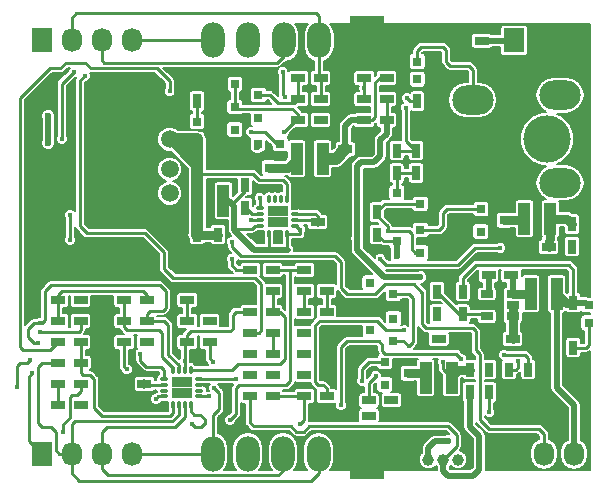
<source format=gtl>
G04 #@! TF.FileFunction,Copper,L1,Top,Signal*
%FSLAX46Y46*%
G04 Gerber Fmt 4.6, Leading zero omitted, Abs format (unit mm)*
G04 Created by KiCad (PCBNEW 4.0.2+dfsg1-stable) date lör 18 feb 2017 00:44:11*
%MOMM*%
G01*
G04 APERTURE LIST*
%ADD10C,0.100000*%
%ADD11C,0.400000*%
%ADD12R,0.750000X1.200000*%
%ADD13C,0.600000*%
%ADD14R,0.800100X0.800100*%
%ADD15R,1.200000X0.750000*%
%ADD16R,1.000000X2.700000*%
%ADD17O,3.500000X2.500000*%
%ADD18O,2.500000X3.500000*%
%ADD19C,4.000000*%
%ADD20R,1.727200X2.032000*%
%ADD21O,1.727200X2.032000*%
%ADD22C,1.000000*%
%ADD23R,0.797560X0.797560*%
%ADD24R,1.060000X0.650000*%
%ADD25O,2.000000X3.000000*%
%ADD26C,1.501140*%
%ADD27C,2.999740*%
%ADD28O,0.750000X0.300000*%
%ADD29O,0.300000X0.750000*%
%ADD30R,0.900000X0.900000*%
%ADD31R,3.000000X4.000000*%
%ADD32C,3.000000*%
%ADD33C,0.800000*%
%ADD34C,0.250000*%
%ADD35C,0.500000*%
%ADD36C,0.750000*%
%ADD37C,1.000000*%
%ADD38C,0.200000*%
G04 APERTURE END LIST*
D10*
D11*
X178435000Y-107188000D03*
D12*
X149707600Y-101661000D03*
X149707600Y-99761000D03*
D11*
X157988000Y-100584000D03*
X154432000Y-99568000D03*
X148209000Y-97917000D03*
X140716000Y-97028000D03*
X161036000Y-121412000D03*
X142240000Y-97028000D03*
X138938000Y-99568000D03*
D13*
X144780000Y-117348000D03*
X144780000Y-116459000D03*
X143891000Y-116459000D03*
X143891000Y-117348000D03*
D11*
X172974000Y-121158000D03*
X165100000Y-108458000D03*
X162433000Y-115697000D03*
X157988000Y-89662000D03*
X162306000Y-109982000D03*
X177546000Y-111760000D03*
X141732000Y-101854000D03*
X164846000Y-112522000D03*
X160020000Y-89662000D03*
X137414000Y-93726000D03*
X146050000Y-114808000D03*
X147066000Y-92964000D03*
X170942000Y-121158000D03*
X131826000Y-93726000D03*
X144018000Y-113792000D03*
X157988000Y-102108000D03*
X167132000Y-90678000D03*
X173736000Y-111760000D03*
X137668000Y-114046000D03*
X157988000Y-121412000D03*
X152019000Y-99949000D03*
X176276000Y-121158000D03*
X147904200Y-119100600D03*
X175006000Y-111760000D03*
X171704000Y-118110000D03*
X175006000Y-115824000D03*
X162560000Y-95250000D03*
X137668000Y-107188000D03*
X137668000Y-105410000D03*
X145542000Y-114046000D03*
X155702000Y-118364000D03*
X146812000Y-109474000D03*
X165862000Y-90678000D03*
X134874000Y-110236000D03*
X173482000Y-118110000D03*
X149352000Y-109474000D03*
X134874000Y-97028000D03*
X131826000Y-92456000D03*
X161544000Y-100330000D03*
X137414000Y-92456000D03*
X137668000Y-111506000D03*
X178435000Y-108331000D03*
X166370000Y-104902000D03*
X149529800Y-118389400D03*
X158750000Y-115062000D03*
X160020000Y-102108000D03*
X175006000Y-113792000D03*
X157988000Y-122682000D03*
X175006000Y-118110000D03*
X145542000Y-90170000D03*
X137668000Y-112776000D03*
X166370000Y-119380000D03*
D14*
X161559240Y-114747000D03*
X161559240Y-116647000D03*
X163558220Y-115697000D03*
X169687240Y-101793000D03*
X169687240Y-103693000D03*
X171686220Y-102743000D03*
X162290760Y-112964000D03*
X162290760Y-111064000D03*
X160291780Y-112014000D03*
X148859240Y-93157000D03*
X148859240Y-95057000D03*
X150858220Y-94107000D03*
X164576760Y-105471000D03*
X164576760Y-103571000D03*
X162577780Y-104521000D03*
X160289240Y-108016000D03*
X160289240Y-109916000D03*
X162288220Y-108966000D03*
X150860760Y-92136000D03*
X150860760Y-90236000D03*
X148861780Y-91186000D03*
X162575240Y-100396000D03*
X162575240Y-102296000D03*
X164574220Y-101346000D03*
D11*
X155194000Y-101346000D03*
D13*
X152501600Y-104165400D03*
D15*
X141386600Y-113030000D03*
X139486600Y-113030000D03*
X160213000Y-119316500D03*
X162113000Y-119316500D03*
X156626600Y-106934000D03*
X154726600Y-106934000D03*
D12*
X173710600Y-117282000D03*
X173710600Y-115382000D03*
D15*
X152054600Y-106934000D03*
X150154600Y-106934000D03*
D12*
X170408600Y-115382000D03*
X170408600Y-117282000D03*
D16*
X167216000Y-116078000D03*
X165016000Y-116078000D03*
X156294000Y-97536000D03*
X154094000Y-97536000D03*
X175572600Y-102616000D03*
X173372600Y-102616000D03*
X145686600Y-101092000D03*
X147886600Y-101092000D03*
X176106000Y-108966000D03*
X173906000Y-108966000D03*
D17*
X176396000Y-92159600D03*
X176396000Y-99559600D03*
X168996000Y-99159600D03*
D18*
X171196000Y-95859600D03*
D17*
X168996000Y-92559600D03*
D19*
X175296000Y-95859600D03*
D20*
X172500000Y-87500000D03*
D21*
X175040000Y-87500000D03*
X177580000Y-87500000D03*
D20*
X172500000Y-122500000D03*
D21*
X175040000Y-122500000D03*
X177580000Y-122500000D03*
D22*
X167750000Y-123000000D03*
X166500000Y-123000000D03*
X164000000Y-123000000D03*
X165250000Y-123000000D03*
D20*
X132500000Y-122500000D03*
D21*
X135040000Y-122500000D03*
X137580000Y-122500000D03*
X140120000Y-122500000D03*
D20*
X132500000Y-87500000D03*
D21*
X135040000Y-87500000D03*
X137580000Y-87500000D03*
X140120000Y-87500000D03*
D15*
X156626600Y-117602000D03*
X154726600Y-117602000D03*
X161706600Y-90678000D03*
X159806600Y-90678000D03*
X135798600Y-109474000D03*
X133898600Y-109474000D03*
D12*
X168757600Y-117282000D03*
X168757600Y-115382000D03*
D15*
X161706600Y-94234000D03*
X159806600Y-94234000D03*
X162113000Y-117983000D03*
X160213000Y-117983000D03*
X154218600Y-94234000D03*
X156118600Y-94234000D03*
D12*
X160909000Y-102047000D03*
X160909000Y-103947000D03*
D15*
X156626600Y-110490000D03*
X154726600Y-110490000D03*
X154218600Y-90678000D03*
X156118600Y-90678000D03*
D12*
X162560000Y-98740000D03*
X162560000Y-96840000D03*
D15*
X152080000Y-114046000D03*
X150180000Y-114046000D03*
X150180000Y-115824000D03*
X152080000Y-115824000D03*
X150154600Y-108712000D03*
X152054600Y-108712000D03*
X144820600Y-111252000D03*
X146720600Y-111252000D03*
X135824000Y-118364000D03*
X133924000Y-118364000D03*
X133924000Y-116586000D03*
X135824000Y-116586000D03*
X152054600Y-110490000D03*
X150154600Y-110490000D03*
X146720600Y-113030000D03*
X144820600Y-113030000D03*
X141386600Y-111252000D03*
X139486600Y-111252000D03*
X133924000Y-114808000D03*
X135824000Y-114808000D03*
X139486600Y-109474000D03*
X141386600Y-109474000D03*
X135798600Y-113030000D03*
X133898600Y-113030000D03*
D12*
X145643600Y-92644000D03*
X145643600Y-90744000D03*
X177520600Y-113527800D03*
X177520600Y-115427800D03*
D15*
X166131200Y-112776000D03*
X168031200Y-112776000D03*
D12*
X165963600Y-108778000D03*
X165963600Y-110678000D03*
X168148000Y-110678000D03*
X168148000Y-108778000D03*
X164312600Y-92649000D03*
X164312600Y-94549000D03*
D15*
X139296100Y-116586000D03*
X141196100Y-116586000D03*
X155869600Y-102870000D03*
X157769600Y-102870000D03*
X172247600Y-107391200D03*
X170347600Y-107391200D03*
X172374600Y-112801400D03*
X170474600Y-112801400D03*
D12*
X177520600Y-109717800D03*
X177520600Y-111617800D03*
X147421600Y-103952000D03*
X147421600Y-105852000D03*
X145643600Y-103952000D03*
X145643600Y-105852000D03*
D15*
X167858400Y-87528400D03*
X169758400Y-87528400D03*
X154726600Y-115824000D03*
X156626600Y-115824000D03*
X154726600Y-114046000D03*
X156626600Y-114046000D03*
X154726600Y-112268000D03*
X156626600Y-112268000D03*
D12*
X164211000Y-98740000D03*
X164211000Y-96840000D03*
D15*
X154218600Y-92456000D03*
X156118600Y-92456000D03*
X156626600Y-108712000D03*
X154726600Y-108712000D03*
X175422600Y-105029000D03*
X173522600Y-105029000D03*
X158206400Y-96723200D03*
X160106400Y-96723200D03*
D12*
X172059600Y-115382000D03*
X172059600Y-117282000D03*
D15*
X133898600Y-111252000D03*
X135798600Y-111252000D03*
X159806600Y-92456000D03*
X161706600Y-92456000D03*
X152054600Y-117602000D03*
X150154600Y-117602000D03*
D23*
X164312600Y-89293700D03*
X164312600Y-90792300D03*
X178816000Y-109918500D03*
X178816000Y-111417100D03*
X145643600Y-95872300D03*
X145643600Y-94373700D03*
D24*
X170197600Y-108981200D03*
X170197600Y-109931200D03*
X170197600Y-110881200D03*
X172397600Y-110881200D03*
X172397600Y-108981200D03*
X172397600Y-109931200D03*
D25*
X146989800Y-122504200D03*
X149946400Y-122500000D03*
X155946400Y-122500000D03*
X152933400Y-122504200D03*
X147000000Y-87500000D03*
X150000000Y-87500000D03*
X156000000Y-87500000D03*
X153000000Y-87500000D03*
D26*
X143359720Y-102997860D03*
X143359720Y-100457860D03*
X143359720Y-98425860D03*
X143359720Y-95885860D03*
D27*
X140692720Y-106045860D03*
X140692720Y-92329860D03*
D28*
X153976600Y-103188200D03*
X153976600Y-102688200D03*
X153976600Y-102188200D03*
X153976600Y-101688200D03*
D29*
X153251600Y-100963200D03*
X152751600Y-100963200D03*
X152251600Y-100963200D03*
X151751600Y-100963200D03*
D28*
X151026600Y-101688200D03*
X151026600Y-102188200D03*
X151026600Y-102688200D03*
X151026600Y-103188200D03*
D29*
X151751600Y-103913200D03*
X152251600Y-103913200D03*
X152751600Y-103913200D03*
X153251600Y-103913200D03*
D30*
X152051600Y-101988200D03*
X152051600Y-102888200D03*
X152951600Y-101988200D03*
X152951600Y-102888200D03*
D28*
X142898600Y-116153500D03*
X142898600Y-116653500D03*
X142898600Y-117153500D03*
X142898600Y-117653500D03*
D29*
X143623600Y-118378500D03*
X144123600Y-118378500D03*
X144623600Y-118378500D03*
X145123600Y-118378500D03*
D28*
X145848600Y-117653500D03*
X145848600Y-117153500D03*
X145848600Y-116653500D03*
X145848600Y-116153500D03*
D29*
X145123600Y-115428500D03*
X144623600Y-115428500D03*
X144123600Y-115428500D03*
X143623600Y-115428500D03*
D30*
X144823600Y-117353500D03*
X144823600Y-116453500D03*
X143923600Y-117353500D03*
X143923600Y-116453500D03*
D15*
X146720600Y-109474000D03*
X144820600Y-109474000D03*
D12*
X177393600Y-104963000D03*
X177393600Y-103063000D03*
D11*
X137668000Y-116078000D03*
X158750000Y-113792000D03*
X178308000Y-116332000D03*
X137668000Y-110236000D03*
X164592000Y-121158000D03*
X178308000Y-114808000D03*
X161036000Y-105156000D03*
X174752000Y-119735600D03*
X176276000Y-120142000D03*
X172974000Y-119735600D03*
X170992800Y-119735600D03*
X155194000Y-89662000D03*
X175514000Y-105918000D03*
X174498000Y-103505000D03*
X174498000Y-101600000D03*
X176784000Y-101600000D03*
X136652000Y-97028000D03*
X136652000Y-99568000D03*
X150876000Y-104140000D03*
X154559000Y-104521000D03*
X138430000Y-116713000D03*
X138912600Y-115646200D03*
X147828000Y-95504000D03*
X154686000Y-95504000D03*
X155829000Y-95504000D03*
X156972000Y-95504000D03*
X146812000Y-96266000D03*
X146812000Y-94996000D03*
X148844000Y-90170000D03*
X155194000Y-100584000D03*
X178562000Y-103886000D03*
X178562000Y-101600000D03*
X171704000Y-101600000D03*
X134874000Y-93726000D03*
X134874000Y-92456000D03*
X139446000Y-102616000D03*
X136652000Y-102616000D03*
X134366000Y-105410000D03*
X134366000Y-107188000D03*
X144399000Y-104775000D03*
X144399000Y-103505000D03*
X144399000Y-102235000D03*
X160401000Y-95250000D03*
X146812000Y-97917000D03*
X157988000Y-109474000D03*
X157988000Y-110617000D03*
X155702000Y-109601000D03*
X152908000Y-109601000D03*
X154686000Y-111379000D03*
X158115000Y-112141000D03*
X156972000Y-113792000D03*
X156972000Y-115062000D03*
X157226000Y-116586000D03*
X154305000Y-116713000D03*
X178308000Y-117856000D03*
X178562000Y-120142000D03*
X178562000Y-121158000D03*
X157988000Y-105105200D03*
X159004000Y-106883200D03*
X134874000Y-98298000D03*
X160020000Y-100330000D03*
X136652000Y-100838000D03*
X134874000Y-99568000D03*
X162560000Y-102362000D03*
D13*
X152019000Y-101981000D03*
X152908000Y-101981000D03*
X152908000Y-102870000D03*
X152019000Y-102870000D03*
D11*
X142087600Y-115900200D03*
X141554200Y-117805200D03*
X143687800Y-109067600D03*
X143560800Y-106426000D03*
X144068800Y-106807000D03*
X155702000Y-107823000D03*
X134874000Y-100838000D03*
X136652000Y-98298000D03*
X158750000Y-116586000D03*
X172974000Y-105918000D03*
X170180000Y-105918000D03*
X169164000Y-108585000D03*
X170053000Y-112014000D03*
X167513000Y-107569000D03*
X159258000Y-95250000D03*
X149479000Y-97917000D03*
X146558000Y-105410000D03*
X146558000Y-106045000D03*
X152019000Y-107772200D03*
X147066000Y-91567000D03*
X144399000Y-91567000D03*
X144399000Y-99441000D03*
X160020000Y-104140000D03*
X176022000Y-107188000D03*
X146507200Y-116713000D03*
X143687800Y-109728000D03*
X153670000Y-89662000D03*
X164084000Y-119380000D03*
X164084000Y-118364000D03*
X163068000Y-121158000D03*
X166370000Y-118364000D03*
D14*
X152715000Y-96281240D03*
X150815000Y-96281240D03*
X151765000Y-98280220D03*
D15*
X150180000Y-112268000D03*
X152080000Y-112268000D03*
D31*
X160020000Y-87376000D03*
X160020000Y-87376000D03*
D32*
X160020000Y-87376000D03*
D31*
X160020000Y-122682000D03*
X160020000Y-122682000D03*
D32*
X160020000Y-122682000D03*
D11*
X160782000Y-115951000D03*
D13*
X161544000Y-116713000D03*
X150749000Y-96520000D03*
X169672000Y-103759000D03*
X160274000Y-112014000D03*
X162560000Y-105791000D03*
X150876000Y-93980000D03*
D33*
X141196100Y-116586000D03*
D11*
X156118600Y-94234000D03*
D33*
X172374600Y-112801400D03*
D11*
X150190200Y-102692200D03*
D33*
X155869600Y-102870000D03*
X173906000Y-108966000D03*
D11*
X154406600Y-103530400D03*
D33*
X147886600Y-101092000D03*
D11*
X144602200Y-114681000D03*
D13*
X133070600Y-93903800D03*
X133070600Y-96189800D03*
D11*
X148996400Y-116179600D03*
X154726600Y-115824000D03*
X152019000Y-115824000D03*
X150164800Y-115824000D03*
X150180000Y-114046000D03*
X154736800Y-114046000D03*
X136144000Y-90500200D03*
X153111200Y-92278200D03*
X163372800Y-93192600D03*
X152908000Y-90195400D03*
X156626600Y-108712000D03*
X160274000Y-107950000D03*
X134213600Y-95834200D03*
X154726600Y-108712000D03*
X135229600Y-90170000D03*
X132384800Y-112191800D03*
X130403600Y-116890800D03*
X131521200Y-114554000D03*
D13*
X177419000Y-105029000D03*
D11*
X170408600Y-118999000D03*
D13*
X166928800Y-121462800D03*
X164566600Y-107569000D03*
D11*
X148590000Y-105994200D03*
X159131000Y-104267000D03*
X150139400Y-117652800D03*
X141386600Y-113030000D03*
X164287200Y-90754200D03*
X163449000Y-92405200D03*
X164576760Y-103571000D03*
X161798000Y-103632000D03*
X150241000Y-95250000D03*
X148971000Y-95250000D03*
X153038000Y-95250000D03*
X161559240Y-114747000D03*
X162290760Y-111064000D03*
X159639000Y-116332000D03*
X163576000Y-113411000D03*
X162113000Y-117983000D03*
D33*
X173372600Y-102616000D03*
D22*
X154094000Y-97536000D03*
D33*
X165016000Y-116078000D03*
D11*
X132181600Y-113106200D03*
X131699000Y-115671600D03*
X132384800Y-111455200D03*
X134340600Y-120650000D03*
X146720600Y-111252000D03*
X146735800Y-113080800D03*
X147116800Y-116941600D03*
X147015200Y-114731800D03*
D33*
X139296100Y-116586000D03*
X168351200Y-113487200D03*
X170474600Y-112801400D03*
D11*
X156626600Y-112268000D03*
X156626600Y-106934000D03*
D33*
X154127200Y-100965000D03*
X169240200Y-109931200D03*
D11*
X148640800Y-104546400D03*
X150952200Y-100838000D03*
X165989000Y-112674400D03*
X165963600Y-110678000D03*
X133934200Y-118389400D03*
X145211800Y-119964200D03*
X175564800Y-105079800D03*
X134924800Y-104394000D03*
X134924800Y-102285800D03*
X135798600Y-109474000D03*
X171348400Y-105079800D03*
X161188400Y-105994200D03*
X163195000Y-112039400D03*
X166446200Y-114731800D03*
X172847000Y-114655600D03*
X168757600Y-115392200D03*
X159806600Y-91541600D03*
X143332200Y-91821000D03*
X135824000Y-118364000D03*
X154381200Y-119989600D03*
X152054600Y-117602000D03*
X157861000Y-118414800D03*
X140868400Y-114020600D03*
X168021000Y-114452400D03*
X171653200Y-114122200D03*
X170408600Y-115443000D03*
X148437600Y-119659400D03*
X142163800Y-117881400D03*
X160147000Y-119443500D03*
X139700000Y-115366800D03*
X146659600Y-117652800D03*
X152080000Y-112268000D03*
X154686000Y-112268000D03*
D34*
X160213000Y-117983000D02*
X160213000Y-116520000D01*
X160213000Y-116520000D02*
X160782000Y-115951000D01*
D35*
X161544000Y-116713000D02*
X161559240Y-116697760D01*
X161559240Y-116697760D02*
X161559240Y-116647000D01*
X150749000Y-96520000D02*
X150815000Y-96454000D01*
X150815000Y-96454000D02*
X150815000Y-96281240D01*
X169672000Y-103759000D02*
X169687240Y-103743760D01*
X169687240Y-103743760D02*
X169687240Y-103693000D01*
X160274000Y-112014000D02*
X160291780Y-112014000D01*
D34*
X160291780Y-117904220D02*
X160213000Y-117983000D01*
X162577780Y-104521000D02*
X161483000Y-104521000D01*
X161483000Y-104521000D02*
X160909000Y-103947000D01*
D35*
X162577780Y-104521000D02*
X162577780Y-105773220D01*
X162577780Y-105773220D02*
X162560000Y-105791000D01*
D34*
X150876000Y-93980000D02*
X150858220Y-93997780D01*
X150858220Y-93997780D02*
X150858220Y-94234000D01*
X172397600Y-110881200D02*
X172397600Y-109931200D01*
D36*
X172397600Y-110881200D02*
X172397600Y-110269200D01*
X172397600Y-110269200D02*
X172389800Y-110261400D01*
D34*
X141196100Y-116586000D02*
X141263600Y-116653500D01*
D36*
X172374600Y-110904200D02*
X172374600Y-112801400D01*
X172374600Y-110904200D02*
X172389800Y-110889000D01*
D34*
X151026600Y-102688200D02*
X150194200Y-102688200D01*
X150194200Y-102688200D02*
X150190200Y-102692200D01*
X153976600Y-102188200D02*
X155680600Y-102188200D01*
X155869600Y-102377200D02*
X155869600Y-102870000D01*
X155680600Y-102188200D02*
X155869600Y-102377200D01*
X153976600Y-102688200D02*
X155687800Y-102688200D01*
X155687800Y-102688200D02*
X155869600Y-102870000D01*
X164312600Y-89293700D02*
X164312600Y-88366600D01*
X168996000Y-89976600D02*
X168996000Y-92559600D01*
X168656000Y-89636600D02*
X168996000Y-89976600D01*
X167081200Y-89636600D02*
X168656000Y-89636600D01*
X166751000Y-89306400D02*
X167081200Y-89636600D01*
X166751000Y-88341200D02*
X166751000Y-89306400D01*
X166446200Y-88036400D02*
X166751000Y-88341200D01*
X164642800Y-88036400D02*
X166446200Y-88036400D01*
X164312600Y-88366600D02*
X164642800Y-88036400D01*
X142898600Y-116653500D02*
X141263600Y-116653500D01*
D36*
X172397600Y-108981200D02*
X173890800Y-108981200D01*
X173890800Y-108981200D02*
X173906000Y-108966000D01*
D35*
X172397600Y-108981200D02*
X172397600Y-107541200D01*
X172397600Y-107541200D02*
X172247600Y-107391200D01*
X170347600Y-107391200D02*
X170347600Y-108831200D01*
X170347600Y-108831200D02*
X170197600Y-108981200D01*
D34*
X151026600Y-102188200D02*
X150321200Y-102188200D01*
X150321200Y-102188200D02*
X149794000Y-101661000D01*
X149794000Y-101661000D02*
X149707600Y-101661000D01*
X149707600Y-99761000D02*
X149707600Y-100228400D01*
X149707600Y-100228400D02*
X148602700Y-101333300D01*
X150317200Y-103454200D02*
X148913998Y-103454200D01*
X150583200Y-103188200D02*
X150317200Y-103454200D01*
X151026600Y-103188200D02*
X150583200Y-103188200D01*
X148913998Y-103454200D02*
X148818600Y-103549598D01*
D35*
X147886600Y-101092000D02*
X148361400Y-101092000D01*
X148361400Y-101092000D02*
X148602700Y-101333300D01*
X148602700Y-101333300D02*
X148818600Y-101549200D01*
X150495000Y-105225998D02*
X153339800Y-105225998D01*
X148818600Y-103549598D02*
X150495000Y-105225998D01*
X148818600Y-101549200D02*
X148818600Y-103549598D01*
D34*
X154406600Y-103530400D02*
X154406600Y-103913200D01*
X154064400Y-103188200D02*
X154406600Y-103530400D01*
X154406600Y-103913200D02*
X153251600Y-103913200D01*
X153251600Y-103913200D02*
X153251600Y-105065598D01*
X153263600Y-105053598D02*
X153263600Y-105065598D01*
X153251600Y-105065598D02*
X153263600Y-105053598D01*
X151751600Y-103913200D02*
X151751600Y-105065598D01*
X151765000Y-105052198D02*
X151765000Y-105065598D01*
X151751600Y-105065598D02*
X151765000Y-105052198D01*
X153976600Y-103188200D02*
X154064400Y-103188200D01*
D36*
X177520600Y-109717800D02*
X176857800Y-109717800D01*
X176857800Y-109717800D02*
X176106000Y-108966000D01*
D34*
X177520600Y-109717800D02*
X177520600Y-106908600D01*
X168148000Y-107645200D02*
X169291000Y-106502200D01*
X169291000Y-106502200D02*
X175387000Y-106502200D01*
X168148000Y-107645200D02*
X168148000Y-108778000D01*
X177114200Y-106502200D02*
X175387000Y-106502200D01*
X177520600Y-106908600D02*
X177114200Y-106502200D01*
D35*
X177580000Y-122500000D02*
X177580000Y-118398000D01*
X177580000Y-118398000D02*
X176106000Y-116924000D01*
X176106000Y-116924000D02*
X176106000Y-108966000D01*
X177520600Y-109717800D02*
X178615300Y-109717800D01*
X178615300Y-109717800D02*
X178816000Y-109918500D01*
D36*
X177477600Y-122397600D02*
X177580000Y-122500000D01*
D35*
X177477600Y-122397600D02*
X177580000Y-122500000D01*
D34*
X153251600Y-100963200D02*
X153251600Y-99657600D01*
X150368000Y-98806000D02*
X145686600Y-98806000D01*
X150876000Y-99314000D02*
X150368000Y-98806000D01*
X152908000Y-99314000D02*
X150876000Y-99314000D01*
X153251600Y-99657600D02*
X152908000Y-99314000D01*
D37*
X145686600Y-99364800D02*
X145686600Y-98806000D01*
X145686600Y-98806000D02*
X145686600Y-98061600D01*
D36*
X144500600Y-95885860D02*
X144500600Y-96088200D01*
X144500600Y-96088200D02*
X145686600Y-97274200D01*
D37*
X145686600Y-101092000D02*
X145686600Y-103909000D01*
X145686600Y-103909000D02*
X145643600Y-103952000D01*
D36*
X147421600Y-103952000D02*
X145643600Y-103952000D01*
X145643600Y-101135000D02*
X145686600Y-101092000D01*
D37*
X143359720Y-95885860D02*
X143510860Y-95885860D01*
X143510860Y-95885860D02*
X145686600Y-98061600D01*
X145686600Y-101092000D02*
X145686600Y-99364800D01*
X145686600Y-98061600D02*
X145686600Y-97274200D01*
X145686600Y-97274200D02*
X145686600Y-95915300D01*
X145686600Y-95915300D02*
X145657160Y-95885860D01*
X145657160Y-95885860D02*
X144500600Y-95885860D01*
X144500600Y-95885860D02*
X143359720Y-95885860D01*
D34*
X144820600Y-113030000D02*
X144820600Y-112430600D01*
X144820600Y-112430600D02*
X145110200Y-112141000D01*
X144602200Y-114681000D02*
X144602200Y-113248400D01*
X144602200Y-113248400D02*
X144820600Y-113030000D01*
X144623600Y-115428500D02*
X144623600Y-114702400D01*
X144623600Y-114702400D02*
X144602200Y-114681000D01*
D35*
X133070600Y-93903800D02*
X133070600Y-96189800D01*
X169758400Y-87528400D02*
X172471600Y-87528400D01*
X172471600Y-87528400D02*
X172500000Y-87500000D01*
D34*
X145110200Y-112141000D02*
X148463000Y-112141000D01*
X148945600Y-110490000D02*
X150154600Y-110490000D01*
X148666200Y-110769400D02*
X148945600Y-110490000D01*
X148666200Y-111937800D02*
X148666200Y-110769400D01*
X148463000Y-112141000D02*
X148666200Y-111937800D01*
X145848600Y-116153500D02*
X148970300Y-116153500D01*
X148970300Y-116153500D02*
X148996400Y-116179600D01*
X152080000Y-115824000D02*
X152019000Y-115824000D01*
X150180000Y-115824000D02*
X150164800Y-115824000D01*
X154736800Y-114046000D02*
X154726600Y-114046000D01*
X150180000Y-113934200D02*
X150180000Y-113919000D01*
X151104600Y-111252000D02*
X151104600Y-112039400D01*
X150876000Y-112268000D02*
X150180000Y-112268000D01*
X151104600Y-112039400D02*
X150876000Y-112268000D01*
X151104600Y-108153200D02*
X150596600Y-107645200D01*
X150596600Y-107645200D02*
X143662400Y-107645200D01*
X143662400Y-107645200D02*
X142849600Y-106832400D01*
X142849600Y-106832400D02*
X142849600Y-105435400D01*
X142849600Y-105435400D02*
X141249400Y-103835200D01*
X141249400Y-103835200D02*
X136347200Y-103835200D01*
X136347200Y-103835200D02*
X135763000Y-103251000D01*
X135763000Y-103251000D02*
X135763000Y-90881200D01*
X135763000Y-90881200D02*
X136144000Y-90500200D01*
X151104600Y-111277400D02*
X151104600Y-111252000D01*
X151104600Y-111252000D02*
X151104600Y-108153200D01*
X140120000Y-87500000D02*
X147000000Y-87500000D01*
X162575240Y-100396000D02*
X162575240Y-98755240D01*
X162575240Y-98755240D02*
X162560000Y-98740000D01*
X164211000Y-98740000D02*
X162560000Y-98740000D01*
X164312600Y-98740000D02*
X164312600Y-98679000D01*
X164211000Y-96840000D02*
X162560000Y-96840000D01*
X163372800Y-93192600D02*
X163372800Y-96027200D01*
X152908000Y-92075000D02*
X153111200Y-92278200D01*
X152908000Y-90195400D02*
X152908000Y-92075000D01*
X163372800Y-96027200D02*
X164185600Y-96840000D01*
X164185600Y-96840000D02*
X164211000Y-96840000D01*
X162636200Y-96738400D02*
X162534600Y-96840000D01*
X150860760Y-92136000D02*
X151826000Y-92136000D01*
X153840602Y-92833998D02*
X154218600Y-92456000D01*
X152523998Y-92833998D02*
X153840602Y-92833998D01*
X151826000Y-92136000D02*
X152523998Y-92833998D01*
X154218600Y-92456000D02*
X154218600Y-90678000D01*
X154218600Y-92456000D02*
X154218600Y-92567800D01*
X154030600Y-90490000D02*
X154218600Y-90678000D01*
X156000000Y-87500000D02*
X156000000Y-90559400D01*
X156000000Y-90559400D02*
X156118600Y-90678000D01*
X156000000Y-87500000D02*
X156000000Y-85464200D01*
X135040000Y-85584400D02*
X135040000Y-87500000D01*
X135407400Y-85217000D02*
X135040000Y-85584400D01*
X155752800Y-85217000D02*
X135407400Y-85217000D01*
X156000000Y-85464200D02*
X155752800Y-85217000D01*
X156118600Y-90678000D02*
X156118600Y-92456000D01*
X156000000Y-90559400D02*
X156118600Y-90678000D01*
X160289240Y-107965240D02*
X160274000Y-107950000D01*
X160289240Y-107965240D02*
X160289240Y-108016000D01*
X156626600Y-108773000D02*
X156626600Y-110490000D01*
X134213600Y-95834200D02*
X134213600Y-91186000D01*
X154726600Y-110490000D02*
X154726600Y-108712000D01*
X134213600Y-91186000D02*
X135229600Y-90170000D01*
X137580000Y-87500000D02*
X137580000Y-89142200D01*
X152450800Y-89382600D02*
X153000000Y-88833400D01*
X137820400Y-89382600D02*
X152450800Y-89382600D01*
X137580000Y-89142200D02*
X137820400Y-89382600D01*
X153000000Y-88833400D02*
X153000000Y-87500000D01*
X132384800Y-112191800D02*
X132410200Y-112166400D01*
X132410200Y-112166400D02*
X135686800Y-112166400D01*
X135798600Y-111252000D02*
X135798600Y-112054600D01*
X135798600Y-112054600D02*
X135686800Y-112166400D01*
X130403600Y-116890800D02*
X130403600Y-115062000D01*
X131521200Y-114554000D02*
X131241800Y-114833400D01*
X131241800Y-114833400D02*
X130632200Y-114833400D01*
X130632200Y-114833400D02*
X130403600Y-115062000D01*
D35*
X177393600Y-105003600D02*
X177419000Y-105029000D01*
X177393600Y-105003600D02*
X177393600Y-104963000D01*
X177393600Y-105003600D02*
X177393600Y-104963000D01*
D34*
X170408600Y-117282000D02*
X170408600Y-118999000D01*
D35*
X165250000Y-123000000D02*
X165250000Y-122024000D01*
X165811200Y-121462800D02*
X166928800Y-121462800D01*
X165250000Y-122024000D02*
X165811200Y-121462800D01*
X159232600Y-105283000D02*
X159232600Y-104267000D01*
X161518600Y-107569000D02*
X164566600Y-107569000D01*
X159232600Y-105283000D02*
X161518600Y-107569000D01*
D34*
X148996400Y-106934000D02*
X148590000Y-106527600D01*
X148590000Y-106527600D02*
X148590000Y-105994200D01*
X150154600Y-106934000D02*
X148996400Y-106934000D01*
D35*
X161706600Y-94234000D02*
X161706600Y-95392200D01*
X161163000Y-97332800D02*
X160680400Y-97815400D01*
X161163000Y-95935800D02*
X161163000Y-97332800D01*
X161706600Y-95392200D02*
X161163000Y-95935800D01*
D34*
X150154600Y-106934000D02*
X150154600Y-106759202D01*
X161706600Y-92456000D02*
X161706600Y-94234000D01*
X161706600Y-94234000D02*
X161493200Y-94234000D01*
X159131000Y-104267000D02*
X159232600Y-104267000D01*
X159232600Y-104267000D02*
X159131000Y-104267000D01*
X159131000Y-104267000D02*
X159232600Y-104267000D01*
D35*
X159232600Y-98120200D02*
X159232600Y-104267000D01*
X159537400Y-97815400D02*
X159232600Y-98120200D01*
X160680400Y-97815400D02*
X159537400Y-97815400D01*
D34*
X155143200Y-120192800D02*
X166928800Y-120192800D01*
X150154600Y-117602000D02*
X150154600Y-119877800D01*
X154076400Y-120650000D02*
X154686000Y-120650000D01*
X153619200Y-120192800D02*
X154076400Y-120650000D01*
X150469600Y-120192800D02*
X153619200Y-120192800D01*
X150154600Y-119877800D02*
X150469600Y-120192800D01*
X154686000Y-120650000D02*
X155143200Y-120192800D01*
X167640000Y-121860000D02*
X166500000Y-123000000D01*
X167640000Y-120904000D02*
X167640000Y-121860000D01*
X166928800Y-120192800D02*
X167640000Y-120904000D01*
D35*
X169037000Y-124383800D02*
X166883800Y-124383800D01*
X166500000Y-124000000D02*
X166500000Y-123000000D01*
X169545000Y-123875800D02*
X169037000Y-124383800D01*
X169545000Y-121005600D02*
X169545000Y-123875800D01*
X168757600Y-120218200D02*
X169545000Y-121005600D01*
X168757600Y-117282000D02*
X168757600Y-120218200D01*
X166883800Y-124383800D02*
X166500000Y-124000000D01*
D34*
X150154600Y-117637600D02*
X150139400Y-117652800D01*
X150154600Y-117637600D02*
X150154600Y-117602000D01*
X164312600Y-92649000D02*
X163692800Y-92649000D01*
X164287200Y-90754200D02*
X164312600Y-90779600D01*
X163692800Y-92649000D02*
X163449000Y-92405200D01*
X164312600Y-90779600D02*
X164312600Y-90792300D01*
X178816000Y-111417100D02*
X178816000Y-113284000D01*
X178572200Y-113527800D02*
X177520600Y-113527800D01*
X178816000Y-113284000D02*
X178572200Y-113527800D01*
X145643600Y-92644000D02*
X145643600Y-94373700D01*
X164576760Y-103571000D02*
X166177000Y-103571000D01*
X166812000Y-101793000D02*
X169687240Y-101793000D01*
X166497000Y-102108000D02*
X166812000Y-101793000D01*
X166497000Y-103251000D02*
X166497000Y-102108000D01*
X166177000Y-103571000D02*
X166497000Y-103251000D01*
X161798000Y-103632000D02*
X163576000Y-103632000D01*
X164145000Y-105471000D02*
X164576760Y-105471000D01*
X163830000Y-105156000D02*
X164145000Y-105471000D01*
X163830000Y-103886000D02*
X163830000Y-105156000D01*
X163576000Y-103632000D02*
X163830000Y-103886000D01*
X161798000Y-103251000D02*
X161798000Y-103632000D01*
X160909000Y-102047000D02*
X160909000Y-102362000D01*
X160909000Y-102362000D02*
X161798000Y-103251000D01*
X164574220Y-101346000D02*
X164574220Y-101363780D01*
X160909000Y-102047000D02*
X160909000Y-101981000D01*
X160909000Y-101981000D02*
X161544000Y-101346000D01*
X161544000Y-101346000D02*
X164574220Y-101346000D01*
X152715000Y-96281240D02*
X152415240Y-96281240D01*
X152415240Y-96281240D02*
X151384000Y-95250000D01*
X151384000Y-95250000D02*
X150241000Y-95250000D01*
X148971000Y-95250000D02*
X148859240Y-95138240D01*
X148859240Y-95138240D02*
X148859240Y-95057000D01*
X152715000Y-96281240D02*
X152542240Y-96281240D01*
X153038000Y-95250000D02*
X154054000Y-94234000D01*
X154054000Y-94234000D02*
X154218600Y-94234000D01*
X154218600Y-94234000D02*
X153924000Y-94234000D01*
X148859240Y-93284000D02*
X153736000Y-93284000D01*
X154218600Y-93766600D02*
X154218600Y-94234000D01*
X153736000Y-93284000D02*
X154218600Y-93766600D01*
X148861780Y-91186000D02*
X148861780Y-93281460D01*
X148861780Y-93281460D02*
X148859240Y-93284000D01*
X159639000Y-116332000D02*
X159639000Y-115316000D01*
X159639000Y-115316000D02*
X160208000Y-114747000D01*
X160208000Y-114747000D02*
X161559240Y-114747000D01*
X163957000Y-113030000D02*
X163576000Y-113411000D01*
X163957000Y-109347000D02*
X163957000Y-113030000D01*
X163576000Y-113411000D02*
X163129000Y-112964000D01*
X163576000Y-108966000D02*
X163957000Y-109347000D01*
X162288220Y-108966000D02*
X163576000Y-108966000D01*
X163129000Y-112964000D02*
X162290760Y-112964000D01*
D36*
X171686220Y-102743000D02*
X173245600Y-102743000D01*
X173245600Y-102743000D02*
X173372600Y-102616000D01*
D35*
X173245600Y-102743000D02*
X173372600Y-102616000D01*
D36*
X173309100Y-102679500D02*
X173372600Y-102616000D01*
X151765000Y-98280220D02*
X153349780Y-98280220D01*
X153349780Y-98280220D02*
X154094000Y-97536000D01*
X153967000Y-97663000D02*
X154094000Y-97536000D01*
X163558220Y-115697000D02*
X164635000Y-115697000D01*
X164635000Y-115697000D02*
X165016000Y-116078000D01*
D34*
X132384800Y-111455200D02*
X132511800Y-111455200D01*
X131826000Y-111455200D02*
X131368800Y-111912400D01*
X131368800Y-111912400D02*
X131368800Y-112623600D01*
X131368800Y-112623600D02*
X131851400Y-113106200D01*
X131851400Y-113106200D02*
X132181600Y-113106200D01*
X131699000Y-115671600D02*
X131394200Y-115976400D01*
X131394200Y-115976400D02*
X131394200Y-121394200D01*
X132500000Y-122500000D02*
X131394200Y-121394200D01*
X132384800Y-111455200D02*
X131826000Y-111455200D01*
X133299200Y-108254800D02*
X133426200Y-108254800D01*
X132816600Y-108737400D02*
X133299200Y-108254800D01*
X132816600Y-111150400D02*
X132816600Y-108737400D01*
X132511800Y-111455200D02*
X132816600Y-111150400D01*
X141386600Y-110708400D02*
X141706600Y-110388400D01*
X141706600Y-110388400D02*
X142798800Y-110388400D01*
X142798800Y-110388400D02*
X143002000Y-110185200D01*
X143002000Y-110185200D02*
X143002000Y-108737400D01*
X143002000Y-108737400D02*
X142519400Y-108254800D01*
X142519400Y-108254800D02*
X133451600Y-108254800D01*
X141386600Y-111252000D02*
X141386600Y-110708400D01*
X144123600Y-115428500D02*
X144123600Y-115015200D01*
X142849600Y-111252000D02*
X141386600Y-111252000D01*
X143230600Y-111633000D02*
X142849600Y-111252000D01*
X143230600Y-114122200D02*
X143230600Y-111633000D01*
X144123600Y-115015200D02*
X143230600Y-114122200D01*
X135040000Y-122500000D02*
X133989200Y-122500000D01*
X132562600Y-114808000D02*
X133924000Y-114808000D01*
X132232400Y-115138200D02*
X132562600Y-114808000D01*
X132232400Y-119913400D02*
X132232400Y-115138200D01*
X132562600Y-120243600D02*
X132232400Y-119913400D01*
X133324600Y-120243600D02*
X132562600Y-120243600D01*
X133705600Y-120624600D02*
X133324600Y-120243600D01*
X133705600Y-122216400D02*
X133705600Y-120624600D01*
X133989200Y-122500000D02*
X133705600Y-122216400D01*
X144123600Y-118378500D02*
X144123600Y-119198200D01*
X135040000Y-120026800D02*
X135040000Y-122500000D01*
X135305800Y-119761000D02*
X135040000Y-120026800D01*
X143560800Y-119761000D02*
X135305800Y-119761000D01*
X144123600Y-119198200D02*
X143560800Y-119761000D01*
X155946400Y-122500000D02*
X155946400Y-124114000D01*
X135040000Y-124168800D02*
X135040000Y-122500000D01*
X135661400Y-124790200D02*
X135040000Y-124168800D01*
X155270200Y-124790200D02*
X135661400Y-124790200D01*
X155946400Y-124114000D02*
X155270200Y-124790200D01*
X135824000Y-116586000D02*
X135824000Y-117185400D01*
X134340600Y-119989600D02*
X134340600Y-120650000D01*
X134874000Y-119456200D02*
X134340600Y-119989600D01*
X134874000Y-117729000D02*
X134874000Y-119456200D01*
X135102600Y-117500400D02*
X134874000Y-117729000D01*
X135509000Y-117500400D02*
X135102600Y-117500400D01*
X135824000Y-117185400D02*
X135509000Y-117500400D01*
X144623600Y-118378500D02*
X144623600Y-119358600D01*
X137580000Y-120687200D02*
X137580000Y-122500000D01*
X138056198Y-120211002D02*
X137580000Y-120687200D01*
X143771198Y-120211002D02*
X138056198Y-120211002D01*
X144623600Y-119358600D02*
X143771198Y-120211002D01*
X137580000Y-122500000D02*
X137580000Y-123813200D01*
X152933400Y-123926600D02*
X152933400Y-122504200D01*
X152527000Y-124333000D02*
X152933400Y-123926600D01*
X138099800Y-124333000D02*
X152527000Y-124333000D01*
X137580000Y-123813200D02*
X138099800Y-124333000D01*
X146735800Y-113080800D02*
X146720600Y-113065600D01*
X146720600Y-113065600D02*
X146720600Y-113030000D01*
X147523200Y-117348000D02*
X147523200Y-118719600D01*
X146720600Y-113030000D02*
X146720600Y-114437200D01*
X146989800Y-119253000D02*
X146989800Y-122504200D01*
X147523200Y-118719600D02*
X146989800Y-119253000D01*
X147116800Y-116941600D02*
X147523200Y-117348000D01*
X146720600Y-114437200D02*
X147015200Y-114731800D01*
X140120000Y-122500000D02*
X146985600Y-122500000D01*
X146985600Y-122500000D02*
X146989800Y-122504200D01*
D36*
X168031200Y-112776000D02*
X168031200Y-113167200D01*
X168031200Y-113167200D02*
X168351200Y-113487200D01*
X170197600Y-109931200D02*
X169240200Y-109931200D01*
D34*
X146720600Y-109514600D02*
X146720600Y-109474000D01*
X158394400Y-108991400D02*
X160756600Y-108991400D01*
X148640800Y-105029000D02*
X148640800Y-104546400D01*
X149402800Y-105791000D02*
X148640800Y-105029000D01*
X157353000Y-105791000D02*
X149402800Y-105791000D01*
X157861000Y-106299000D02*
X157353000Y-105791000D01*
X157861000Y-108458000D02*
X157861000Y-106299000D01*
X158394400Y-108991400D02*
X157861000Y-108458000D01*
X161603998Y-108144002D02*
X164024002Y-108144002D01*
X160756600Y-108991400D02*
X161603998Y-108144002D01*
X169595800Y-114096800D02*
X169240200Y-113741200D01*
X169240200Y-113741200D02*
X169240200Y-112115600D01*
X169240200Y-112115600D02*
X168986200Y-111861600D01*
X168986200Y-111861600D02*
X165074600Y-111861600D01*
X165074600Y-111861600D02*
X164744400Y-111531400D01*
X164744400Y-111531400D02*
X164744400Y-110159800D01*
X169595800Y-119608600D02*
X170357800Y-120370600D01*
X175040000Y-122500000D02*
X175040000Y-120836400D01*
X174574200Y-120370600D02*
X170357800Y-120370600D01*
X175040000Y-120836400D02*
X174574200Y-120370600D01*
X169595800Y-119608600D02*
X169595800Y-114096800D01*
X150952200Y-100838000D02*
X150952200Y-101613800D01*
X164744400Y-108864400D02*
X164744400Y-110159800D01*
X164024002Y-108144002D02*
X164744400Y-108864400D01*
X150952200Y-101613800D02*
X151026600Y-101688200D01*
X168148000Y-110678000D02*
X167863600Y-110678000D01*
X167863600Y-110678000D02*
X165963600Y-108778000D01*
X168148000Y-110678000D02*
X169994400Y-110678000D01*
X169994400Y-110678000D02*
X170197600Y-110881200D01*
X166090600Y-112776000D02*
X165989000Y-112674400D01*
X166090600Y-112776000D02*
X166131200Y-112776000D01*
X166131200Y-112760800D02*
X166131200Y-112776000D01*
X143357600Y-119303800D02*
X137591800Y-119303800D01*
X143623600Y-118378500D02*
X143623600Y-119037800D01*
X143357600Y-119303800D02*
X143623600Y-119037800D01*
X135824000Y-115631000D02*
X135824000Y-114808000D01*
X136042400Y-115849400D02*
X135824000Y-115631000D01*
X136601200Y-115849400D02*
X136042400Y-115849400D01*
X136931400Y-116179600D02*
X136601200Y-115849400D01*
X136931400Y-118643400D02*
X136931400Y-116179600D01*
X137591800Y-119303800D02*
X136931400Y-118643400D01*
X135798600Y-113030000D02*
X135798600Y-114782600D01*
X135798600Y-114782600D02*
X135824000Y-114808000D01*
X139486600Y-111252000D02*
X139486600Y-109474000D01*
X143623600Y-115428500D02*
X143623600Y-115277200D01*
X143623600Y-115277200D02*
X142671800Y-114325400D01*
X142671800Y-114325400D02*
X142671800Y-112293400D01*
X142671800Y-112293400D02*
X142417800Y-112039400D01*
X142417800Y-112039400D02*
X139725400Y-112039400D01*
X139725400Y-112039400D02*
X139486600Y-111800600D01*
X139486600Y-111800600D02*
X139486600Y-111252000D01*
X145123600Y-115428500D02*
X148655300Y-115428500D01*
X152054600Y-108712000D02*
X152054600Y-110490000D01*
X152679400Y-110490000D02*
X152054600Y-110490000D01*
X153111200Y-110921800D02*
X152679400Y-110490000D01*
X153111200Y-114503200D02*
X153111200Y-110921800D01*
X152679400Y-114935000D02*
X153111200Y-114503200D01*
X149148800Y-114935000D02*
X152679400Y-114935000D01*
X148655300Y-115428500D02*
X149148800Y-114935000D01*
X146304000Y-119989600D02*
X146278600Y-119989600D01*
X145123600Y-118885400D02*
X145440400Y-119202200D01*
X145440400Y-119202200D02*
X145948400Y-119202200D01*
X145948400Y-119202200D02*
X146304000Y-119557800D01*
X146304000Y-119557800D02*
X146304000Y-119989600D01*
X145123600Y-118378500D02*
X145123600Y-118834600D01*
X133934200Y-118389400D02*
X133924000Y-118379200D01*
X145123600Y-118834600D02*
X145123600Y-118885400D01*
X145491200Y-120243600D02*
X145211800Y-119964200D01*
X146024600Y-120243600D02*
X145491200Y-120243600D01*
X146278600Y-119989600D02*
X146024600Y-120243600D01*
X133924000Y-118379200D02*
X133924000Y-118364000D01*
X133924000Y-118430000D02*
X133924000Y-118364000D01*
X133924000Y-118364000D02*
X133924000Y-116586000D01*
X133908800Y-118364000D02*
X133924000Y-118364000D01*
X144820600Y-111252000D02*
X144820600Y-109474000D01*
X175514000Y-105029000D02*
X175564800Y-105079800D01*
X134924800Y-104394000D02*
X134924800Y-102285800D01*
X169214800Y-105079800D02*
X171348400Y-105079800D01*
X167792400Y-106502200D02*
X169214800Y-105079800D01*
X161696400Y-106502200D02*
X167792400Y-106502200D01*
X161188400Y-105994200D02*
X161696400Y-106502200D01*
X175514000Y-105029000D02*
X175422600Y-105029000D01*
D36*
X175422600Y-105029000D02*
X175422600Y-104460000D01*
X175572600Y-104310000D02*
X175572600Y-102616000D01*
X175422600Y-104460000D02*
X175572600Y-104310000D01*
X175572600Y-102616000D02*
X176946600Y-102616000D01*
X176946600Y-102616000D02*
X177393600Y-103063000D01*
D37*
X156294000Y-97536000D02*
X157393600Y-97536000D01*
X157393600Y-97536000D02*
X158206400Y-96723200D01*
D34*
X159806600Y-94234000D02*
X160477200Y-94234000D01*
X160756600Y-91059000D02*
X161137600Y-90678000D01*
X160756600Y-93954600D02*
X160756600Y-91059000D01*
X160477200Y-94234000D02*
X160756600Y-93954600D01*
X161137600Y-90678000D02*
X161706600Y-90678000D01*
D35*
X159806600Y-94234000D02*
X158724600Y-94234000D01*
X158206400Y-94752200D02*
X158206400Y-96723200D01*
X158724600Y-94234000D02*
X158206400Y-94752200D01*
D36*
X167216000Y-116078000D02*
X167216000Y-115917800D01*
X167216000Y-115917800D02*
X167751800Y-115382000D01*
X167751800Y-115382000D02*
X168757600Y-115382000D01*
D34*
X160909000Y-111252000D02*
X161696400Y-112039400D01*
X161696400Y-112039400D02*
X163195000Y-112039400D01*
X166446200Y-114731800D02*
X166497000Y-114782600D01*
X166497000Y-114782600D02*
X166497000Y-115359000D01*
X167216000Y-116078000D02*
X166497000Y-115359000D01*
X156626600Y-116977200D02*
X156626600Y-117602000D01*
X156032200Y-111252000D02*
X160909000Y-111252000D01*
X155676600Y-111607600D02*
X156032200Y-111252000D01*
X155676600Y-116459000D02*
X155676600Y-111607600D01*
X155930600Y-116713000D02*
X155676600Y-116459000D01*
X156362400Y-116713000D02*
X155930600Y-116713000D01*
X156626600Y-116977200D02*
X156362400Y-116713000D01*
X172654000Y-115382000D02*
X172847000Y-115189000D01*
X172847000Y-115189000D02*
X172847000Y-114655600D01*
X172059600Y-115382000D02*
X172654000Y-115382000D01*
X168757600Y-115392200D02*
X168757600Y-115382000D01*
X168767800Y-115382000D02*
X168757600Y-115382000D01*
X141386600Y-109474000D02*
X141386600Y-109052400D01*
X133898600Y-109027000D02*
X133898600Y-109474000D01*
X134188200Y-108737400D02*
X133898600Y-109027000D01*
X141071600Y-108737400D02*
X134188200Y-108737400D01*
X141386600Y-109052400D02*
X141071600Y-108737400D01*
X133898600Y-111252000D02*
X133898600Y-109474000D01*
X130632200Y-92379800D02*
X130632200Y-113436400D01*
X134086600Y-89839800D02*
X134543800Y-89382600D01*
X134543800Y-89382600D02*
X136194800Y-89382600D01*
X136194800Y-89382600D02*
X136644802Y-89832602D01*
X136644802Y-89832602D02*
X142240000Y-89832602D01*
X142240000Y-89839800D02*
X142240000Y-89832602D01*
X130632200Y-92379800D02*
X133172200Y-89839800D01*
X133172200Y-89839800D02*
X134086600Y-89839800D01*
X133187400Y-113741200D02*
X133898600Y-113030000D01*
X130937000Y-113741200D02*
X133187400Y-113741200D01*
X130632200Y-113436400D02*
X130937000Y-113741200D01*
X159806600Y-92456000D02*
X159806600Y-91541600D01*
X159806600Y-91541600D02*
X159806600Y-90678000D01*
X159791400Y-90693200D02*
X159806600Y-90678000D01*
X143332200Y-90932000D02*
X143332200Y-91821000D01*
X142240000Y-89839800D02*
X143332200Y-90932000D01*
X154726600Y-119644200D02*
X154726600Y-117602000D01*
X154381200Y-119989600D02*
X154726600Y-119644200D01*
X154726600Y-117602000D02*
X152054600Y-117602000D01*
X161340800Y-113284000D02*
X161036000Y-112979200D01*
X161569400Y-114020600D02*
X161340800Y-113792000D01*
X161569400Y-114020600D02*
X167589200Y-114020600D01*
X161340800Y-113792000D02*
X161340800Y-113284000D01*
X167589200Y-114020600D02*
X168021000Y-114452400D01*
X161036000Y-112979200D02*
X158318200Y-112979200D01*
X158318200Y-112979200D02*
X157861000Y-113436400D01*
X157861000Y-113436400D02*
X157861000Y-118414800D01*
X142898600Y-116153500D02*
X142898600Y-115441200D01*
X140868400Y-114630200D02*
X140868400Y-114020600D01*
X141376400Y-115138200D02*
X140868400Y-114630200D01*
X142595600Y-115138200D02*
X141376400Y-115138200D01*
X142898600Y-115441200D02*
X142595600Y-115138200D01*
X173710600Y-115382000D02*
X173710600Y-114427000D01*
X173405800Y-114122200D02*
X171653200Y-114122200D01*
X173710600Y-114427000D02*
X173405800Y-114122200D01*
X170408600Y-115443000D02*
X170408600Y-115382000D01*
X148971000Y-116941600D02*
X148971000Y-119126000D01*
X153212800Y-116713000D02*
X153568400Y-116357400D01*
X149199600Y-116713000D02*
X153212800Y-116713000D01*
X153568400Y-106934000D02*
X153568400Y-116357400D01*
X148971000Y-116941600D02*
X149199600Y-116713000D01*
X148971000Y-119126000D02*
X148437600Y-119659400D01*
X142898600Y-117653500D02*
X142391700Y-117653500D01*
X142391700Y-117653500D02*
X142163800Y-117881400D01*
X152054600Y-106934000D02*
X153568400Y-106934000D01*
X153568400Y-106934000D02*
X154726600Y-106934000D01*
X160147000Y-119443500D02*
X160213000Y-119377500D01*
X160213000Y-119377500D02*
X160213000Y-119316500D01*
X139700000Y-115366800D02*
X139486600Y-115153400D01*
X139486600Y-113030000D02*
X139486600Y-115153400D01*
X145848600Y-117653500D02*
X146658900Y-117653500D01*
X146658900Y-117653500D02*
X146659600Y-117652800D01*
X152080000Y-114046000D02*
X152080000Y-112268000D01*
X154686000Y-112268000D02*
X154726600Y-112268000D01*
D38*
G36*
X148710567Y-116600993D02*
X148670480Y-116641080D01*
X148578351Y-116778959D01*
X148575801Y-116791780D01*
X148546000Y-116941600D01*
X148546000Y-118949959D01*
X148335285Y-119160674D01*
X148154743Y-119235273D01*
X148013967Y-119375803D01*
X147937687Y-119559507D01*
X147937513Y-119758420D01*
X148013473Y-119942257D01*
X148154003Y-120083033D01*
X148337707Y-120159313D01*
X148536620Y-120159487D01*
X148720457Y-120083527D01*
X148861233Y-119942997D01*
X148936636Y-119761404D01*
X149271521Y-119426520D01*
X149363649Y-119288641D01*
X149396000Y-119126000D01*
X149396000Y-118231723D01*
X149435597Y-118258778D01*
X149554600Y-118282877D01*
X149729600Y-118282877D01*
X149729600Y-119877800D01*
X149755443Y-120007724D01*
X149761951Y-120040441D01*
X149854080Y-120178320D01*
X150169079Y-120493320D01*
X150232775Y-120535880D01*
X150306960Y-120585449D01*
X150469600Y-120617800D01*
X153443160Y-120617800D01*
X153775879Y-120950520D01*
X153868008Y-121012078D01*
X153913760Y-121042649D01*
X154076400Y-121075000D01*
X154686000Y-121075000D01*
X154821657Y-121048016D01*
X154848641Y-121042649D01*
X154986520Y-120950520D01*
X155319241Y-120617800D01*
X166752760Y-120617800D01*
X166997819Y-120862860D01*
X166809976Y-120862696D01*
X166688715Y-120912800D01*
X165811205Y-120912800D01*
X165811200Y-120912799D01*
X165621567Y-120950520D01*
X165600724Y-120954666D01*
X165422291Y-121073891D01*
X165422289Y-121073894D01*
X164861091Y-121635091D01*
X164741866Y-121813524D01*
X164700000Y-122024000D01*
X164700000Y-122418655D01*
X164572188Y-122546245D01*
X164450139Y-122840172D01*
X164449861Y-123158432D01*
X164571397Y-123452572D01*
X164796245Y-123677812D01*
X165090172Y-123799861D01*
X165408432Y-123800139D01*
X165702572Y-123678603D01*
X165875103Y-123506372D01*
X165950000Y-123581399D01*
X165950000Y-123900000D01*
X156902057Y-123900000D01*
X157147443Y-123532752D01*
X157246400Y-123035264D01*
X157246400Y-121964736D01*
X157147443Y-121467248D01*
X156865639Y-121045497D01*
X156443888Y-120763693D01*
X155946400Y-120664736D01*
X155448912Y-120763693D01*
X155027161Y-121045497D01*
X154745357Y-121467248D01*
X154646400Y-121964736D01*
X154646400Y-123035264D01*
X154745357Y-123532752D01*
X154990743Y-123900000D01*
X153891863Y-123900000D01*
X154134443Y-123536952D01*
X154233400Y-123039464D01*
X154233400Y-121968936D01*
X154134443Y-121471448D01*
X153852639Y-121049697D01*
X153430888Y-120767893D01*
X152933400Y-120668936D01*
X152435912Y-120767893D01*
X152014161Y-121049697D01*
X151732357Y-121471448D01*
X151633400Y-121968936D01*
X151633400Y-123039464D01*
X151732357Y-123536952D01*
X151974937Y-123900000D01*
X150902056Y-123900000D01*
X151147443Y-123532752D01*
X151246400Y-123035264D01*
X151246400Y-121964736D01*
X151147443Y-121467248D01*
X150865639Y-121045497D01*
X150443888Y-120763693D01*
X149946400Y-120664736D01*
X149448912Y-120763693D01*
X149027161Y-121045497D01*
X148745357Y-121467248D01*
X148646400Y-121964736D01*
X148646400Y-123035264D01*
X148745357Y-123532752D01*
X148990744Y-123900000D01*
X147948263Y-123900000D01*
X148190843Y-123536952D01*
X148289800Y-123039464D01*
X148289800Y-121968936D01*
X148190843Y-121471448D01*
X147909039Y-121049697D01*
X147487288Y-120767893D01*
X147414800Y-120753474D01*
X147414800Y-119429040D01*
X147823721Y-119020120D01*
X147915849Y-118882241D01*
X147948200Y-118719600D01*
X147948200Y-117348000D01*
X147915849Y-117185360D01*
X147881849Y-117134476D01*
X147823720Y-117047479D01*
X147615526Y-116839285D01*
X147540927Y-116658743D01*
X147460824Y-116578500D01*
X148688113Y-116578500D01*
X148710567Y-116600993D01*
X148710567Y-116600993D01*
G37*
X148710567Y-116600993D02*
X148670480Y-116641080D01*
X148578351Y-116778959D01*
X148575801Y-116791780D01*
X148546000Y-116941600D01*
X148546000Y-118949959D01*
X148335285Y-119160674D01*
X148154743Y-119235273D01*
X148013967Y-119375803D01*
X147937687Y-119559507D01*
X147937513Y-119758420D01*
X148013473Y-119942257D01*
X148154003Y-120083033D01*
X148337707Y-120159313D01*
X148536620Y-120159487D01*
X148720457Y-120083527D01*
X148861233Y-119942997D01*
X148936636Y-119761404D01*
X149271521Y-119426520D01*
X149363649Y-119288641D01*
X149396000Y-119126000D01*
X149396000Y-118231723D01*
X149435597Y-118258778D01*
X149554600Y-118282877D01*
X149729600Y-118282877D01*
X149729600Y-119877800D01*
X149755443Y-120007724D01*
X149761951Y-120040441D01*
X149854080Y-120178320D01*
X150169079Y-120493320D01*
X150232775Y-120535880D01*
X150306960Y-120585449D01*
X150469600Y-120617800D01*
X153443160Y-120617800D01*
X153775879Y-120950520D01*
X153868008Y-121012078D01*
X153913760Y-121042649D01*
X154076400Y-121075000D01*
X154686000Y-121075000D01*
X154821657Y-121048016D01*
X154848641Y-121042649D01*
X154986520Y-120950520D01*
X155319241Y-120617800D01*
X166752760Y-120617800D01*
X166997819Y-120862860D01*
X166809976Y-120862696D01*
X166688715Y-120912800D01*
X165811205Y-120912800D01*
X165811200Y-120912799D01*
X165621567Y-120950520D01*
X165600724Y-120954666D01*
X165422291Y-121073891D01*
X165422289Y-121073894D01*
X164861091Y-121635091D01*
X164741866Y-121813524D01*
X164700000Y-122024000D01*
X164700000Y-122418655D01*
X164572188Y-122546245D01*
X164450139Y-122840172D01*
X164449861Y-123158432D01*
X164571397Y-123452572D01*
X164796245Y-123677812D01*
X165090172Y-123799861D01*
X165408432Y-123800139D01*
X165702572Y-123678603D01*
X165875103Y-123506372D01*
X165950000Y-123581399D01*
X165950000Y-123900000D01*
X156902057Y-123900000D01*
X157147443Y-123532752D01*
X157246400Y-123035264D01*
X157246400Y-121964736D01*
X157147443Y-121467248D01*
X156865639Y-121045497D01*
X156443888Y-120763693D01*
X155946400Y-120664736D01*
X155448912Y-120763693D01*
X155027161Y-121045497D01*
X154745357Y-121467248D01*
X154646400Y-121964736D01*
X154646400Y-123035264D01*
X154745357Y-123532752D01*
X154990743Y-123900000D01*
X153891863Y-123900000D01*
X154134443Y-123536952D01*
X154233400Y-123039464D01*
X154233400Y-121968936D01*
X154134443Y-121471448D01*
X153852639Y-121049697D01*
X153430888Y-120767893D01*
X152933400Y-120668936D01*
X152435912Y-120767893D01*
X152014161Y-121049697D01*
X151732357Y-121471448D01*
X151633400Y-121968936D01*
X151633400Y-123039464D01*
X151732357Y-123536952D01*
X151974937Y-123900000D01*
X150902056Y-123900000D01*
X151147443Y-123532752D01*
X151246400Y-123035264D01*
X151246400Y-121964736D01*
X151147443Y-121467248D01*
X150865639Y-121045497D01*
X150443888Y-120763693D01*
X149946400Y-120664736D01*
X149448912Y-120763693D01*
X149027161Y-121045497D01*
X148745357Y-121467248D01*
X148646400Y-121964736D01*
X148646400Y-123035264D01*
X148745357Y-123532752D01*
X148990744Y-123900000D01*
X147948263Y-123900000D01*
X148190843Y-123536952D01*
X148289800Y-123039464D01*
X148289800Y-121968936D01*
X148190843Y-121471448D01*
X147909039Y-121049697D01*
X147487288Y-120767893D01*
X147414800Y-120753474D01*
X147414800Y-119429040D01*
X147823721Y-119020120D01*
X147915849Y-118882241D01*
X147948200Y-118719600D01*
X147948200Y-117348000D01*
X147915849Y-117185360D01*
X147881849Y-117134476D01*
X147823720Y-117047479D01*
X147615526Y-116839285D01*
X147540927Y-116658743D01*
X147460824Y-116578500D01*
X148688113Y-116578500D01*
X148710567Y-116600993D01*
G36*
X154798957Y-86467248D02*
X154700000Y-86964736D01*
X154700000Y-88035264D01*
X154798957Y-88532752D01*
X155080761Y-88954503D01*
X155502512Y-89236307D01*
X155575000Y-89250726D01*
X155575000Y-89997123D01*
X155518600Y-89997123D01*
X155407427Y-90018042D01*
X155305321Y-90083745D01*
X155236822Y-90183997D01*
X155212723Y-90303000D01*
X155212723Y-91053000D01*
X155233642Y-91164173D01*
X155299345Y-91266279D01*
X155399597Y-91334778D01*
X155518600Y-91358877D01*
X155693600Y-91358877D01*
X155693600Y-91775123D01*
X155518600Y-91775123D01*
X155407427Y-91796042D01*
X155305321Y-91861745D01*
X155236822Y-91961997D01*
X155212723Y-92081000D01*
X155212723Y-92831000D01*
X155233642Y-92942173D01*
X155299345Y-93044279D01*
X155399597Y-93112778D01*
X155518600Y-93136877D01*
X156718600Y-93136877D01*
X156829773Y-93115958D01*
X156931879Y-93050255D01*
X157000378Y-92950003D01*
X157024477Y-92831000D01*
X157024477Y-92081000D01*
X157003558Y-91969827D01*
X156937855Y-91867721D01*
X156837603Y-91799222D01*
X156718600Y-91775123D01*
X156543600Y-91775123D01*
X156543600Y-91358877D01*
X156718600Y-91358877D01*
X156829773Y-91337958D01*
X156931879Y-91272255D01*
X157000378Y-91172003D01*
X157024477Y-91053000D01*
X157024477Y-90303000D01*
X157003558Y-90191827D01*
X156937855Y-90089721D01*
X156837603Y-90021222D01*
X156718600Y-89997123D01*
X156425000Y-89997123D01*
X156425000Y-89250726D01*
X156497488Y-89236307D01*
X156919239Y-88954503D01*
X156959050Y-88894920D01*
X163607943Y-88894920D01*
X163607943Y-89692480D01*
X163628862Y-89803653D01*
X163694565Y-89905759D01*
X163794817Y-89974258D01*
X163913820Y-89998357D01*
X164711380Y-89998357D01*
X164822553Y-89977438D01*
X164924659Y-89911735D01*
X164993158Y-89811483D01*
X165017257Y-89692480D01*
X165017257Y-88894920D01*
X164996338Y-88783747D01*
X164930635Y-88681641D01*
X164830383Y-88613142D01*
X164737600Y-88594353D01*
X164737600Y-88542640D01*
X164818841Y-88461400D01*
X166270160Y-88461400D01*
X166326000Y-88517241D01*
X166326000Y-89306400D01*
X166347562Y-89414800D01*
X166358351Y-89469041D01*
X166450480Y-89606920D01*
X166780679Y-89937120D01*
X166867665Y-89995242D01*
X166918560Y-90029249D01*
X167081200Y-90061600D01*
X168479960Y-90061600D01*
X168571000Y-90152641D01*
X168571000Y-91009600D01*
X168455838Y-91009600D01*
X167862679Y-91127587D01*
X167359822Y-91463584D01*
X167023825Y-91966441D01*
X166905838Y-92559600D01*
X167023825Y-93152759D01*
X167359822Y-93655616D01*
X167862679Y-93991613D01*
X168455838Y-94109600D01*
X169536162Y-94109600D01*
X170129321Y-93991613D01*
X170632178Y-93655616D01*
X170968175Y-93152759D01*
X171086162Y-92559600D01*
X170968175Y-91966441D01*
X170632178Y-91463584D01*
X170129321Y-91127587D01*
X169536162Y-91009600D01*
X169421000Y-91009600D01*
X169421000Y-89976600D01*
X169388649Y-89813960D01*
X169388649Y-89813959D01*
X169296521Y-89676080D01*
X168956520Y-89336080D01*
X168818641Y-89243951D01*
X168791657Y-89238584D01*
X168656000Y-89211600D01*
X167257241Y-89211600D01*
X167176000Y-89130360D01*
X167176000Y-88341200D01*
X167143649Y-88178560D01*
X167068492Y-88066080D01*
X167051520Y-88040679D01*
X166746720Y-87735880D01*
X166608841Y-87643751D01*
X166581857Y-87638384D01*
X166446200Y-87611400D01*
X164642800Y-87611400D01*
X164480160Y-87643751D01*
X164480158Y-87643752D01*
X164480159Y-87643752D01*
X164342279Y-87735880D01*
X164012080Y-88066080D01*
X163919951Y-88203959D01*
X163919951Y-88203960D01*
X163887600Y-88366600D01*
X163887600Y-88593977D01*
X163802647Y-88609962D01*
X163700541Y-88675665D01*
X163632042Y-88775917D01*
X163607943Y-88894920D01*
X156959050Y-88894920D01*
X157201043Y-88532752D01*
X157300000Y-88035264D01*
X157300000Y-87153400D01*
X168852523Y-87153400D01*
X168852523Y-87903400D01*
X168873442Y-88014573D01*
X168939145Y-88116679D01*
X169039397Y-88185178D01*
X169158400Y-88209277D01*
X170358400Y-88209277D01*
X170469573Y-88188358D01*
X170571679Y-88122655D01*
X170601917Y-88078400D01*
X171330523Y-88078400D01*
X171330523Y-88516000D01*
X171351442Y-88627173D01*
X171417145Y-88729279D01*
X171517397Y-88797778D01*
X171636400Y-88821877D01*
X173363600Y-88821877D01*
X173474773Y-88800958D01*
X173576879Y-88735255D01*
X173645378Y-88635003D01*
X173669477Y-88516000D01*
X173669477Y-86484000D01*
X173648558Y-86372827D01*
X173582855Y-86270721D01*
X173482603Y-86202222D01*
X173363600Y-86178123D01*
X171636400Y-86178123D01*
X171525227Y-86199042D01*
X171423121Y-86264745D01*
X171354622Y-86364997D01*
X171330523Y-86484000D01*
X171330523Y-86978400D01*
X170602287Y-86978400D01*
X170577655Y-86940121D01*
X170477403Y-86871622D01*
X170358400Y-86847523D01*
X169158400Y-86847523D01*
X169047227Y-86868442D01*
X168945121Y-86934145D01*
X168876622Y-87034397D01*
X168852523Y-87153400D01*
X157300000Y-87153400D01*
X157300000Y-86964736D01*
X157201043Y-86467248D01*
X156955657Y-86100000D01*
X178900000Y-86100000D01*
X178900000Y-109213843D01*
X178832027Y-109213843D01*
X178825776Y-109209666D01*
X178615300Y-109167800D01*
X178201477Y-109167800D01*
X178201477Y-109117800D01*
X178180558Y-109006627D01*
X178114855Y-108904521D01*
X178014603Y-108836022D01*
X177945600Y-108822048D01*
X177945600Y-106908600D01*
X177913249Y-106745960D01*
X177838092Y-106633480D01*
X177821120Y-106608079D01*
X177414720Y-106201680D01*
X177276841Y-106109551D01*
X177241900Y-106102601D01*
X177114200Y-106077200D01*
X169291000Y-106077200D01*
X169163300Y-106102601D01*
X169128359Y-106109551D01*
X168990480Y-106201680D01*
X167847480Y-107344680D01*
X167755351Y-107482559D01*
X167755351Y-107482560D01*
X167723000Y-107645200D01*
X167723000Y-107881531D01*
X167661827Y-107893042D01*
X167559721Y-107958745D01*
X167491222Y-108058997D01*
X167467123Y-108178000D01*
X167467123Y-109378000D01*
X167488042Y-109489173D01*
X167553745Y-109591279D01*
X167653997Y-109659778D01*
X167773000Y-109683877D01*
X168523000Y-109683877D01*
X168634173Y-109662958D01*
X168736279Y-109597255D01*
X168804778Y-109497003D01*
X168828877Y-109378000D01*
X168828877Y-108178000D01*
X168807958Y-108066827D01*
X168742255Y-107964721D01*
X168642003Y-107896222D01*
X168573000Y-107882248D01*
X168573000Y-107821240D01*
X169457894Y-106936346D01*
X169441723Y-107016200D01*
X169441723Y-107766200D01*
X169462642Y-107877373D01*
X169528345Y-107979479D01*
X169628597Y-108047978D01*
X169747600Y-108072077D01*
X169797600Y-108072077D01*
X169797600Y-108350323D01*
X169667600Y-108350323D01*
X169556427Y-108371242D01*
X169454321Y-108436945D01*
X169385822Y-108537197D01*
X169361723Y-108656200D01*
X169361723Y-109306200D01*
X169382642Y-109417373D01*
X169448345Y-109519479D01*
X169548597Y-109587978D01*
X169667600Y-109612077D01*
X170727600Y-109612077D01*
X170838773Y-109591158D01*
X170940879Y-109525455D01*
X171009378Y-109425203D01*
X171033477Y-109306200D01*
X171033477Y-108656200D01*
X171012558Y-108545027D01*
X170946855Y-108442921D01*
X170897600Y-108409267D01*
X170897600Y-108072077D01*
X170947600Y-108072077D01*
X171058773Y-108051158D01*
X171160879Y-107985455D01*
X171229378Y-107885203D01*
X171253477Y-107766200D01*
X171253477Y-107016200D01*
X171236730Y-106927200D01*
X171359746Y-106927200D01*
X171341723Y-107016200D01*
X171341723Y-107766200D01*
X171362642Y-107877373D01*
X171428345Y-107979479D01*
X171528597Y-108047978D01*
X171647600Y-108072077D01*
X171847600Y-108072077D01*
X171847600Y-108354086D01*
X171756427Y-108371242D01*
X171654321Y-108436945D01*
X171585822Y-108537197D01*
X171561723Y-108656200D01*
X171561723Y-109306200D01*
X171582642Y-109417373D01*
X171607323Y-109455729D01*
X171585822Y-109487197D01*
X171561723Y-109606200D01*
X171561723Y-110256200D01*
X171582642Y-110367373D01*
X171607323Y-110405729D01*
X171585822Y-110437197D01*
X171561723Y-110556200D01*
X171561723Y-111206200D01*
X171582642Y-111317373D01*
X171648345Y-111419479D01*
X171699600Y-111454500D01*
X171699600Y-112134635D01*
X171663427Y-112141442D01*
X171561321Y-112207145D01*
X171492822Y-112307397D01*
X171468723Y-112426400D01*
X171468723Y-113176400D01*
X171489642Y-113287573D01*
X171555345Y-113389679D01*
X171655597Y-113458178D01*
X171774600Y-113482277D01*
X172188991Y-113482277D01*
X172234750Y-113501278D01*
X172513228Y-113501521D01*
X172559802Y-113482277D01*
X172974600Y-113482277D01*
X173085773Y-113461358D01*
X173187879Y-113395655D01*
X173256378Y-113295403D01*
X173280477Y-113176400D01*
X173280477Y-112426400D01*
X173259558Y-112315227D01*
X173193855Y-112213121D01*
X173093603Y-112144622D01*
X173049600Y-112135711D01*
X173049600Y-111484191D01*
X173140879Y-111425455D01*
X173209378Y-111325203D01*
X173233477Y-111206200D01*
X173233477Y-110561209D01*
X173286997Y-110597778D01*
X173406000Y-110621877D01*
X174406000Y-110621877D01*
X174517173Y-110600958D01*
X174619279Y-110535255D01*
X174687778Y-110435003D01*
X174711877Y-110316000D01*
X174711877Y-107616000D01*
X174690958Y-107504827D01*
X174625255Y-107402721D01*
X174525003Y-107334222D01*
X174406000Y-107310123D01*
X173406000Y-107310123D01*
X173294827Y-107331042D01*
X173192721Y-107396745D01*
X173153477Y-107454181D01*
X173153477Y-107016200D01*
X173136730Y-106927200D01*
X176938160Y-106927200D01*
X177095600Y-107084641D01*
X177095600Y-108821331D01*
X177034427Y-108832842D01*
X176969327Y-108874733D01*
X176911877Y-108817283D01*
X176911877Y-107616000D01*
X176890958Y-107504827D01*
X176825255Y-107402721D01*
X176725003Y-107334222D01*
X176606000Y-107310123D01*
X175606000Y-107310123D01*
X175494827Y-107331042D01*
X175392721Y-107396745D01*
X175324222Y-107496997D01*
X175300123Y-107616000D01*
X175300123Y-110316000D01*
X175321042Y-110427173D01*
X175386745Y-110529279D01*
X175486997Y-110597778D01*
X175556000Y-110611752D01*
X175556000Y-116924000D01*
X175597866Y-117134476D01*
X175717091Y-117312909D01*
X177030000Y-118625818D01*
X177030000Y-121316757D01*
X176757211Y-121499029D01*
X176504974Y-121876528D01*
X176416400Y-122321818D01*
X176416400Y-122678182D01*
X176504974Y-123123472D01*
X176757211Y-123500971D01*
X177134710Y-123753208D01*
X177580000Y-123841782D01*
X178025290Y-123753208D01*
X178402789Y-123500971D01*
X178655026Y-123123472D01*
X178743600Y-122678182D01*
X178743600Y-122321818D01*
X178655026Y-121876528D01*
X178402789Y-121499029D01*
X178130000Y-121316757D01*
X178130000Y-118398005D01*
X178130001Y-118398000D01*
X178088134Y-118187524D01*
X177968909Y-118009091D01*
X176656000Y-116696182D01*
X176656000Y-110612469D01*
X176717173Y-110600958D01*
X176819279Y-110535255D01*
X176875801Y-110452531D01*
X176926345Y-110531079D01*
X177026597Y-110599578D01*
X177145600Y-110623677D01*
X177895600Y-110623677D01*
X178006773Y-110602758D01*
X178108879Y-110537055D01*
X178156911Y-110466758D01*
X178197965Y-110530559D01*
X178298217Y-110599058D01*
X178417220Y-110623157D01*
X178900000Y-110623157D01*
X178900000Y-110712443D01*
X178417220Y-110712443D01*
X178306047Y-110733362D01*
X178203941Y-110799065D01*
X178135442Y-110899317D01*
X178111343Y-111018320D01*
X178111343Y-111815880D01*
X178132262Y-111927053D01*
X178197965Y-112029159D01*
X178298217Y-112097658D01*
X178391000Y-112116447D01*
X178391000Y-113102800D01*
X178201477Y-113102800D01*
X178201477Y-112927800D01*
X178180558Y-112816627D01*
X178114855Y-112714521D01*
X178014603Y-112646022D01*
X177895600Y-112621923D01*
X177145600Y-112621923D01*
X177034427Y-112642842D01*
X176932321Y-112708545D01*
X176863822Y-112808797D01*
X176839723Y-112927800D01*
X176839723Y-114127800D01*
X176860642Y-114238973D01*
X176926345Y-114341079D01*
X177026597Y-114409578D01*
X177145600Y-114433677D01*
X177895600Y-114433677D01*
X178006773Y-114412758D01*
X178108879Y-114347055D01*
X178177378Y-114246803D01*
X178201477Y-114127800D01*
X178201477Y-113952800D01*
X178572200Y-113952800D01*
X178707857Y-113925816D01*
X178734841Y-113920449D01*
X178872720Y-113828320D01*
X178900000Y-113801040D01*
X178900000Y-123900000D01*
X170090186Y-123900000D01*
X170095000Y-123875800D01*
X170095000Y-121005605D01*
X170095001Y-121005600D01*
X170053134Y-120795124D01*
X169933909Y-120616691D01*
X169307600Y-119990382D01*
X169307600Y-119921440D01*
X170057280Y-120671121D01*
X170195159Y-120763249D01*
X170357800Y-120795600D01*
X174398160Y-120795600D01*
X174615000Y-121012441D01*
X174615000Y-121242756D01*
X174594710Y-121246792D01*
X174217211Y-121499029D01*
X173964974Y-121876528D01*
X173876400Y-122321818D01*
X173876400Y-122678182D01*
X173964974Y-123123472D01*
X174217211Y-123500971D01*
X174594710Y-123753208D01*
X175040000Y-123841782D01*
X175485290Y-123753208D01*
X175862789Y-123500971D01*
X176115026Y-123123472D01*
X176203600Y-122678182D01*
X176203600Y-122321818D01*
X176115026Y-121876528D01*
X175862789Y-121499029D01*
X175485290Y-121246792D01*
X175465000Y-121242756D01*
X175465000Y-120836400D01*
X175447619Y-120749020D01*
X175432649Y-120673759D01*
X175340521Y-120535880D01*
X174874720Y-120070080D01*
X174736841Y-119977951D01*
X174709857Y-119972584D01*
X174574200Y-119945600D01*
X170533841Y-119945600D01*
X170020800Y-119432560D01*
X170020800Y-119318248D01*
X170125003Y-119422633D01*
X170308707Y-119498913D01*
X170507620Y-119499087D01*
X170691457Y-119423127D01*
X170832233Y-119282597D01*
X170908513Y-119098893D01*
X170908687Y-118899980D01*
X170833600Y-118718256D01*
X170833600Y-118178469D01*
X170894773Y-118166958D01*
X170996879Y-118101255D01*
X171065378Y-118001003D01*
X171089477Y-117882000D01*
X171089477Y-116682000D01*
X171068558Y-116570827D01*
X171002855Y-116468721D01*
X170902603Y-116400222D01*
X170783600Y-116376123D01*
X170033600Y-116376123D01*
X170020800Y-116378532D01*
X170020800Y-116285285D01*
X170033600Y-116287877D01*
X170783600Y-116287877D01*
X170894773Y-116266958D01*
X170996879Y-116201255D01*
X171065378Y-116101003D01*
X171089477Y-115982000D01*
X171089477Y-114782000D01*
X171068558Y-114670827D01*
X171002855Y-114568721D01*
X170902603Y-114500222D01*
X170783600Y-114476123D01*
X170033600Y-114476123D01*
X170020800Y-114478532D01*
X170020800Y-114221220D01*
X171153113Y-114221220D01*
X171229073Y-114405057D01*
X171369603Y-114545833D01*
X171457842Y-114582473D01*
X171402822Y-114662997D01*
X171378723Y-114782000D01*
X171378723Y-115982000D01*
X171399642Y-116093173D01*
X171465345Y-116195279D01*
X171565597Y-116263778D01*
X171684600Y-116287877D01*
X172434600Y-116287877D01*
X172545773Y-116266958D01*
X172647879Y-116201255D01*
X172716378Y-116101003D01*
X172740477Y-115982000D01*
X172740477Y-115789799D01*
X172802408Y-115777480D01*
X172816641Y-115774649D01*
X172954520Y-115682520D01*
X173029723Y-115607317D01*
X173029723Y-115982000D01*
X173050642Y-116093173D01*
X173116345Y-116195279D01*
X173216597Y-116263778D01*
X173335600Y-116287877D01*
X174085600Y-116287877D01*
X174196773Y-116266958D01*
X174298879Y-116201255D01*
X174367378Y-116101003D01*
X174391477Y-115982000D01*
X174391477Y-114782000D01*
X174370558Y-114670827D01*
X174304855Y-114568721D01*
X174204603Y-114500222D01*
X174135600Y-114486248D01*
X174135600Y-114427000D01*
X174103249Y-114264360D01*
X174049046Y-114183240D01*
X174011120Y-114126479D01*
X173706320Y-113821680D01*
X173568441Y-113729551D01*
X173541457Y-113724184D01*
X173405800Y-113697200D01*
X171933505Y-113697200D01*
X171753093Y-113622287D01*
X171554180Y-113622113D01*
X171370343Y-113698073D01*
X171229567Y-113838603D01*
X171153287Y-114022307D01*
X171153113Y-114221220D01*
X170020800Y-114221220D01*
X170020800Y-114096800D01*
X169988449Y-113934160D01*
X169939832Y-113861400D01*
X169896320Y-113796279D01*
X169665200Y-113565160D01*
X169665200Y-112115600D01*
X169632849Y-111952960D01*
X169584232Y-111880200D01*
X169540720Y-111815079D01*
X169286720Y-111561080D01*
X169148841Y-111468951D01*
X169121857Y-111463584D01*
X168986200Y-111436600D01*
X168777723Y-111436600D01*
X168804778Y-111397003D01*
X168828877Y-111278000D01*
X168828877Y-111103000D01*
X169361723Y-111103000D01*
X169361723Y-111206200D01*
X169382642Y-111317373D01*
X169448345Y-111419479D01*
X169548597Y-111487978D01*
X169667600Y-111512077D01*
X170727600Y-111512077D01*
X170838773Y-111491158D01*
X170940879Y-111425455D01*
X171009378Y-111325203D01*
X171033477Y-111206200D01*
X171033477Y-110556200D01*
X171012558Y-110445027D01*
X170946855Y-110342921D01*
X170846603Y-110274422D01*
X170727600Y-110250323D01*
X169667600Y-110250323D01*
X169653373Y-110253000D01*
X168828877Y-110253000D01*
X168828877Y-110078000D01*
X168807958Y-109966827D01*
X168742255Y-109864721D01*
X168642003Y-109796222D01*
X168523000Y-109772123D01*
X167773000Y-109772123D01*
X167661827Y-109793042D01*
X167611845Y-109825204D01*
X166644477Y-108857837D01*
X166644477Y-108178000D01*
X166623558Y-108066827D01*
X166557855Y-107964721D01*
X166457603Y-107896222D01*
X166338600Y-107872123D01*
X165588600Y-107872123D01*
X165477427Y-107893042D01*
X165375321Y-107958745D01*
X165306822Y-108058997D01*
X165282723Y-108178000D01*
X165282723Y-109378000D01*
X165303642Y-109489173D01*
X165369345Y-109591279D01*
X165469597Y-109659778D01*
X165588600Y-109683877D01*
X166268437Y-109683877D01*
X166361274Y-109776715D01*
X166338600Y-109772123D01*
X165588600Y-109772123D01*
X165477427Y-109793042D01*
X165375321Y-109858745D01*
X165306822Y-109958997D01*
X165282723Y-110078000D01*
X165282723Y-111278000D01*
X165303642Y-111389173D01*
X165334160Y-111436600D01*
X165250641Y-111436600D01*
X165169400Y-111355360D01*
X165169400Y-108864400D01*
X165158782Y-108811020D01*
X165137049Y-108701759D01*
X165044921Y-108563880D01*
X164650114Y-108169073D01*
X164685424Y-108169104D01*
X164906029Y-108077952D01*
X165074959Y-107909317D01*
X165166496Y-107688871D01*
X165166704Y-107450176D01*
X165075552Y-107229571D01*
X164906917Y-107060641D01*
X164686471Y-106969104D01*
X164447776Y-106968896D01*
X164326515Y-107019000D01*
X161746418Y-107019000D01*
X161644243Y-106916825D01*
X161696400Y-106927200D01*
X167792400Y-106927200D01*
X167943236Y-106897197D01*
X167955041Y-106894849D01*
X168092920Y-106802720D01*
X169390841Y-105504800D01*
X171068095Y-105504800D01*
X171248507Y-105579713D01*
X171447420Y-105579887D01*
X171631257Y-105503927D01*
X171772033Y-105363397D01*
X171848313Y-105179693D01*
X171848487Y-104980780D01*
X171772527Y-104796943D01*
X171631997Y-104656167D01*
X171448293Y-104579887D01*
X171249380Y-104579713D01*
X171067656Y-104654800D01*
X169214800Y-104654800D01*
X169052160Y-104687151D01*
X169046949Y-104690633D01*
X168914279Y-104779280D01*
X167616360Y-106077200D01*
X165199043Y-106077200D01*
X165258588Y-105990053D01*
X165282687Y-105871050D01*
X165282687Y-105070950D01*
X165261768Y-104959777D01*
X165196065Y-104857671D01*
X165095813Y-104789172D01*
X164976810Y-104765073D01*
X164255000Y-104765073D01*
X164255000Y-104276927D01*
X164976810Y-104276927D01*
X165087983Y-104256008D01*
X165190089Y-104190305D01*
X165258588Y-104090053D01*
X165277634Y-103996000D01*
X166177000Y-103996000D01*
X166327821Y-103966000D01*
X166339641Y-103963649D01*
X166477520Y-103871520D01*
X166797520Y-103551521D01*
X166860541Y-103457203D01*
X166889649Y-103413640D01*
X166913655Y-103292950D01*
X168981313Y-103292950D01*
X168981313Y-104093050D01*
X169002232Y-104204223D01*
X169067935Y-104306329D01*
X169168187Y-104374828D01*
X169287190Y-104398927D01*
X170087290Y-104398927D01*
X170198463Y-104378008D01*
X170300569Y-104312305D01*
X170369068Y-104212053D01*
X170393167Y-104093050D01*
X170393167Y-103292950D01*
X170372248Y-103181777D01*
X170306545Y-103079671D01*
X170206293Y-103011172D01*
X170087290Y-102987073D01*
X169287190Y-102987073D01*
X169176017Y-103007992D01*
X169073911Y-103073695D01*
X169005412Y-103173947D01*
X168981313Y-103292950D01*
X166913655Y-103292950D01*
X166922000Y-103251000D01*
X166922000Y-102284040D01*
X166988041Y-102218000D01*
X168986008Y-102218000D01*
X169002232Y-102304223D01*
X169067935Y-102406329D01*
X169168187Y-102474828D01*
X169287190Y-102498927D01*
X170087290Y-102498927D01*
X170198463Y-102478008D01*
X170300569Y-102412305D01*
X170347957Y-102342950D01*
X170980293Y-102342950D01*
X170980293Y-103143050D01*
X171001212Y-103254223D01*
X171066915Y-103356329D01*
X171167167Y-103424828D01*
X171286170Y-103448927D01*
X172086270Y-103448927D01*
X172197443Y-103428008D01*
X172212996Y-103418000D01*
X172566723Y-103418000D01*
X172566723Y-103966000D01*
X172587642Y-104077173D01*
X172653345Y-104179279D01*
X172753597Y-104247778D01*
X172872600Y-104271877D01*
X173872600Y-104271877D01*
X173983773Y-104250958D01*
X174085879Y-104185255D01*
X174154378Y-104085003D01*
X174178477Y-103966000D01*
X174178477Y-101266000D01*
X174157558Y-101154827D01*
X174091855Y-101052721D01*
X173991603Y-100984222D01*
X173872600Y-100960123D01*
X172872600Y-100960123D01*
X172761427Y-100981042D01*
X172659321Y-101046745D01*
X172590822Y-101146997D01*
X172566723Y-101266000D01*
X172566723Y-102068000D01*
X172215266Y-102068000D01*
X172205273Y-102061172D01*
X172086270Y-102037073D01*
X171286170Y-102037073D01*
X171174997Y-102057992D01*
X171072891Y-102123695D01*
X171004392Y-102223947D01*
X170980293Y-102342950D01*
X170347957Y-102342950D01*
X170369068Y-102312053D01*
X170393167Y-102193050D01*
X170393167Y-101392950D01*
X170372248Y-101281777D01*
X170306545Y-101179671D01*
X170206293Y-101111172D01*
X170087290Y-101087073D01*
X169287190Y-101087073D01*
X169176017Y-101107992D01*
X169073911Y-101173695D01*
X169005412Y-101273947D01*
X168986366Y-101368000D01*
X166812000Y-101368000D01*
X166649360Y-101400351D01*
X166649358Y-101400352D01*
X166649359Y-101400352D01*
X166511479Y-101492480D01*
X166196480Y-101807480D01*
X166104351Y-101945359D01*
X166104351Y-101945360D01*
X166072000Y-102108000D01*
X166072000Y-103074959D01*
X166000960Y-103146000D01*
X165277992Y-103146000D01*
X165261768Y-103059777D01*
X165196065Y-102957671D01*
X165095813Y-102889172D01*
X164976810Y-102865073D01*
X164176710Y-102865073D01*
X164065537Y-102885992D01*
X163963431Y-102951695D01*
X163894932Y-103051947D01*
X163870833Y-103170950D01*
X163870833Y-103327680D01*
X163738641Y-103239351D01*
X163706696Y-103232997D01*
X163576000Y-103207000D01*
X162214248Y-103207000D01*
X162206992Y-103170520D01*
X162190649Y-103088359D01*
X162098520Y-102950480D01*
X161589877Y-102441837D01*
X161589877Y-101901164D01*
X161720041Y-101771000D01*
X163872988Y-101771000D01*
X163889212Y-101857223D01*
X163954915Y-101959329D01*
X164055167Y-102027828D01*
X164174170Y-102051927D01*
X164974270Y-102051927D01*
X165085443Y-102031008D01*
X165187549Y-101965305D01*
X165256048Y-101865053D01*
X165280147Y-101746050D01*
X165280147Y-100945950D01*
X165259228Y-100834777D01*
X165193525Y-100732671D01*
X165093273Y-100664172D01*
X164974270Y-100640073D01*
X164174170Y-100640073D01*
X164062997Y-100660992D01*
X163960891Y-100726695D01*
X163892392Y-100826947D01*
X163873346Y-100921000D01*
X163253005Y-100921000D01*
X163257068Y-100915053D01*
X163281167Y-100796050D01*
X163281167Y-99995950D01*
X163260248Y-99884777D01*
X163194545Y-99782671D01*
X163094293Y-99714172D01*
X163000240Y-99695126D01*
X163000240Y-99633601D01*
X163046173Y-99624958D01*
X163148279Y-99559255D01*
X163216778Y-99459003D01*
X163240877Y-99340000D01*
X163240877Y-99165000D01*
X163530123Y-99165000D01*
X163530123Y-99340000D01*
X163551042Y-99451173D01*
X163616745Y-99553279D01*
X163716997Y-99621778D01*
X163836000Y-99645877D01*
X164586000Y-99645877D01*
X164697173Y-99624958D01*
X164799279Y-99559255D01*
X164867778Y-99459003D01*
X164891877Y-99340000D01*
X164891877Y-98140000D01*
X164870958Y-98028827D01*
X164805255Y-97926721D01*
X164705003Y-97858222D01*
X164586000Y-97834123D01*
X163836000Y-97834123D01*
X163724827Y-97855042D01*
X163622721Y-97920745D01*
X163554222Y-98020997D01*
X163530123Y-98140000D01*
X163530123Y-98315000D01*
X163240877Y-98315000D01*
X163240877Y-98140000D01*
X163219958Y-98028827D01*
X163154255Y-97926721D01*
X163054003Y-97858222D01*
X162935000Y-97834123D01*
X162185000Y-97834123D01*
X162073827Y-97855042D01*
X161971721Y-97920745D01*
X161903222Y-98020997D01*
X161879123Y-98140000D01*
X161879123Y-99340000D01*
X161900042Y-99451173D01*
X161965745Y-99553279D01*
X162065997Y-99621778D01*
X162150240Y-99638838D01*
X162150240Y-99694768D01*
X162064017Y-99710992D01*
X161961911Y-99776695D01*
X161893412Y-99876947D01*
X161869313Y-99995950D01*
X161869313Y-100796050D01*
X161890232Y-100907223D01*
X161899097Y-100921000D01*
X161544000Y-100921000D01*
X161381359Y-100953351D01*
X161243480Y-101045479D01*
X161147836Y-101141123D01*
X160534000Y-101141123D01*
X160422827Y-101162042D01*
X160320721Y-101227745D01*
X160252222Y-101327997D01*
X160228123Y-101447000D01*
X160228123Y-102647000D01*
X160249042Y-102758173D01*
X160314745Y-102860279D01*
X160414997Y-102928778D01*
X160534000Y-102952877D01*
X160898837Y-102952877D01*
X160987083Y-103041123D01*
X160534000Y-103041123D01*
X160422827Y-103062042D01*
X160320721Y-103127745D01*
X160252222Y-103227997D01*
X160228123Y-103347000D01*
X160228123Y-104547000D01*
X160249042Y-104658173D01*
X160314745Y-104760279D01*
X160414997Y-104828778D01*
X160534000Y-104852877D01*
X161229407Y-104852877D01*
X161320359Y-104913649D01*
X161483000Y-104946000D01*
X161876548Y-104946000D01*
X161892772Y-105032223D01*
X161958475Y-105134329D01*
X162027780Y-105181683D01*
X162027780Y-105508147D01*
X161960104Y-105671129D01*
X161959896Y-105909824D01*
X162029054Y-106077200D01*
X161872441Y-106077200D01*
X161687126Y-105891885D01*
X161612527Y-105711343D01*
X161471997Y-105570567D01*
X161288293Y-105494287D01*
X161089380Y-105494113D01*
X160905543Y-105570073D01*
X160764767Y-105710603D01*
X160688487Y-105894307D01*
X160688429Y-105961011D01*
X159782600Y-105055182D01*
X159782600Y-98365400D01*
X160680400Y-98365400D01*
X160890876Y-98323534D01*
X161069309Y-98204309D01*
X161551906Y-97721711D01*
X161551909Y-97721709D01*
X161671134Y-97543276D01*
X161713000Y-97332800D01*
X161713000Y-96240000D01*
X161879123Y-96240000D01*
X161879123Y-97440000D01*
X161900042Y-97551173D01*
X161965745Y-97653279D01*
X162065997Y-97721778D01*
X162185000Y-97745877D01*
X162935000Y-97745877D01*
X163046173Y-97724958D01*
X163148279Y-97659255D01*
X163216778Y-97559003D01*
X163240877Y-97440000D01*
X163240877Y-97265000D01*
X163530123Y-97265000D01*
X163530123Y-97440000D01*
X163551042Y-97551173D01*
X163616745Y-97653279D01*
X163716997Y-97721778D01*
X163836000Y-97745877D01*
X164586000Y-97745877D01*
X164697173Y-97724958D01*
X164799279Y-97659255D01*
X164867778Y-97559003D01*
X164891877Y-97440000D01*
X164891877Y-96315091D01*
X172995601Y-96315091D01*
X173345018Y-97160743D01*
X173991453Y-97808308D01*
X174836495Y-98159200D01*
X175214872Y-98159530D01*
X174759822Y-98463584D01*
X174423825Y-98966441D01*
X174305838Y-99559600D01*
X174423825Y-100152759D01*
X174759822Y-100655616D01*
X175215551Y-100960123D01*
X175072600Y-100960123D01*
X174961427Y-100981042D01*
X174859321Y-101046745D01*
X174790822Y-101146997D01*
X174766723Y-101266000D01*
X174766723Y-103966000D01*
X174787642Y-104077173D01*
X174834021Y-104149248D01*
X174798981Y-104201688D01*
X174767803Y-104358434D01*
X174711427Y-104369042D01*
X174609321Y-104434745D01*
X174540822Y-104534997D01*
X174516723Y-104654000D01*
X174516723Y-105404000D01*
X174537642Y-105515173D01*
X174603345Y-105617279D01*
X174703597Y-105685778D01*
X174822600Y-105709877D01*
X176022600Y-105709877D01*
X176133773Y-105688958D01*
X176235879Y-105623255D01*
X176304378Y-105523003D01*
X176328477Y-105404000D01*
X176328477Y-104654000D01*
X176307558Y-104542827D01*
X176241855Y-104440721D01*
X176224022Y-104428536D01*
X176237057Y-104363000D01*
X176712723Y-104363000D01*
X176712723Y-105563000D01*
X176733642Y-105674173D01*
X176799345Y-105776279D01*
X176899597Y-105844778D01*
X177018600Y-105868877D01*
X177768600Y-105868877D01*
X177879773Y-105847958D01*
X177981879Y-105782255D01*
X178050378Y-105682003D01*
X178074477Y-105563000D01*
X178074477Y-104363000D01*
X178053558Y-104251827D01*
X177987855Y-104149721D01*
X177887603Y-104081222D01*
X177768600Y-104057123D01*
X177018600Y-104057123D01*
X176907427Y-104078042D01*
X176805321Y-104143745D01*
X176736822Y-104243997D01*
X176712723Y-104363000D01*
X176237057Y-104363000D01*
X176247600Y-104310000D01*
X176247600Y-104209887D01*
X176285879Y-104185255D01*
X176354378Y-104085003D01*
X176378477Y-103966000D01*
X176378477Y-103291000D01*
X176667006Y-103291000D01*
X176712723Y-103336717D01*
X176712723Y-103663000D01*
X176733642Y-103774173D01*
X176799345Y-103876279D01*
X176899597Y-103944778D01*
X177018600Y-103968877D01*
X177768600Y-103968877D01*
X177879773Y-103947958D01*
X177981879Y-103882255D01*
X178050378Y-103782003D01*
X178074477Y-103663000D01*
X178074477Y-102463000D01*
X178053558Y-102351827D01*
X177987855Y-102249721D01*
X177887603Y-102181222D01*
X177768600Y-102157123D01*
X177442317Y-102157123D01*
X177423897Y-102138703D01*
X177204912Y-101992381D01*
X176946600Y-101941000D01*
X176378477Y-101941000D01*
X176378477Y-101266000D01*
X176357558Y-101154827D01*
X176328455Y-101109600D01*
X176936162Y-101109600D01*
X177529321Y-100991613D01*
X178032178Y-100655616D01*
X178368175Y-100152759D01*
X178486162Y-99559600D01*
X178368175Y-98966441D01*
X178032178Y-98463584D01*
X177529321Y-98127587D01*
X176936162Y-98009600D01*
X176115484Y-98009600D01*
X176597143Y-97810582D01*
X177244708Y-97164147D01*
X177595600Y-96319105D01*
X177596399Y-95404109D01*
X177246982Y-94558457D01*
X176600547Y-93910892D01*
X176115782Y-93709600D01*
X176936162Y-93709600D01*
X177529321Y-93591613D01*
X178032178Y-93255616D01*
X178368175Y-92752759D01*
X178486162Y-92159600D01*
X178368175Y-91566441D01*
X178032178Y-91063584D01*
X177529321Y-90727587D01*
X176936162Y-90609600D01*
X175855838Y-90609600D01*
X175262679Y-90727587D01*
X174759822Y-91063584D01*
X174423825Y-91566441D01*
X174305838Y-92159600D01*
X174423825Y-92752759D01*
X174759822Y-93255616D01*
X175214660Y-93559528D01*
X174840509Y-93559201D01*
X173994857Y-93908618D01*
X173347292Y-94555053D01*
X172996400Y-95400095D01*
X172995601Y-96315091D01*
X164891877Y-96315091D01*
X164891877Y-96240000D01*
X164870958Y-96128827D01*
X164805255Y-96026721D01*
X164705003Y-95958222D01*
X164586000Y-95934123D01*
X163880763Y-95934123D01*
X163797800Y-95851160D01*
X163797800Y-93516568D01*
X163818597Y-93530778D01*
X163937600Y-93554877D01*
X164687600Y-93554877D01*
X164798773Y-93533958D01*
X164900879Y-93468255D01*
X164969378Y-93368003D01*
X164993477Y-93249000D01*
X164993477Y-92049000D01*
X164972558Y-91937827D01*
X164906855Y-91835721D01*
X164806603Y-91767222D01*
X164687600Y-91743123D01*
X163937600Y-91743123D01*
X163826427Y-91764042D01*
X163724321Y-91829745D01*
X163655822Y-91929997D01*
X163652144Y-91948160D01*
X163548893Y-91905287D01*
X163349980Y-91905113D01*
X163166143Y-91981073D01*
X163025367Y-92121603D01*
X162949087Y-92305307D01*
X162948913Y-92504220D01*
X163024873Y-92688057D01*
X163100708Y-92764025D01*
X163089943Y-92768473D01*
X162949167Y-92909003D01*
X162872887Y-93092707D01*
X162872713Y-93291620D01*
X162947800Y-93473344D01*
X162947800Y-95936715D01*
X162935000Y-95934123D01*
X162185000Y-95934123D01*
X162073827Y-95955042D01*
X161971721Y-96020745D01*
X161903222Y-96120997D01*
X161879123Y-96240000D01*
X161713000Y-96240000D01*
X161713000Y-96163618D01*
X162095506Y-95781111D01*
X162095509Y-95781109D01*
X162214734Y-95602676D01*
X162256600Y-95392200D01*
X162256600Y-94914877D01*
X162306600Y-94914877D01*
X162417773Y-94893958D01*
X162519879Y-94828255D01*
X162588378Y-94728003D01*
X162612477Y-94609000D01*
X162612477Y-93859000D01*
X162591558Y-93747827D01*
X162525855Y-93645721D01*
X162425603Y-93577222D01*
X162306600Y-93553123D01*
X162131600Y-93553123D01*
X162131600Y-93136877D01*
X162306600Y-93136877D01*
X162417773Y-93115958D01*
X162519879Y-93050255D01*
X162588378Y-92950003D01*
X162612477Y-92831000D01*
X162612477Y-92081000D01*
X162591558Y-91969827D01*
X162525855Y-91867721D01*
X162425603Y-91799222D01*
X162306600Y-91775123D01*
X161181600Y-91775123D01*
X161181600Y-91358877D01*
X162306600Y-91358877D01*
X162417773Y-91337958D01*
X162519879Y-91272255D01*
X162588378Y-91172003D01*
X162612477Y-91053000D01*
X162612477Y-90393520D01*
X163607943Y-90393520D01*
X163607943Y-91191080D01*
X163628862Y-91302253D01*
X163694565Y-91404359D01*
X163794817Y-91472858D01*
X163913820Y-91496957D01*
X164711380Y-91496957D01*
X164822553Y-91476038D01*
X164924659Y-91410335D01*
X164993158Y-91310083D01*
X165017257Y-91191080D01*
X165017257Y-90393520D01*
X164996338Y-90282347D01*
X164930635Y-90180241D01*
X164830383Y-90111742D01*
X164711380Y-90087643D01*
X163913820Y-90087643D01*
X163802647Y-90108562D01*
X163700541Y-90174265D01*
X163632042Y-90274517D01*
X163607943Y-90393520D01*
X162612477Y-90393520D01*
X162612477Y-90303000D01*
X162591558Y-90191827D01*
X162525855Y-90089721D01*
X162425603Y-90021222D01*
X162306600Y-89997123D01*
X161106600Y-89997123D01*
X160995427Y-90018042D01*
X160893321Y-90083745D01*
X160824822Y-90183997D01*
X160800723Y-90303000D01*
X160800723Y-90413836D01*
X160712477Y-90502082D01*
X160712477Y-90303000D01*
X160691558Y-90191827D01*
X160625855Y-90089721D01*
X160525603Y-90021222D01*
X160406600Y-89997123D01*
X159206600Y-89997123D01*
X159095427Y-90018042D01*
X158993321Y-90083745D01*
X158924822Y-90183997D01*
X158900723Y-90303000D01*
X158900723Y-91053000D01*
X158921642Y-91164173D01*
X158987345Y-91266279D01*
X159087597Y-91334778D01*
X159206600Y-91358877D01*
X159341081Y-91358877D01*
X159306687Y-91441707D01*
X159306513Y-91640620D01*
X159362089Y-91775123D01*
X159206600Y-91775123D01*
X159095427Y-91796042D01*
X158993321Y-91861745D01*
X158924822Y-91961997D01*
X158900723Y-92081000D01*
X158900723Y-92831000D01*
X158921642Y-92942173D01*
X158987345Y-93044279D01*
X159087597Y-93112778D01*
X159206600Y-93136877D01*
X160331600Y-93136877D01*
X160331600Y-93553123D01*
X159206600Y-93553123D01*
X159095427Y-93574042D01*
X158993321Y-93639745D01*
X158963083Y-93684000D01*
X158724600Y-93684000D01*
X158514124Y-93725866D01*
X158335691Y-93845091D01*
X158335689Y-93845094D01*
X157817491Y-94363291D01*
X157698266Y-94541724D01*
X157656400Y-94752200D01*
X157656400Y-96042323D01*
X157606400Y-96042323D01*
X157495227Y-96063242D01*
X157393121Y-96128945D01*
X157324622Y-96229197D01*
X157300523Y-96348200D01*
X157300523Y-96497706D01*
X157099877Y-96698353D01*
X157099877Y-96186000D01*
X157078958Y-96074827D01*
X157013255Y-95972721D01*
X156913003Y-95904222D01*
X156794000Y-95880123D01*
X155794000Y-95880123D01*
X155682827Y-95901042D01*
X155580721Y-95966745D01*
X155512222Y-96066997D01*
X155488123Y-96186000D01*
X155488123Y-98886000D01*
X155509042Y-98997173D01*
X155574745Y-99099279D01*
X155674997Y-99167778D01*
X155794000Y-99191877D01*
X156794000Y-99191877D01*
X156905173Y-99170958D01*
X157007279Y-99105255D01*
X157075778Y-99005003D01*
X157099877Y-98886000D01*
X157099877Y-98336000D01*
X157393600Y-98336000D01*
X157699747Y-98275104D01*
X157959285Y-98101685D01*
X158656894Y-97404077D01*
X158806400Y-97404077D01*
X158917573Y-97383158D01*
X159019679Y-97317455D01*
X159088178Y-97217203D01*
X159112277Y-97098200D01*
X159112277Y-96348200D01*
X159091358Y-96237027D01*
X159025655Y-96134921D01*
X158925403Y-96066422D01*
X158806400Y-96042323D01*
X158756400Y-96042323D01*
X158756400Y-94980018D01*
X158952417Y-94784000D01*
X158962713Y-94784000D01*
X158987345Y-94822279D01*
X159087597Y-94890778D01*
X159206600Y-94914877D01*
X160406600Y-94914877D01*
X160517773Y-94893958D01*
X160619879Y-94828255D01*
X160688378Y-94728003D01*
X160712477Y-94609000D01*
X160712477Y-94578115D01*
X160777720Y-94534520D01*
X160800723Y-94511517D01*
X160800723Y-94609000D01*
X160821642Y-94720173D01*
X160887345Y-94822279D01*
X160987597Y-94890778D01*
X161106600Y-94914877D01*
X161156600Y-94914877D01*
X161156600Y-95164383D01*
X160774091Y-95546891D01*
X160654866Y-95725324D01*
X160613000Y-95935800D01*
X160613000Y-97104983D01*
X160452582Y-97265400D01*
X159537400Y-97265400D01*
X159326924Y-97307266D01*
X159148491Y-97426491D01*
X158843691Y-97731291D01*
X158724466Y-97909724D01*
X158682600Y-98120200D01*
X158682600Y-104043049D01*
X158631087Y-104167107D01*
X158630913Y-104366020D01*
X158682600Y-104491112D01*
X158682600Y-105283000D01*
X158724466Y-105493476D01*
X158843691Y-105671909D01*
X160481855Y-107310073D01*
X159889190Y-107310073D01*
X159778017Y-107330992D01*
X159675911Y-107396695D01*
X159607412Y-107496947D01*
X159583313Y-107615950D01*
X159583313Y-108416050D01*
X159604232Y-108527223D01*
X159629442Y-108566400D01*
X158570441Y-108566400D01*
X158286000Y-108281960D01*
X158286000Y-106299000D01*
X158253649Y-106136360D01*
X158214119Y-106077200D01*
X158161520Y-105998479D01*
X157653520Y-105490480D01*
X157515641Y-105398351D01*
X157486270Y-105392509D01*
X157353000Y-105366000D01*
X153861952Y-105366000D01*
X153889800Y-105225998D01*
X153847934Y-105015522D01*
X153728709Y-104837089D01*
X153676600Y-104802271D01*
X153676600Y-104338200D01*
X154406600Y-104338200D01*
X154569240Y-104305849D01*
X154707120Y-104213720D01*
X154799249Y-104075840D01*
X154831600Y-103913200D01*
X154831600Y-103810705D01*
X154906513Y-103630293D01*
X154906687Y-103431380D01*
X154830727Y-103247543D01*
X154696619Y-103113200D01*
X154963723Y-103113200D01*
X154963723Y-103245000D01*
X154984642Y-103356173D01*
X155050345Y-103458279D01*
X155150597Y-103526778D01*
X155269600Y-103550877D01*
X155683991Y-103550877D01*
X155729750Y-103569878D01*
X156008228Y-103570121D01*
X156054802Y-103550877D01*
X156469600Y-103550877D01*
X156580773Y-103529958D01*
X156682879Y-103464255D01*
X156751378Y-103364003D01*
X156775477Y-103245000D01*
X156775477Y-102495000D01*
X156754558Y-102383827D01*
X156688855Y-102281721D01*
X156588603Y-102213222D01*
X156469600Y-102189123D01*
X156245252Y-102189123D01*
X156198652Y-102119381D01*
X156170120Y-102076679D01*
X155981120Y-101887680D01*
X155843241Y-101795551D01*
X155809200Y-101788780D01*
X155680600Y-101763200D01*
X154340509Y-101763200D01*
X154214824Y-101738200D01*
X153738376Y-101738200D01*
X153707477Y-101744346D01*
X153707477Y-101538200D01*
X153686558Y-101427027D01*
X153659630Y-101385180D01*
X153667346Y-101373632D01*
X153701600Y-101201424D01*
X153701600Y-100724976D01*
X153676600Y-100599291D01*
X153676600Y-99657600D01*
X153666336Y-99606000D01*
X153644249Y-99494959D01*
X153552121Y-99357080D01*
X153208520Y-99013480D01*
X153121329Y-98955220D01*
X153301148Y-98955220D01*
X153309042Y-98997173D01*
X153374745Y-99099279D01*
X153474997Y-99167778D01*
X153594000Y-99191877D01*
X154594000Y-99191877D01*
X154705173Y-99170958D01*
X154807279Y-99105255D01*
X154875778Y-99005003D01*
X154899877Y-98886000D01*
X154899877Y-96186000D01*
X154878958Y-96074827D01*
X154813255Y-95972721D01*
X154713003Y-95904222D01*
X154594000Y-95880123D01*
X153594000Y-95880123D01*
X153482827Y-95901042D01*
X153420927Y-95940873D01*
X153420927Y-95881190D01*
X153400008Y-95770017D01*
X153334305Y-95667911D01*
X153330018Y-95664982D01*
X153461633Y-95533597D01*
X153537037Y-95352003D01*
X153974163Y-94914877D01*
X154818600Y-94914877D01*
X154929773Y-94893958D01*
X155031879Y-94828255D01*
X155100378Y-94728003D01*
X155124477Y-94609000D01*
X155124477Y-93859000D01*
X155212723Y-93859000D01*
X155212723Y-94609000D01*
X155233642Y-94720173D01*
X155299345Y-94822279D01*
X155399597Y-94890778D01*
X155518600Y-94914877D01*
X156718600Y-94914877D01*
X156829773Y-94893958D01*
X156931879Y-94828255D01*
X157000378Y-94728003D01*
X157024477Y-94609000D01*
X157024477Y-93859000D01*
X157003558Y-93747827D01*
X156937855Y-93645721D01*
X156837603Y-93577222D01*
X156718600Y-93553123D01*
X155518600Y-93553123D01*
X155407427Y-93574042D01*
X155305321Y-93639745D01*
X155236822Y-93739997D01*
X155212723Y-93859000D01*
X155124477Y-93859000D01*
X155103558Y-93747827D01*
X155037855Y-93645721D01*
X154937603Y-93577222D01*
X154818600Y-93553123D01*
X154577281Y-93553123D01*
X154533563Y-93487695D01*
X154519120Y-93466079D01*
X154189917Y-93136877D01*
X154818600Y-93136877D01*
X154929773Y-93115958D01*
X155031879Y-93050255D01*
X155100378Y-92950003D01*
X155124477Y-92831000D01*
X155124477Y-92081000D01*
X155103558Y-91969827D01*
X155037855Y-91867721D01*
X154937603Y-91799222D01*
X154818600Y-91775123D01*
X154643600Y-91775123D01*
X154643600Y-91358877D01*
X154818600Y-91358877D01*
X154929773Y-91337958D01*
X155031879Y-91272255D01*
X155100378Y-91172003D01*
X155124477Y-91053000D01*
X155124477Y-90303000D01*
X155103558Y-90191827D01*
X155037855Y-90089721D01*
X154937603Y-90021222D01*
X154818600Y-89997123D01*
X153618600Y-89997123D01*
X153507427Y-90018042D01*
X153405321Y-90083745D01*
X153403791Y-90085984D01*
X153332127Y-89912543D01*
X153191597Y-89771767D01*
X153007893Y-89695487D01*
X152808980Y-89695313D01*
X152625143Y-89771273D01*
X152484367Y-89911803D01*
X152408087Y-90095507D01*
X152407913Y-90294420D01*
X152483000Y-90476144D01*
X152483000Y-92075000D01*
X152499828Y-92159600D01*
X152512041Y-92221001D01*
X152126520Y-91835480D01*
X151988641Y-91743351D01*
X151961657Y-91737984D01*
X151826000Y-91711000D01*
X151561992Y-91711000D01*
X151545768Y-91624777D01*
X151480065Y-91522671D01*
X151379813Y-91454172D01*
X151260810Y-91430073D01*
X150460710Y-91430073D01*
X150349537Y-91450992D01*
X150247431Y-91516695D01*
X150178932Y-91616947D01*
X150154833Y-91735950D01*
X150154833Y-92536050D01*
X150175752Y-92647223D01*
X150241455Y-92749329D01*
X150341707Y-92817828D01*
X150460710Y-92841927D01*
X151260810Y-92841927D01*
X151371983Y-92821008D01*
X151474089Y-92755305D01*
X151542588Y-92655053D01*
X151561634Y-92561000D01*
X151649960Y-92561000D01*
X151947959Y-92859000D01*
X149565167Y-92859000D01*
X149565167Y-92756950D01*
X149544248Y-92645777D01*
X149478545Y-92543671D01*
X149378293Y-92475172D01*
X149286780Y-92456640D01*
X149286780Y-91887232D01*
X149373003Y-91871008D01*
X149475109Y-91805305D01*
X149543608Y-91705053D01*
X149567707Y-91586050D01*
X149567707Y-90785950D01*
X149546788Y-90674777D01*
X149481085Y-90572671D01*
X149380833Y-90504172D01*
X149261830Y-90480073D01*
X148461730Y-90480073D01*
X148350557Y-90500992D01*
X148248451Y-90566695D01*
X148179952Y-90666947D01*
X148155853Y-90785950D01*
X148155853Y-91586050D01*
X148176772Y-91697223D01*
X148242475Y-91799329D01*
X148342727Y-91867828D01*
X148436780Y-91886874D01*
X148436780Y-92455290D01*
X148348017Y-92471992D01*
X148245911Y-92537695D01*
X148177412Y-92637947D01*
X148153313Y-92756950D01*
X148153313Y-93557050D01*
X148174232Y-93668223D01*
X148239935Y-93770329D01*
X148340187Y-93838828D01*
X148459190Y-93862927D01*
X149259290Y-93862927D01*
X149370463Y-93842008D01*
X149472569Y-93776305D01*
X149518556Y-93709000D01*
X150152293Y-93709000D01*
X150152293Y-94507050D01*
X150173212Y-94618223D01*
X150238915Y-94720329D01*
X150282393Y-94750036D01*
X150141980Y-94749913D01*
X149958143Y-94825873D01*
X149817367Y-94966403D01*
X149741087Y-95150107D01*
X149740913Y-95349020D01*
X149816873Y-95532857D01*
X149957403Y-95673633D01*
X150141107Y-95749913D01*
X150141558Y-95749913D01*
X150133172Y-95762187D01*
X150109073Y-95881190D01*
X150109073Y-96681290D01*
X150129992Y-96792463D01*
X150195695Y-96894569D01*
X150295947Y-96963068D01*
X150355556Y-96975139D01*
X150408683Y-97028359D01*
X150629129Y-97119896D01*
X150867824Y-97120104D01*
X151088429Y-97028952D01*
X151130287Y-96987167D01*
X151215050Y-96987167D01*
X151326223Y-96966248D01*
X151428329Y-96900545D01*
X151496828Y-96800293D01*
X151520927Y-96681290D01*
X151520927Y-95987967D01*
X152009073Y-96476114D01*
X152009073Y-96681290D01*
X152029992Y-96792463D01*
X152095695Y-96894569D01*
X152195947Y-96963068D01*
X152314950Y-96987167D01*
X153115050Y-96987167D01*
X153226223Y-96966248D01*
X153288123Y-96926417D01*
X153288123Y-97387283D01*
X153070186Y-97605220D01*
X152294046Y-97605220D01*
X152284053Y-97598392D01*
X152165050Y-97574293D01*
X151364950Y-97574293D01*
X151253777Y-97595212D01*
X151151671Y-97660915D01*
X151083172Y-97761167D01*
X151059073Y-97880170D01*
X151059073Y-98680270D01*
X151079992Y-98791443D01*
X151142768Y-98889000D01*
X151052041Y-98889000D01*
X150668520Y-98505480D01*
X150530641Y-98413351D01*
X150503657Y-98407984D01*
X150368000Y-98381000D01*
X146486600Y-98381000D01*
X146486600Y-95915300D01*
X146425704Y-95609153D01*
X146386527Y-95550521D01*
X146348257Y-95493246D01*
X146348257Y-95473520D01*
X146327338Y-95362347D01*
X146261635Y-95260241D01*
X146161383Y-95191742D01*
X146042380Y-95167643D01*
X145994566Y-95167643D01*
X145963307Y-95146756D01*
X145934917Y-95141109D01*
X145657160Y-95085860D01*
X144045551Y-95085860D01*
X143955597Y-94995749D01*
X143569608Y-94835473D01*
X143151665Y-94835108D01*
X142765397Y-94994711D01*
X142469609Y-95289983D01*
X142309333Y-95675972D01*
X142308968Y-96093915D01*
X142468571Y-96480183D01*
X142763843Y-96775971D01*
X143149832Y-96936247D01*
X143430122Y-96936492D01*
X144886600Y-98392970D01*
X144886600Y-99712979D01*
X144880723Y-99742000D01*
X144880723Y-102442000D01*
X144886600Y-102473233D01*
X144886600Y-103735824D01*
X144843601Y-103952000D01*
X144904496Y-104258147D01*
X144962723Y-104345289D01*
X144962723Y-104552000D01*
X144983642Y-104663173D01*
X145049345Y-104765279D01*
X145149597Y-104833778D01*
X145268600Y-104857877D01*
X146018600Y-104857877D01*
X146129773Y-104836958D01*
X146231879Y-104771255D01*
X146300378Y-104671003D01*
X146309289Y-104627000D01*
X146754835Y-104627000D01*
X146761642Y-104663173D01*
X146827345Y-104765279D01*
X146927597Y-104833778D01*
X147046600Y-104857877D01*
X147796600Y-104857877D01*
X147907773Y-104836958D01*
X148009879Y-104771255D01*
X148078378Y-104671003D01*
X148102477Y-104552000D01*
X148102477Y-103352000D01*
X148081558Y-103240827D01*
X148015855Y-103138721D01*
X147915603Y-103070222D01*
X147796600Y-103046123D01*
X147046600Y-103046123D01*
X146935427Y-103067042D01*
X146833321Y-103132745D01*
X146764822Y-103232997D01*
X146755911Y-103277000D01*
X146486600Y-103277000D01*
X146486600Y-102471021D01*
X146492477Y-102442000D01*
X146492477Y-99742000D01*
X146486600Y-99710767D01*
X146486600Y-99231000D01*
X149026723Y-99231000D01*
X149026723Y-100308236D01*
X148692477Y-100642483D01*
X148692477Y-99742000D01*
X148671558Y-99630827D01*
X148605855Y-99528721D01*
X148505603Y-99460222D01*
X148386600Y-99436123D01*
X147386600Y-99436123D01*
X147275427Y-99457042D01*
X147173321Y-99522745D01*
X147104822Y-99622997D01*
X147080723Y-99742000D01*
X147080723Y-102442000D01*
X147101642Y-102553173D01*
X147167345Y-102655279D01*
X147267597Y-102723778D01*
X147386600Y-102747877D01*
X148268600Y-102747877D01*
X148268600Y-103549598D01*
X148310466Y-103760074D01*
X148429691Y-103938507D01*
X148538749Y-104047565D01*
X148357943Y-104122273D01*
X148217167Y-104262803D01*
X148140887Y-104446507D01*
X148140713Y-104645420D01*
X148215800Y-104827144D01*
X148215800Y-105029000D01*
X148239644Y-105148871D01*
X148248151Y-105191641D01*
X148340280Y-105329520D01*
X148504885Y-105494125D01*
X148490980Y-105494113D01*
X148307143Y-105570073D01*
X148166367Y-105710603D01*
X148090087Y-105894307D01*
X148089913Y-106093220D01*
X148165000Y-106274944D01*
X148165000Y-106527600D01*
X148186061Y-106633479D01*
X148197351Y-106690241D01*
X148289480Y-106828120D01*
X148681559Y-107220200D01*
X143838441Y-107220200D01*
X143274600Y-106656360D01*
X143274600Y-105435400D01*
X143267231Y-105398351D01*
X143242249Y-105272759D01*
X143150121Y-105134880D01*
X141549920Y-103534680D01*
X141412041Y-103442551D01*
X141385057Y-103437184D01*
X141249400Y-103410200D01*
X136523241Y-103410200D01*
X136188000Y-103074960D01*
X136188000Y-98633915D01*
X142308968Y-98633915D01*
X142468571Y-99020183D01*
X142763843Y-99315971D01*
X143067288Y-99441972D01*
X142765397Y-99566711D01*
X142469609Y-99861983D01*
X142309333Y-100247972D01*
X142308968Y-100665915D01*
X142468571Y-101052183D01*
X142763843Y-101347971D01*
X143149832Y-101508247D01*
X143567775Y-101508612D01*
X143954043Y-101349009D01*
X144249831Y-101053737D01*
X144410107Y-100667748D01*
X144410472Y-100249805D01*
X144250869Y-99863537D01*
X143955597Y-99567749D01*
X143652152Y-99441748D01*
X143954043Y-99317009D01*
X144249831Y-99021737D01*
X144410107Y-98635748D01*
X144410472Y-98217805D01*
X144250869Y-97831537D01*
X143955597Y-97535749D01*
X143569608Y-97375473D01*
X143151665Y-97375108D01*
X142765397Y-97534711D01*
X142469609Y-97829983D01*
X142309333Y-98215972D01*
X142308968Y-98633915D01*
X136188000Y-98633915D01*
X136188000Y-93974920D01*
X144938943Y-93974920D01*
X144938943Y-94772480D01*
X144959862Y-94883653D01*
X145025565Y-94985759D01*
X145125817Y-95054258D01*
X145244820Y-95078357D01*
X146042380Y-95078357D01*
X146153553Y-95057438D01*
X146255659Y-94991735D01*
X146324158Y-94891483D01*
X146348257Y-94772480D01*
X146348257Y-94656950D01*
X148153313Y-94656950D01*
X148153313Y-95457050D01*
X148174232Y-95568223D01*
X148239935Y-95670329D01*
X148340187Y-95738828D01*
X148459190Y-95762927D01*
X149259290Y-95762927D01*
X149370463Y-95742008D01*
X149472569Y-95676305D01*
X149541068Y-95576053D01*
X149565167Y-95457050D01*
X149565167Y-94656950D01*
X149544248Y-94545777D01*
X149478545Y-94443671D01*
X149378293Y-94375172D01*
X149259290Y-94351073D01*
X148459190Y-94351073D01*
X148348017Y-94371992D01*
X148245911Y-94437695D01*
X148177412Y-94537947D01*
X148153313Y-94656950D01*
X146348257Y-94656950D01*
X146348257Y-93974920D01*
X146327338Y-93863747D01*
X146261635Y-93761641D01*
X146161383Y-93693142D01*
X146068600Y-93674353D01*
X146068600Y-93540469D01*
X146129773Y-93528958D01*
X146231879Y-93463255D01*
X146300378Y-93363003D01*
X146324477Y-93244000D01*
X146324477Y-92044000D01*
X146303558Y-91932827D01*
X146237855Y-91830721D01*
X146137603Y-91762222D01*
X146018600Y-91738123D01*
X145268600Y-91738123D01*
X145157427Y-91759042D01*
X145055321Y-91824745D01*
X144986822Y-91924997D01*
X144962723Y-92044000D01*
X144962723Y-93244000D01*
X144983642Y-93355173D01*
X145049345Y-93457279D01*
X145149597Y-93525778D01*
X145218600Y-93539752D01*
X145218600Y-93673977D01*
X145133647Y-93689962D01*
X145031541Y-93755665D01*
X144963042Y-93855917D01*
X144938943Y-93974920D01*
X136188000Y-93974920D01*
X136188000Y-91057240D01*
X136246315Y-90998926D01*
X136426857Y-90924327D01*
X136567633Y-90783797D01*
X136643913Y-90600093D01*
X136644087Y-90401180D01*
X136579385Y-90244590D01*
X136644802Y-90257602D01*
X142056762Y-90257602D01*
X142907200Y-91108040D01*
X142907200Y-91540695D01*
X142832287Y-91721107D01*
X142832113Y-91920020D01*
X142908073Y-92103857D01*
X143048603Y-92244633D01*
X143232307Y-92320913D01*
X143431220Y-92321087D01*
X143615057Y-92245127D01*
X143755833Y-92104597D01*
X143832113Y-91920893D01*
X143832287Y-91721980D01*
X143757200Y-91540256D01*
X143757200Y-90932000D01*
X143727721Y-90783797D01*
X143724849Y-90769359D01*
X143632720Y-90631480D01*
X142808840Y-89807600D01*
X152450800Y-89807600D01*
X152586457Y-89780616D01*
X152613441Y-89775249D01*
X152751320Y-89683120D01*
X153123802Y-89310638D01*
X153497488Y-89236307D01*
X153919239Y-88954503D01*
X154201043Y-88532752D01*
X154300000Y-88035264D01*
X154300000Y-86964736D01*
X154201043Y-86467248D01*
X153955657Y-86100000D01*
X155044343Y-86100000D01*
X154798957Y-86467248D01*
X154798957Y-86467248D01*
G37*
X154798957Y-86467248D02*
X154700000Y-86964736D01*
X154700000Y-88035264D01*
X154798957Y-88532752D01*
X155080761Y-88954503D01*
X155502512Y-89236307D01*
X155575000Y-89250726D01*
X155575000Y-89997123D01*
X155518600Y-89997123D01*
X155407427Y-90018042D01*
X155305321Y-90083745D01*
X155236822Y-90183997D01*
X155212723Y-90303000D01*
X155212723Y-91053000D01*
X155233642Y-91164173D01*
X155299345Y-91266279D01*
X155399597Y-91334778D01*
X155518600Y-91358877D01*
X155693600Y-91358877D01*
X155693600Y-91775123D01*
X155518600Y-91775123D01*
X155407427Y-91796042D01*
X155305321Y-91861745D01*
X155236822Y-91961997D01*
X155212723Y-92081000D01*
X155212723Y-92831000D01*
X155233642Y-92942173D01*
X155299345Y-93044279D01*
X155399597Y-93112778D01*
X155518600Y-93136877D01*
X156718600Y-93136877D01*
X156829773Y-93115958D01*
X156931879Y-93050255D01*
X157000378Y-92950003D01*
X157024477Y-92831000D01*
X157024477Y-92081000D01*
X157003558Y-91969827D01*
X156937855Y-91867721D01*
X156837603Y-91799222D01*
X156718600Y-91775123D01*
X156543600Y-91775123D01*
X156543600Y-91358877D01*
X156718600Y-91358877D01*
X156829773Y-91337958D01*
X156931879Y-91272255D01*
X157000378Y-91172003D01*
X157024477Y-91053000D01*
X157024477Y-90303000D01*
X157003558Y-90191827D01*
X156937855Y-90089721D01*
X156837603Y-90021222D01*
X156718600Y-89997123D01*
X156425000Y-89997123D01*
X156425000Y-89250726D01*
X156497488Y-89236307D01*
X156919239Y-88954503D01*
X156959050Y-88894920D01*
X163607943Y-88894920D01*
X163607943Y-89692480D01*
X163628862Y-89803653D01*
X163694565Y-89905759D01*
X163794817Y-89974258D01*
X163913820Y-89998357D01*
X164711380Y-89998357D01*
X164822553Y-89977438D01*
X164924659Y-89911735D01*
X164993158Y-89811483D01*
X165017257Y-89692480D01*
X165017257Y-88894920D01*
X164996338Y-88783747D01*
X164930635Y-88681641D01*
X164830383Y-88613142D01*
X164737600Y-88594353D01*
X164737600Y-88542640D01*
X164818841Y-88461400D01*
X166270160Y-88461400D01*
X166326000Y-88517241D01*
X166326000Y-89306400D01*
X166347562Y-89414800D01*
X166358351Y-89469041D01*
X166450480Y-89606920D01*
X166780679Y-89937120D01*
X166867665Y-89995242D01*
X166918560Y-90029249D01*
X167081200Y-90061600D01*
X168479960Y-90061600D01*
X168571000Y-90152641D01*
X168571000Y-91009600D01*
X168455838Y-91009600D01*
X167862679Y-91127587D01*
X167359822Y-91463584D01*
X167023825Y-91966441D01*
X166905838Y-92559600D01*
X167023825Y-93152759D01*
X167359822Y-93655616D01*
X167862679Y-93991613D01*
X168455838Y-94109600D01*
X169536162Y-94109600D01*
X170129321Y-93991613D01*
X170632178Y-93655616D01*
X170968175Y-93152759D01*
X171086162Y-92559600D01*
X170968175Y-91966441D01*
X170632178Y-91463584D01*
X170129321Y-91127587D01*
X169536162Y-91009600D01*
X169421000Y-91009600D01*
X169421000Y-89976600D01*
X169388649Y-89813960D01*
X169388649Y-89813959D01*
X169296521Y-89676080D01*
X168956520Y-89336080D01*
X168818641Y-89243951D01*
X168791657Y-89238584D01*
X168656000Y-89211600D01*
X167257241Y-89211600D01*
X167176000Y-89130360D01*
X167176000Y-88341200D01*
X167143649Y-88178560D01*
X167068492Y-88066080D01*
X167051520Y-88040679D01*
X166746720Y-87735880D01*
X166608841Y-87643751D01*
X166581857Y-87638384D01*
X166446200Y-87611400D01*
X164642800Y-87611400D01*
X164480160Y-87643751D01*
X164480158Y-87643752D01*
X164480159Y-87643752D01*
X164342279Y-87735880D01*
X164012080Y-88066080D01*
X163919951Y-88203959D01*
X163919951Y-88203960D01*
X163887600Y-88366600D01*
X163887600Y-88593977D01*
X163802647Y-88609962D01*
X163700541Y-88675665D01*
X163632042Y-88775917D01*
X163607943Y-88894920D01*
X156959050Y-88894920D01*
X157201043Y-88532752D01*
X157300000Y-88035264D01*
X157300000Y-87153400D01*
X168852523Y-87153400D01*
X168852523Y-87903400D01*
X168873442Y-88014573D01*
X168939145Y-88116679D01*
X169039397Y-88185178D01*
X169158400Y-88209277D01*
X170358400Y-88209277D01*
X170469573Y-88188358D01*
X170571679Y-88122655D01*
X170601917Y-88078400D01*
X171330523Y-88078400D01*
X171330523Y-88516000D01*
X171351442Y-88627173D01*
X171417145Y-88729279D01*
X171517397Y-88797778D01*
X171636400Y-88821877D01*
X173363600Y-88821877D01*
X173474773Y-88800958D01*
X173576879Y-88735255D01*
X173645378Y-88635003D01*
X173669477Y-88516000D01*
X173669477Y-86484000D01*
X173648558Y-86372827D01*
X173582855Y-86270721D01*
X173482603Y-86202222D01*
X173363600Y-86178123D01*
X171636400Y-86178123D01*
X171525227Y-86199042D01*
X171423121Y-86264745D01*
X171354622Y-86364997D01*
X171330523Y-86484000D01*
X171330523Y-86978400D01*
X170602287Y-86978400D01*
X170577655Y-86940121D01*
X170477403Y-86871622D01*
X170358400Y-86847523D01*
X169158400Y-86847523D01*
X169047227Y-86868442D01*
X168945121Y-86934145D01*
X168876622Y-87034397D01*
X168852523Y-87153400D01*
X157300000Y-87153400D01*
X157300000Y-86964736D01*
X157201043Y-86467248D01*
X156955657Y-86100000D01*
X178900000Y-86100000D01*
X178900000Y-109213843D01*
X178832027Y-109213843D01*
X178825776Y-109209666D01*
X178615300Y-109167800D01*
X178201477Y-109167800D01*
X178201477Y-109117800D01*
X178180558Y-109006627D01*
X178114855Y-108904521D01*
X178014603Y-108836022D01*
X177945600Y-108822048D01*
X177945600Y-106908600D01*
X177913249Y-106745960D01*
X177838092Y-106633480D01*
X177821120Y-106608079D01*
X177414720Y-106201680D01*
X177276841Y-106109551D01*
X177241900Y-106102601D01*
X177114200Y-106077200D01*
X169291000Y-106077200D01*
X169163300Y-106102601D01*
X169128359Y-106109551D01*
X168990480Y-106201680D01*
X167847480Y-107344680D01*
X167755351Y-107482559D01*
X167755351Y-107482560D01*
X167723000Y-107645200D01*
X167723000Y-107881531D01*
X167661827Y-107893042D01*
X167559721Y-107958745D01*
X167491222Y-108058997D01*
X167467123Y-108178000D01*
X167467123Y-109378000D01*
X167488042Y-109489173D01*
X167553745Y-109591279D01*
X167653997Y-109659778D01*
X167773000Y-109683877D01*
X168523000Y-109683877D01*
X168634173Y-109662958D01*
X168736279Y-109597255D01*
X168804778Y-109497003D01*
X168828877Y-109378000D01*
X168828877Y-108178000D01*
X168807958Y-108066827D01*
X168742255Y-107964721D01*
X168642003Y-107896222D01*
X168573000Y-107882248D01*
X168573000Y-107821240D01*
X169457894Y-106936346D01*
X169441723Y-107016200D01*
X169441723Y-107766200D01*
X169462642Y-107877373D01*
X169528345Y-107979479D01*
X169628597Y-108047978D01*
X169747600Y-108072077D01*
X169797600Y-108072077D01*
X169797600Y-108350323D01*
X169667600Y-108350323D01*
X169556427Y-108371242D01*
X169454321Y-108436945D01*
X169385822Y-108537197D01*
X169361723Y-108656200D01*
X169361723Y-109306200D01*
X169382642Y-109417373D01*
X169448345Y-109519479D01*
X169548597Y-109587978D01*
X169667600Y-109612077D01*
X170727600Y-109612077D01*
X170838773Y-109591158D01*
X170940879Y-109525455D01*
X171009378Y-109425203D01*
X171033477Y-109306200D01*
X171033477Y-108656200D01*
X171012558Y-108545027D01*
X170946855Y-108442921D01*
X170897600Y-108409267D01*
X170897600Y-108072077D01*
X170947600Y-108072077D01*
X171058773Y-108051158D01*
X171160879Y-107985455D01*
X171229378Y-107885203D01*
X171253477Y-107766200D01*
X171253477Y-107016200D01*
X171236730Y-106927200D01*
X171359746Y-106927200D01*
X171341723Y-107016200D01*
X171341723Y-107766200D01*
X171362642Y-107877373D01*
X171428345Y-107979479D01*
X171528597Y-108047978D01*
X171647600Y-108072077D01*
X171847600Y-108072077D01*
X171847600Y-108354086D01*
X171756427Y-108371242D01*
X171654321Y-108436945D01*
X171585822Y-108537197D01*
X171561723Y-108656200D01*
X171561723Y-109306200D01*
X171582642Y-109417373D01*
X171607323Y-109455729D01*
X171585822Y-109487197D01*
X171561723Y-109606200D01*
X171561723Y-110256200D01*
X171582642Y-110367373D01*
X171607323Y-110405729D01*
X171585822Y-110437197D01*
X171561723Y-110556200D01*
X171561723Y-111206200D01*
X171582642Y-111317373D01*
X171648345Y-111419479D01*
X171699600Y-111454500D01*
X171699600Y-112134635D01*
X171663427Y-112141442D01*
X171561321Y-112207145D01*
X171492822Y-112307397D01*
X171468723Y-112426400D01*
X171468723Y-113176400D01*
X171489642Y-113287573D01*
X171555345Y-113389679D01*
X171655597Y-113458178D01*
X171774600Y-113482277D01*
X172188991Y-113482277D01*
X172234750Y-113501278D01*
X172513228Y-113501521D01*
X172559802Y-113482277D01*
X172974600Y-113482277D01*
X173085773Y-113461358D01*
X173187879Y-113395655D01*
X173256378Y-113295403D01*
X173280477Y-113176400D01*
X173280477Y-112426400D01*
X173259558Y-112315227D01*
X173193855Y-112213121D01*
X173093603Y-112144622D01*
X173049600Y-112135711D01*
X173049600Y-111484191D01*
X173140879Y-111425455D01*
X173209378Y-111325203D01*
X173233477Y-111206200D01*
X173233477Y-110561209D01*
X173286997Y-110597778D01*
X173406000Y-110621877D01*
X174406000Y-110621877D01*
X174517173Y-110600958D01*
X174619279Y-110535255D01*
X174687778Y-110435003D01*
X174711877Y-110316000D01*
X174711877Y-107616000D01*
X174690958Y-107504827D01*
X174625255Y-107402721D01*
X174525003Y-107334222D01*
X174406000Y-107310123D01*
X173406000Y-107310123D01*
X173294827Y-107331042D01*
X173192721Y-107396745D01*
X173153477Y-107454181D01*
X173153477Y-107016200D01*
X173136730Y-106927200D01*
X176938160Y-106927200D01*
X177095600Y-107084641D01*
X177095600Y-108821331D01*
X177034427Y-108832842D01*
X176969327Y-108874733D01*
X176911877Y-108817283D01*
X176911877Y-107616000D01*
X176890958Y-107504827D01*
X176825255Y-107402721D01*
X176725003Y-107334222D01*
X176606000Y-107310123D01*
X175606000Y-107310123D01*
X175494827Y-107331042D01*
X175392721Y-107396745D01*
X175324222Y-107496997D01*
X175300123Y-107616000D01*
X175300123Y-110316000D01*
X175321042Y-110427173D01*
X175386745Y-110529279D01*
X175486997Y-110597778D01*
X175556000Y-110611752D01*
X175556000Y-116924000D01*
X175597866Y-117134476D01*
X175717091Y-117312909D01*
X177030000Y-118625818D01*
X177030000Y-121316757D01*
X176757211Y-121499029D01*
X176504974Y-121876528D01*
X176416400Y-122321818D01*
X176416400Y-122678182D01*
X176504974Y-123123472D01*
X176757211Y-123500971D01*
X177134710Y-123753208D01*
X177580000Y-123841782D01*
X178025290Y-123753208D01*
X178402789Y-123500971D01*
X178655026Y-123123472D01*
X178743600Y-122678182D01*
X178743600Y-122321818D01*
X178655026Y-121876528D01*
X178402789Y-121499029D01*
X178130000Y-121316757D01*
X178130000Y-118398005D01*
X178130001Y-118398000D01*
X178088134Y-118187524D01*
X177968909Y-118009091D01*
X176656000Y-116696182D01*
X176656000Y-110612469D01*
X176717173Y-110600958D01*
X176819279Y-110535255D01*
X176875801Y-110452531D01*
X176926345Y-110531079D01*
X177026597Y-110599578D01*
X177145600Y-110623677D01*
X177895600Y-110623677D01*
X178006773Y-110602758D01*
X178108879Y-110537055D01*
X178156911Y-110466758D01*
X178197965Y-110530559D01*
X178298217Y-110599058D01*
X178417220Y-110623157D01*
X178900000Y-110623157D01*
X178900000Y-110712443D01*
X178417220Y-110712443D01*
X178306047Y-110733362D01*
X178203941Y-110799065D01*
X178135442Y-110899317D01*
X178111343Y-111018320D01*
X178111343Y-111815880D01*
X178132262Y-111927053D01*
X178197965Y-112029159D01*
X178298217Y-112097658D01*
X178391000Y-112116447D01*
X178391000Y-113102800D01*
X178201477Y-113102800D01*
X178201477Y-112927800D01*
X178180558Y-112816627D01*
X178114855Y-112714521D01*
X178014603Y-112646022D01*
X177895600Y-112621923D01*
X177145600Y-112621923D01*
X177034427Y-112642842D01*
X176932321Y-112708545D01*
X176863822Y-112808797D01*
X176839723Y-112927800D01*
X176839723Y-114127800D01*
X176860642Y-114238973D01*
X176926345Y-114341079D01*
X177026597Y-114409578D01*
X177145600Y-114433677D01*
X177895600Y-114433677D01*
X178006773Y-114412758D01*
X178108879Y-114347055D01*
X178177378Y-114246803D01*
X178201477Y-114127800D01*
X178201477Y-113952800D01*
X178572200Y-113952800D01*
X178707857Y-113925816D01*
X178734841Y-113920449D01*
X178872720Y-113828320D01*
X178900000Y-113801040D01*
X178900000Y-123900000D01*
X170090186Y-123900000D01*
X170095000Y-123875800D01*
X170095000Y-121005605D01*
X170095001Y-121005600D01*
X170053134Y-120795124D01*
X169933909Y-120616691D01*
X169307600Y-119990382D01*
X169307600Y-119921440D01*
X170057280Y-120671121D01*
X170195159Y-120763249D01*
X170357800Y-120795600D01*
X174398160Y-120795600D01*
X174615000Y-121012441D01*
X174615000Y-121242756D01*
X174594710Y-121246792D01*
X174217211Y-121499029D01*
X173964974Y-121876528D01*
X173876400Y-122321818D01*
X173876400Y-122678182D01*
X173964974Y-123123472D01*
X174217211Y-123500971D01*
X174594710Y-123753208D01*
X175040000Y-123841782D01*
X175485290Y-123753208D01*
X175862789Y-123500971D01*
X176115026Y-123123472D01*
X176203600Y-122678182D01*
X176203600Y-122321818D01*
X176115026Y-121876528D01*
X175862789Y-121499029D01*
X175485290Y-121246792D01*
X175465000Y-121242756D01*
X175465000Y-120836400D01*
X175447619Y-120749020D01*
X175432649Y-120673759D01*
X175340521Y-120535880D01*
X174874720Y-120070080D01*
X174736841Y-119977951D01*
X174709857Y-119972584D01*
X174574200Y-119945600D01*
X170533841Y-119945600D01*
X170020800Y-119432560D01*
X170020800Y-119318248D01*
X170125003Y-119422633D01*
X170308707Y-119498913D01*
X170507620Y-119499087D01*
X170691457Y-119423127D01*
X170832233Y-119282597D01*
X170908513Y-119098893D01*
X170908687Y-118899980D01*
X170833600Y-118718256D01*
X170833600Y-118178469D01*
X170894773Y-118166958D01*
X170996879Y-118101255D01*
X171065378Y-118001003D01*
X171089477Y-117882000D01*
X171089477Y-116682000D01*
X171068558Y-116570827D01*
X171002855Y-116468721D01*
X170902603Y-116400222D01*
X170783600Y-116376123D01*
X170033600Y-116376123D01*
X170020800Y-116378532D01*
X170020800Y-116285285D01*
X170033600Y-116287877D01*
X170783600Y-116287877D01*
X170894773Y-116266958D01*
X170996879Y-116201255D01*
X171065378Y-116101003D01*
X171089477Y-115982000D01*
X171089477Y-114782000D01*
X171068558Y-114670827D01*
X171002855Y-114568721D01*
X170902603Y-114500222D01*
X170783600Y-114476123D01*
X170033600Y-114476123D01*
X170020800Y-114478532D01*
X170020800Y-114221220D01*
X171153113Y-114221220D01*
X171229073Y-114405057D01*
X171369603Y-114545833D01*
X171457842Y-114582473D01*
X171402822Y-114662997D01*
X171378723Y-114782000D01*
X171378723Y-115982000D01*
X171399642Y-116093173D01*
X171465345Y-116195279D01*
X171565597Y-116263778D01*
X171684600Y-116287877D01*
X172434600Y-116287877D01*
X172545773Y-116266958D01*
X172647879Y-116201255D01*
X172716378Y-116101003D01*
X172740477Y-115982000D01*
X172740477Y-115789799D01*
X172802408Y-115777480D01*
X172816641Y-115774649D01*
X172954520Y-115682520D01*
X173029723Y-115607317D01*
X173029723Y-115982000D01*
X173050642Y-116093173D01*
X173116345Y-116195279D01*
X173216597Y-116263778D01*
X173335600Y-116287877D01*
X174085600Y-116287877D01*
X174196773Y-116266958D01*
X174298879Y-116201255D01*
X174367378Y-116101003D01*
X174391477Y-115982000D01*
X174391477Y-114782000D01*
X174370558Y-114670827D01*
X174304855Y-114568721D01*
X174204603Y-114500222D01*
X174135600Y-114486248D01*
X174135600Y-114427000D01*
X174103249Y-114264360D01*
X174049046Y-114183240D01*
X174011120Y-114126479D01*
X173706320Y-113821680D01*
X173568441Y-113729551D01*
X173541457Y-113724184D01*
X173405800Y-113697200D01*
X171933505Y-113697200D01*
X171753093Y-113622287D01*
X171554180Y-113622113D01*
X171370343Y-113698073D01*
X171229567Y-113838603D01*
X171153287Y-114022307D01*
X171153113Y-114221220D01*
X170020800Y-114221220D01*
X170020800Y-114096800D01*
X169988449Y-113934160D01*
X169939832Y-113861400D01*
X169896320Y-113796279D01*
X169665200Y-113565160D01*
X169665200Y-112115600D01*
X169632849Y-111952960D01*
X169584232Y-111880200D01*
X169540720Y-111815079D01*
X169286720Y-111561080D01*
X169148841Y-111468951D01*
X169121857Y-111463584D01*
X168986200Y-111436600D01*
X168777723Y-111436600D01*
X168804778Y-111397003D01*
X168828877Y-111278000D01*
X168828877Y-111103000D01*
X169361723Y-111103000D01*
X169361723Y-111206200D01*
X169382642Y-111317373D01*
X169448345Y-111419479D01*
X169548597Y-111487978D01*
X169667600Y-111512077D01*
X170727600Y-111512077D01*
X170838773Y-111491158D01*
X170940879Y-111425455D01*
X171009378Y-111325203D01*
X171033477Y-111206200D01*
X171033477Y-110556200D01*
X171012558Y-110445027D01*
X170946855Y-110342921D01*
X170846603Y-110274422D01*
X170727600Y-110250323D01*
X169667600Y-110250323D01*
X169653373Y-110253000D01*
X168828877Y-110253000D01*
X168828877Y-110078000D01*
X168807958Y-109966827D01*
X168742255Y-109864721D01*
X168642003Y-109796222D01*
X168523000Y-109772123D01*
X167773000Y-109772123D01*
X167661827Y-109793042D01*
X167611845Y-109825204D01*
X166644477Y-108857837D01*
X166644477Y-108178000D01*
X166623558Y-108066827D01*
X166557855Y-107964721D01*
X166457603Y-107896222D01*
X166338600Y-107872123D01*
X165588600Y-107872123D01*
X165477427Y-107893042D01*
X165375321Y-107958745D01*
X165306822Y-108058997D01*
X165282723Y-108178000D01*
X165282723Y-109378000D01*
X165303642Y-109489173D01*
X165369345Y-109591279D01*
X165469597Y-109659778D01*
X165588600Y-109683877D01*
X166268437Y-109683877D01*
X166361274Y-109776715D01*
X166338600Y-109772123D01*
X165588600Y-109772123D01*
X165477427Y-109793042D01*
X165375321Y-109858745D01*
X165306822Y-109958997D01*
X165282723Y-110078000D01*
X165282723Y-111278000D01*
X165303642Y-111389173D01*
X165334160Y-111436600D01*
X165250641Y-111436600D01*
X165169400Y-111355360D01*
X165169400Y-108864400D01*
X165158782Y-108811020D01*
X165137049Y-108701759D01*
X165044921Y-108563880D01*
X164650114Y-108169073D01*
X164685424Y-108169104D01*
X164906029Y-108077952D01*
X165074959Y-107909317D01*
X165166496Y-107688871D01*
X165166704Y-107450176D01*
X165075552Y-107229571D01*
X164906917Y-107060641D01*
X164686471Y-106969104D01*
X164447776Y-106968896D01*
X164326515Y-107019000D01*
X161746418Y-107019000D01*
X161644243Y-106916825D01*
X161696400Y-106927200D01*
X167792400Y-106927200D01*
X167943236Y-106897197D01*
X167955041Y-106894849D01*
X168092920Y-106802720D01*
X169390841Y-105504800D01*
X171068095Y-105504800D01*
X171248507Y-105579713D01*
X171447420Y-105579887D01*
X171631257Y-105503927D01*
X171772033Y-105363397D01*
X171848313Y-105179693D01*
X171848487Y-104980780D01*
X171772527Y-104796943D01*
X171631997Y-104656167D01*
X171448293Y-104579887D01*
X171249380Y-104579713D01*
X171067656Y-104654800D01*
X169214800Y-104654800D01*
X169052160Y-104687151D01*
X169046949Y-104690633D01*
X168914279Y-104779280D01*
X167616360Y-106077200D01*
X165199043Y-106077200D01*
X165258588Y-105990053D01*
X165282687Y-105871050D01*
X165282687Y-105070950D01*
X165261768Y-104959777D01*
X165196065Y-104857671D01*
X165095813Y-104789172D01*
X164976810Y-104765073D01*
X164255000Y-104765073D01*
X164255000Y-104276927D01*
X164976810Y-104276927D01*
X165087983Y-104256008D01*
X165190089Y-104190305D01*
X165258588Y-104090053D01*
X165277634Y-103996000D01*
X166177000Y-103996000D01*
X166327821Y-103966000D01*
X166339641Y-103963649D01*
X166477520Y-103871520D01*
X166797520Y-103551521D01*
X166860541Y-103457203D01*
X166889649Y-103413640D01*
X166913655Y-103292950D01*
X168981313Y-103292950D01*
X168981313Y-104093050D01*
X169002232Y-104204223D01*
X169067935Y-104306329D01*
X169168187Y-104374828D01*
X169287190Y-104398927D01*
X170087290Y-104398927D01*
X170198463Y-104378008D01*
X170300569Y-104312305D01*
X170369068Y-104212053D01*
X170393167Y-104093050D01*
X170393167Y-103292950D01*
X170372248Y-103181777D01*
X170306545Y-103079671D01*
X170206293Y-103011172D01*
X170087290Y-102987073D01*
X169287190Y-102987073D01*
X169176017Y-103007992D01*
X169073911Y-103073695D01*
X169005412Y-103173947D01*
X168981313Y-103292950D01*
X166913655Y-103292950D01*
X166922000Y-103251000D01*
X166922000Y-102284040D01*
X166988041Y-102218000D01*
X168986008Y-102218000D01*
X169002232Y-102304223D01*
X169067935Y-102406329D01*
X169168187Y-102474828D01*
X169287190Y-102498927D01*
X170087290Y-102498927D01*
X170198463Y-102478008D01*
X170300569Y-102412305D01*
X170347957Y-102342950D01*
X170980293Y-102342950D01*
X170980293Y-103143050D01*
X171001212Y-103254223D01*
X171066915Y-103356329D01*
X171167167Y-103424828D01*
X171286170Y-103448927D01*
X172086270Y-103448927D01*
X172197443Y-103428008D01*
X172212996Y-103418000D01*
X172566723Y-103418000D01*
X172566723Y-103966000D01*
X172587642Y-104077173D01*
X172653345Y-104179279D01*
X172753597Y-104247778D01*
X172872600Y-104271877D01*
X173872600Y-104271877D01*
X173983773Y-104250958D01*
X174085879Y-104185255D01*
X174154378Y-104085003D01*
X174178477Y-103966000D01*
X174178477Y-101266000D01*
X174157558Y-101154827D01*
X174091855Y-101052721D01*
X173991603Y-100984222D01*
X173872600Y-100960123D01*
X172872600Y-100960123D01*
X172761427Y-100981042D01*
X172659321Y-101046745D01*
X172590822Y-101146997D01*
X172566723Y-101266000D01*
X172566723Y-102068000D01*
X172215266Y-102068000D01*
X172205273Y-102061172D01*
X172086270Y-102037073D01*
X171286170Y-102037073D01*
X171174997Y-102057992D01*
X171072891Y-102123695D01*
X171004392Y-102223947D01*
X170980293Y-102342950D01*
X170347957Y-102342950D01*
X170369068Y-102312053D01*
X170393167Y-102193050D01*
X170393167Y-101392950D01*
X170372248Y-101281777D01*
X170306545Y-101179671D01*
X170206293Y-101111172D01*
X170087290Y-101087073D01*
X169287190Y-101087073D01*
X169176017Y-101107992D01*
X169073911Y-101173695D01*
X169005412Y-101273947D01*
X168986366Y-101368000D01*
X166812000Y-101368000D01*
X166649360Y-101400351D01*
X166649358Y-101400352D01*
X166649359Y-101400352D01*
X166511479Y-101492480D01*
X166196480Y-101807480D01*
X166104351Y-101945359D01*
X166104351Y-101945360D01*
X166072000Y-102108000D01*
X166072000Y-103074959D01*
X166000960Y-103146000D01*
X165277992Y-103146000D01*
X165261768Y-103059777D01*
X165196065Y-102957671D01*
X165095813Y-102889172D01*
X164976810Y-102865073D01*
X164176710Y-102865073D01*
X164065537Y-102885992D01*
X163963431Y-102951695D01*
X163894932Y-103051947D01*
X163870833Y-103170950D01*
X163870833Y-103327680D01*
X163738641Y-103239351D01*
X163706696Y-103232997D01*
X163576000Y-103207000D01*
X162214248Y-103207000D01*
X162206992Y-103170520D01*
X162190649Y-103088359D01*
X162098520Y-102950480D01*
X161589877Y-102441837D01*
X161589877Y-101901164D01*
X161720041Y-101771000D01*
X163872988Y-101771000D01*
X163889212Y-101857223D01*
X163954915Y-101959329D01*
X164055167Y-102027828D01*
X164174170Y-102051927D01*
X164974270Y-102051927D01*
X165085443Y-102031008D01*
X165187549Y-101965305D01*
X165256048Y-101865053D01*
X165280147Y-101746050D01*
X165280147Y-100945950D01*
X165259228Y-100834777D01*
X165193525Y-100732671D01*
X165093273Y-100664172D01*
X164974270Y-100640073D01*
X164174170Y-100640073D01*
X164062997Y-100660992D01*
X163960891Y-100726695D01*
X163892392Y-100826947D01*
X163873346Y-100921000D01*
X163253005Y-100921000D01*
X163257068Y-100915053D01*
X163281167Y-100796050D01*
X163281167Y-99995950D01*
X163260248Y-99884777D01*
X163194545Y-99782671D01*
X163094293Y-99714172D01*
X163000240Y-99695126D01*
X163000240Y-99633601D01*
X163046173Y-99624958D01*
X163148279Y-99559255D01*
X163216778Y-99459003D01*
X163240877Y-99340000D01*
X163240877Y-99165000D01*
X163530123Y-99165000D01*
X163530123Y-99340000D01*
X163551042Y-99451173D01*
X163616745Y-99553279D01*
X163716997Y-99621778D01*
X163836000Y-99645877D01*
X164586000Y-99645877D01*
X164697173Y-99624958D01*
X164799279Y-99559255D01*
X164867778Y-99459003D01*
X164891877Y-99340000D01*
X164891877Y-98140000D01*
X164870958Y-98028827D01*
X164805255Y-97926721D01*
X164705003Y-97858222D01*
X164586000Y-97834123D01*
X163836000Y-97834123D01*
X163724827Y-97855042D01*
X163622721Y-97920745D01*
X163554222Y-98020997D01*
X163530123Y-98140000D01*
X163530123Y-98315000D01*
X163240877Y-98315000D01*
X163240877Y-98140000D01*
X163219958Y-98028827D01*
X163154255Y-97926721D01*
X163054003Y-97858222D01*
X162935000Y-97834123D01*
X162185000Y-97834123D01*
X162073827Y-97855042D01*
X161971721Y-97920745D01*
X161903222Y-98020997D01*
X161879123Y-98140000D01*
X161879123Y-99340000D01*
X161900042Y-99451173D01*
X161965745Y-99553279D01*
X162065997Y-99621778D01*
X162150240Y-99638838D01*
X162150240Y-99694768D01*
X162064017Y-99710992D01*
X161961911Y-99776695D01*
X161893412Y-99876947D01*
X161869313Y-99995950D01*
X161869313Y-100796050D01*
X161890232Y-100907223D01*
X161899097Y-100921000D01*
X161544000Y-100921000D01*
X161381359Y-100953351D01*
X161243480Y-101045479D01*
X161147836Y-101141123D01*
X160534000Y-101141123D01*
X160422827Y-101162042D01*
X160320721Y-101227745D01*
X160252222Y-101327997D01*
X160228123Y-101447000D01*
X160228123Y-102647000D01*
X160249042Y-102758173D01*
X160314745Y-102860279D01*
X160414997Y-102928778D01*
X160534000Y-102952877D01*
X160898837Y-102952877D01*
X160987083Y-103041123D01*
X160534000Y-103041123D01*
X160422827Y-103062042D01*
X160320721Y-103127745D01*
X160252222Y-103227997D01*
X160228123Y-103347000D01*
X160228123Y-104547000D01*
X160249042Y-104658173D01*
X160314745Y-104760279D01*
X160414997Y-104828778D01*
X160534000Y-104852877D01*
X161229407Y-104852877D01*
X161320359Y-104913649D01*
X161483000Y-104946000D01*
X161876548Y-104946000D01*
X161892772Y-105032223D01*
X161958475Y-105134329D01*
X162027780Y-105181683D01*
X162027780Y-105508147D01*
X161960104Y-105671129D01*
X161959896Y-105909824D01*
X162029054Y-106077200D01*
X161872441Y-106077200D01*
X161687126Y-105891885D01*
X161612527Y-105711343D01*
X161471997Y-105570567D01*
X161288293Y-105494287D01*
X161089380Y-105494113D01*
X160905543Y-105570073D01*
X160764767Y-105710603D01*
X160688487Y-105894307D01*
X160688429Y-105961011D01*
X159782600Y-105055182D01*
X159782600Y-98365400D01*
X160680400Y-98365400D01*
X160890876Y-98323534D01*
X161069309Y-98204309D01*
X161551906Y-97721711D01*
X161551909Y-97721709D01*
X161671134Y-97543276D01*
X161713000Y-97332800D01*
X161713000Y-96240000D01*
X161879123Y-96240000D01*
X161879123Y-97440000D01*
X161900042Y-97551173D01*
X161965745Y-97653279D01*
X162065997Y-97721778D01*
X162185000Y-97745877D01*
X162935000Y-97745877D01*
X163046173Y-97724958D01*
X163148279Y-97659255D01*
X163216778Y-97559003D01*
X163240877Y-97440000D01*
X163240877Y-97265000D01*
X163530123Y-97265000D01*
X163530123Y-97440000D01*
X163551042Y-97551173D01*
X163616745Y-97653279D01*
X163716997Y-97721778D01*
X163836000Y-97745877D01*
X164586000Y-97745877D01*
X164697173Y-97724958D01*
X164799279Y-97659255D01*
X164867778Y-97559003D01*
X164891877Y-97440000D01*
X164891877Y-96315091D01*
X172995601Y-96315091D01*
X173345018Y-97160743D01*
X173991453Y-97808308D01*
X174836495Y-98159200D01*
X175214872Y-98159530D01*
X174759822Y-98463584D01*
X174423825Y-98966441D01*
X174305838Y-99559600D01*
X174423825Y-100152759D01*
X174759822Y-100655616D01*
X175215551Y-100960123D01*
X175072600Y-100960123D01*
X174961427Y-100981042D01*
X174859321Y-101046745D01*
X174790822Y-101146997D01*
X174766723Y-101266000D01*
X174766723Y-103966000D01*
X174787642Y-104077173D01*
X174834021Y-104149248D01*
X174798981Y-104201688D01*
X174767803Y-104358434D01*
X174711427Y-104369042D01*
X174609321Y-104434745D01*
X174540822Y-104534997D01*
X174516723Y-104654000D01*
X174516723Y-105404000D01*
X174537642Y-105515173D01*
X174603345Y-105617279D01*
X174703597Y-105685778D01*
X174822600Y-105709877D01*
X176022600Y-105709877D01*
X176133773Y-105688958D01*
X176235879Y-105623255D01*
X176304378Y-105523003D01*
X176328477Y-105404000D01*
X176328477Y-104654000D01*
X176307558Y-104542827D01*
X176241855Y-104440721D01*
X176224022Y-104428536D01*
X176237057Y-104363000D01*
X176712723Y-104363000D01*
X176712723Y-105563000D01*
X176733642Y-105674173D01*
X176799345Y-105776279D01*
X176899597Y-105844778D01*
X177018600Y-105868877D01*
X177768600Y-105868877D01*
X177879773Y-105847958D01*
X177981879Y-105782255D01*
X178050378Y-105682003D01*
X178074477Y-105563000D01*
X178074477Y-104363000D01*
X178053558Y-104251827D01*
X177987855Y-104149721D01*
X177887603Y-104081222D01*
X177768600Y-104057123D01*
X177018600Y-104057123D01*
X176907427Y-104078042D01*
X176805321Y-104143745D01*
X176736822Y-104243997D01*
X176712723Y-104363000D01*
X176237057Y-104363000D01*
X176247600Y-104310000D01*
X176247600Y-104209887D01*
X176285879Y-104185255D01*
X176354378Y-104085003D01*
X176378477Y-103966000D01*
X176378477Y-103291000D01*
X176667006Y-103291000D01*
X176712723Y-103336717D01*
X176712723Y-103663000D01*
X176733642Y-103774173D01*
X176799345Y-103876279D01*
X176899597Y-103944778D01*
X177018600Y-103968877D01*
X177768600Y-103968877D01*
X177879773Y-103947958D01*
X177981879Y-103882255D01*
X178050378Y-103782003D01*
X178074477Y-103663000D01*
X178074477Y-102463000D01*
X178053558Y-102351827D01*
X177987855Y-102249721D01*
X177887603Y-102181222D01*
X177768600Y-102157123D01*
X177442317Y-102157123D01*
X177423897Y-102138703D01*
X177204912Y-101992381D01*
X176946600Y-101941000D01*
X176378477Y-101941000D01*
X176378477Y-101266000D01*
X176357558Y-101154827D01*
X176328455Y-101109600D01*
X176936162Y-101109600D01*
X177529321Y-100991613D01*
X178032178Y-100655616D01*
X178368175Y-100152759D01*
X178486162Y-99559600D01*
X178368175Y-98966441D01*
X178032178Y-98463584D01*
X177529321Y-98127587D01*
X176936162Y-98009600D01*
X176115484Y-98009600D01*
X176597143Y-97810582D01*
X177244708Y-97164147D01*
X177595600Y-96319105D01*
X177596399Y-95404109D01*
X177246982Y-94558457D01*
X176600547Y-93910892D01*
X176115782Y-93709600D01*
X176936162Y-93709600D01*
X177529321Y-93591613D01*
X178032178Y-93255616D01*
X178368175Y-92752759D01*
X178486162Y-92159600D01*
X178368175Y-91566441D01*
X178032178Y-91063584D01*
X177529321Y-90727587D01*
X176936162Y-90609600D01*
X175855838Y-90609600D01*
X175262679Y-90727587D01*
X174759822Y-91063584D01*
X174423825Y-91566441D01*
X174305838Y-92159600D01*
X174423825Y-92752759D01*
X174759822Y-93255616D01*
X175214660Y-93559528D01*
X174840509Y-93559201D01*
X173994857Y-93908618D01*
X173347292Y-94555053D01*
X172996400Y-95400095D01*
X172995601Y-96315091D01*
X164891877Y-96315091D01*
X164891877Y-96240000D01*
X164870958Y-96128827D01*
X164805255Y-96026721D01*
X164705003Y-95958222D01*
X164586000Y-95934123D01*
X163880763Y-95934123D01*
X163797800Y-95851160D01*
X163797800Y-93516568D01*
X163818597Y-93530778D01*
X163937600Y-93554877D01*
X164687600Y-93554877D01*
X164798773Y-93533958D01*
X164900879Y-93468255D01*
X164969378Y-93368003D01*
X164993477Y-93249000D01*
X164993477Y-92049000D01*
X164972558Y-91937827D01*
X164906855Y-91835721D01*
X164806603Y-91767222D01*
X164687600Y-91743123D01*
X163937600Y-91743123D01*
X163826427Y-91764042D01*
X163724321Y-91829745D01*
X163655822Y-91929997D01*
X163652144Y-91948160D01*
X163548893Y-91905287D01*
X163349980Y-91905113D01*
X163166143Y-91981073D01*
X163025367Y-92121603D01*
X162949087Y-92305307D01*
X162948913Y-92504220D01*
X163024873Y-92688057D01*
X163100708Y-92764025D01*
X163089943Y-92768473D01*
X162949167Y-92909003D01*
X162872887Y-93092707D01*
X162872713Y-93291620D01*
X162947800Y-93473344D01*
X162947800Y-95936715D01*
X162935000Y-95934123D01*
X162185000Y-95934123D01*
X162073827Y-95955042D01*
X161971721Y-96020745D01*
X161903222Y-96120997D01*
X161879123Y-96240000D01*
X161713000Y-96240000D01*
X161713000Y-96163618D01*
X162095506Y-95781111D01*
X162095509Y-95781109D01*
X162214734Y-95602676D01*
X162256600Y-95392200D01*
X162256600Y-94914877D01*
X162306600Y-94914877D01*
X162417773Y-94893958D01*
X162519879Y-94828255D01*
X162588378Y-94728003D01*
X162612477Y-94609000D01*
X162612477Y-93859000D01*
X162591558Y-93747827D01*
X162525855Y-93645721D01*
X162425603Y-93577222D01*
X162306600Y-93553123D01*
X162131600Y-93553123D01*
X162131600Y-93136877D01*
X162306600Y-93136877D01*
X162417773Y-93115958D01*
X162519879Y-93050255D01*
X162588378Y-92950003D01*
X162612477Y-92831000D01*
X162612477Y-92081000D01*
X162591558Y-91969827D01*
X162525855Y-91867721D01*
X162425603Y-91799222D01*
X162306600Y-91775123D01*
X161181600Y-91775123D01*
X161181600Y-91358877D01*
X162306600Y-91358877D01*
X162417773Y-91337958D01*
X162519879Y-91272255D01*
X162588378Y-91172003D01*
X162612477Y-91053000D01*
X162612477Y-90393520D01*
X163607943Y-90393520D01*
X163607943Y-91191080D01*
X163628862Y-91302253D01*
X163694565Y-91404359D01*
X163794817Y-91472858D01*
X163913820Y-91496957D01*
X164711380Y-91496957D01*
X164822553Y-91476038D01*
X164924659Y-91410335D01*
X164993158Y-91310083D01*
X165017257Y-91191080D01*
X165017257Y-90393520D01*
X164996338Y-90282347D01*
X164930635Y-90180241D01*
X164830383Y-90111742D01*
X164711380Y-90087643D01*
X163913820Y-90087643D01*
X163802647Y-90108562D01*
X163700541Y-90174265D01*
X163632042Y-90274517D01*
X163607943Y-90393520D01*
X162612477Y-90393520D01*
X162612477Y-90303000D01*
X162591558Y-90191827D01*
X162525855Y-90089721D01*
X162425603Y-90021222D01*
X162306600Y-89997123D01*
X161106600Y-89997123D01*
X160995427Y-90018042D01*
X160893321Y-90083745D01*
X160824822Y-90183997D01*
X160800723Y-90303000D01*
X160800723Y-90413836D01*
X160712477Y-90502082D01*
X160712477Y-90303000D01*
X160691558Y-90191827D01*
X160625855Y-90089721D01*
X160525603Y-90021222D01*
X160406600Y-89997123D01*
X159206600Y-89997123D01*
X159095427Y-90018042D01*
X158993321Y-90083745D01*
X158924822Y-90183997D01*
X158900723Y-90303000D01*
X158900723Y-91053000D01*
X158921642Y-91164173D01*
X158987345Y-91266279D01*
X159087597Y-91334778D01*
X159206600Y-91358877D01*
X159341081Y-91358877D01*
X159306687Y-91441707D01*
X159306513Y-91640620D01*
X159362089Y-91775123D01*
X159206600Y-91775123D01*
X159095427Y-91796042D01*
X158993321Y-91861745D01*
X158924822Y-91961997D01*
X158900723Y-92081000D01*
X158900723Y-92831000D01*
X158921642Y-92942173D01*
X158987345Y-93044279D01*
X159087597Y-93112778D01*
X159206600Y-93136877D01*
X160331600Y-93136877D01*
X160331600Y-93553123D01*
X159206600Y-93553123D01*
X159095427Y-93574042D01*
X158993321Y-93639745D01*
X158963083Y-93684000D01*
X158724600Y-93684000D01*
X158514124Y-93725866D01*
X158335691Y-93845091D01*
X158335689Y-93845094D01*
X157817491Y-94363291D01*
X157698266Y-94541724D01*
X157656400Y-94752200D01*
X157656400Y-96042323D01*
X157606400Y-96042323D01*
X157495227Y-96063242D01*
X157393121Y-96128945D01*
X157324622Y-96229197D01*
X157300523Y-96348200D01*
X157300523Y-96497706D01*
X157099877Y-96698353D01*
X157099877Y-96186000D01*
X157078958Y-96074827D01*
X157013255Y-95972721D01*
X156913003Y-95904222D01*
X156794000Y-95880123D01*
X155794000Y-95880123D01*
X155682827Y-95901042D01*
X155580721Y-95966745D01*
X155512222Y-96066997D01*
X155488123Y-96186000D01*
X155488123Y-98886000D01*
X155509042Y-98997173D01*
X155574745Y-99099279D01*
X155674997Y-99167778D01*
X155794000Y-99191877D01*
X156794000Y-99191877D01*
X156905173Y-99170958D01*
X157007279Y-99105255D01*
X157075778Y-99005003D01*
X157099877Y-98886000D01*
X157099877Y-98336000D01*
X157393600Y-98336000D01*
X157699747Y-98275104D01*
X157959285Y-98101685D01*
X158656894Y-97404077D01*
X158806400Y-97404077D01*
X158917573Y-97383158D01*
X159019679Y-97317455D01*
X159088178Y-97217203D01*
X159112277Y-97098200D01*
X159112277Y-96348200D01*
X159091358Y-96237027D01*
X159025655Y-96134921D01*
X158925403Y-96066422D01*
X158806400Y-96042323D01*
X158756400Y-96042323D01*
X158756400Y-94980018D01*
X158952417Y-94784000D01*
X158962713Y-94784000D01*
X158987345Y-94822279D01*
X159087597Y-94890778D01*
X159206600Y-94914877D01*
X160406600Y-94914877D01*
X160517773Y-94893958D01*
X160619879Y-94828255D01*
X160688378Y-94728003D01*
X160712477Y-94609000D01*
X160712477Y-94578115D01*
X160777720Y-94534520D01*
X160800723Y-94511517D01*
X160800723Y-94609000D01*
X160821642Y-94720173D01*
X160887345Y-94822279D01*
X160987597Y-94890778D01*
X161106600Y-94914877D01*
X161156600Y-94914877D01*
X161156600Y-95164383D01*
X160774091Y-95546891D01*
X160654866Y-95725324D01*
X160613000Y-95935800D01*
X160613000Y-97104983D01*
X160452582Y-97265400D01*
X159537400Y-97265400D01*
X159326924Y-97307266D01*
X159148491Y-97426491D01*
X158843691Y-97731291D01*
X158724466Y-97909724D01*
X158682600Y-98120200D01*
X158682600Y-104043049D01*
X158631087Y-104167107D01*
X158630913Y-104366020D01*
X158682600Y-104491112D01*
X158682600Y-105283000D01*
X158724466Y-105493476D01*
X158843691Y-105671909D01*
X160481855Y-107310073D01*
X159889190Y-107310073D01*
X159778017Y-107330992D01*
X159675911Y-107396695D01*
X159607412Y-107496947D01*
X159583313Y-107615950D01*
X159583313Y-108416050D01*
X159604232Y-108527223D01*
X159629442Y-108566400D01*
X158570441Y-108566400D01*
X158286000Y-108281960D01*
X158286000Y-106299000D01*
X158253649Y-106136360D01*
X158214119Y-106077200D01*
X158161520Y-105998479D01*
X157653520Y-105490480D01*
X157515641Y-105398351D01*
X157486270Y-105392509D01*
X157353000Y-105366000D01*
X153861952Y-105366000D01*
X153889800Y-105225998D01*
X153847934Y-105015522D01*
X153728709Y-104837089D01*
X153676600Y-104802271D01*
X153676600Y-104338200D01*
X154406600Y-104338200D01*
X154569240Y-104305849D01*
X154707120Y-104213720D01*
X154799249Y-104075840D01*
X154831600Y-103913200D01*
X154831600Y-103810705D01*
X154906513Y-103630293D01*
X154906687Y-103431380D01*
X154830727Y-103247543D01*
X154696619Y-103113200D01*
X154963723Y-103113200D01*
X154963723Y-103245000D01*
X154984642Y-103356173D01*
X155050345Y-103458279D01*
X155150597Y-103526778D01*
X155269600Y-103550877D01*
X155683991Y-103550877D01*
X155729750Y-103569878D01*
X156008228Y-103570121D01*
X156054802Y-103550877D01*
X156469600Y-103550877D01*
X156580773Y-103529958D01*
X156682879Y-103464255D01*
X156751378Y-103364003D01*
X156775477Y-103245000D01*
X156775477Y-102495000D01*
X156754558Y-102383827D01*
X156688855Y-102281721D01*
X156588603Y-102213222D01*
X156469600Y-102189123D01*
X156245252Y-102189123D01*
X156198652Y-102119381D01*
X156170120Y-102076679D01*
X155981120Y-101887680D01*
X155843241Y-101795551D01*
X155809200Y-101788780D01*
X155680600Y-101763200D01*
X154340509Y-101763200D01*
X154214824Y-101738200D01*
X153738376Y-101738200D01*
X153707477Y-101744346D01*
X153707477Y-101538200D01*
X153686558Y-101427027D01*
X153659630Y-101385180D01*
X153667346Y-101373632D01*
X153701600Y-101201424D01*
X153701600Y-100724976D01*
X153676600Y-100599291D01*
X153676600Y-99657600D01*
X153666336Y-99606000D01*
X153644249Y-99494959D01*
X153552121Y-99357080D01*
X153208520Y-99013480D01*
X153121329Y-98955220D01*
X153301148Y-98955220D01*
X153309042Y-98997173D01*
X153374745Y-99099279D01*
X153474997Y-99167778D01*
X153594000Y-99191877D01*
X154594000Y-99191877D01*
X154705173Y-99170958D01*
X154807279Y-99105255D01*
X154875778Y-99005003D01*
X154899877Y-98886000D01*
X154899877Y-96186000D01*
X154878958Y-96074827D01*
X154813255Y-95972721D01*
X154713003Y-95904222D01*
X154594000Y-95880123D01*
X153594000Y-95880123D01*
X153482827Y-95901042D01*
X153420927Y-95940873D01*
X153420927Y-95881190D01*
X153400008Y-95770017D01*
X153334305Y-95667911D01*
X153330018Y-95664982D01*
X153461633Y-95533597D01*
X153537037Y-95352003D01*
X153974163Y-94914877D01*
X154818600Y-94914877D01*
X154929773Y-94893958D01*
X155031879Y-94828255D01*
X155100378Y-94728003D01*
X155124477Y-94609000D01*
X155124477Y-93859000D01*
X155212723Y-93859000D01*
X155212723Y-94609000D01*
X155233642Y-94720173D01*
X155299345Y-94822279D01*
X155399597Y-94890778D01*
X155518600Y-94914877D01*
X156718600Y-94914877D01*
X156829773Y-94893958D01*
X156931879Y-94828255D01*
X157000378Y-94728003D01*
X157024477Y-94609000D01*
X157024477Y-93859000D01*
X157003558Y-93747827D01*
X156937855Y-93645721D01*
X156837603Y-93577222D01*
X156718600Y-93553123D01*
X155518600Y-93553123D01*
X155407427Y-93574042D01*
X155305321Y-93639745D01*
X155236822Y-93739997D01*
X155212723Y-93859000D01*
X155124477Y-93859000D01*
X155103558Y-93747827D01*
X155037855Y-93645721D01*
X154937603Y-93577222D01*
X154818600Y-93553123D01*
X154577281Y-93553123D01*
X154533563Y-93487695D01*
X154519120Y-93466079D01*
X154189917Y-93136877D01*
X154818600Y-93136877D01*
X154929773Y-93115958D01*
X155031879Y-93050255D01*
X155100378Y-92950003D01*
X155124477Y-92831000D01*
X155124477Y-92081000D01*
X155103558Y-91969827D01*
X155037855Y-91867721D01*
X154937603Y-91799222D01*
X154818600Y-91775123D01*
X154643600Y-91775123D01*
X154643600Y-91358877D01*
X154818600Y-91358877D01*
X154929773Y-91337958D01*
X155031879Y-91272255D01*
X155100378Y-91172003D01*
X155124477Y-91053000D01*
X155124477Y-90303000D01*
X155103558Y-90191827D01*
X155037855Y-90089721D01*
X154937603Y-90021222D01*
X154818600Y-89997123D01*
X153618600Y-89997123D01*
X153507427Y-90018042D01*
X153405321Y-90083745D01*
X153403791Y-90085984D01*
X153332127Y-89912543D01*
X153191597Y-89771767D01*
X153007893Y-89695487D01*
X152808980Y-89695313D01*
X152625143Y-89771273D01*
X152484367Y-89911803D01*
X152408087Y-90095507D01*
X152407913Y-90294420D01*
X152483000Y-90476144D01*
X152483000Y-92075000D01*
X152499828Y-92159600D01*
X152512041Y-92221001D01*
X152126520Y-91835480D01*
X151988641Y-91743351D01*
X151961657Y-91737984D01*
X151826000Y-91711000D01*
X151561992Y-91711000D01*
X151545768Y-91624777D01*
X151480065Y-91522671D01*
X151379813Y-91454172D01*
X151260810Y-91430073D01*
X150460710Y-91430073D01*
X150349537Y-91450992D01*
X150247431Y-91516695D01*
X150178932Y-91616947D01*
X150154833Y-91735950D01*
X150154833Y-92536050D01*
X150175752Y-92647223D01*
X150241455Y-92749329D01*
X150341707Y-92817828D01*
X150460710Y-92841927D01*
X151260810Y-92841927D01*
X151371983Y-92821008D01*
X151474089Y-92755305D01*
X151542588Y-92655053D01*
X151561634Y-92561000D01*
X151649960Y-92561000D01*
X151947959Y-92859000D01*
X149565167Y-92859000D01*
X149565167Y-92756950D01*
X149544248Y-92645777D01*
X149478545Y-92543671D01*
X149378293Y-92475172D01*
X149286780Y-92456640D01*
X149286780Y-91887232D01*
X149373003Y-91871008D01*
X149475109Y-91805305D01*
X149543608Y-91705053D01*
X149567707Y-91586050D01*
X149567707Y-90785950D01*
X149546788Y-90674777D01*
X149481085Y-90572671D01*
X149380833Y-90504172D01*
X149261830Y-90480073D01*
X148461730Y-90480073D01*
X148350557Y-90500992D01*
X148248451Y-90566695D01*
X148179952Y-90666947D01*
X148155853Y-90785950D01*
X148155853Y-91586050D01*
X148176772Y-91697223D01*
X148242475Y-91799329D01*
X148342727Y-91867828D01*
X148436780Y-91886874D01*
X148436780Y-92455290D01*
X148348017Y-92471992D01*
X148245911Y-92537695D01*
X148177412Y-92637947D01*
X148153313Y-92756950D01*
X148153313Y-93557050D01*
X148174232Y-93668223D01*
X148239935Y-93770329D01*
X148340187Y-93838828D01*
X148459190Y-93862927D01*
X149259290Y-93862927D01*
X149370463Y-93842008D01*
X149472569Y-93776305D01*
X149518556Y-93709000D01*
X150152293Y-93709000D01*
X150152293Y-94507050D01*
X150173212Y-94618223D01*
X150238915Y-94720329D01*
X150282393Y-94750036D01*
X150141980Y-94749913D01*
X149958143Y-94825873D01*
X149817367Y-94966403D01*
X149741087Y-95150107D01*
X149740913Y-95349020D01*
X149816873Y-95532857D01*
X149957403Y-95673633D01*
X150141107Y-95749913D01*
X150141558Y-95749913D01*
X150133172Y-95762187D01*
X150109073Y-95881190D01*
X150109073Y-96681290D01*
X150129992Y-96792463D01*
X150195695Y-96894569D01*
X150295947Y-96963068D01*
X150355556Y-96975139D01*
X150408683Y-97028359D01*
X150629129Y-97119896D01*
X150867824Y-97120104D01*
X151088429Y-97028952D01*
X151130287Y-96987167D01*
X151215050Y-96987167D01*
X151326223Y-96966248D01*
X151428329Y-96900545D01*
X151496828Y-96800293D01*
X151520927Y-96681290D01*
X151520927Y-95987967D01*
X152009073Y-96476114D01*
X152009073Y-96681290D01*
X152029992Y-96792463D01*
X152095695Y-96894569D01*
X152195947Y-96963068D01*
X152314950Y-96987167D01*
X153115050Y-96987167D01*
X153226223Y-96966248D01*
X153288123Y-96926417D01*
X153288123Y-97387283D01*
X153070186Y-97605220D01*
X152294046Y-97605220D01*
X152284053Y-97598392D01*
X152165050Y-97574293D01*
X151364950Y-97574293D01*
X151253777Y-97595212D01*
X151151671Y-97660915D01*
X151083172Y-97761167D01*
X151059073Y-97880170D01*
X151059073Y-98680270D01*
X151079992Y-98791443D01*
X151142768Y-98889000D01*
X151052041Y-98889000D01*
X150668520Y-98505480D01*
X150530641Y-98413351D01*
X150503657Y-98407984D01*
X150368000Y-98381000D01*
X146486600Y-98381000D01*
X146486600Y-95915300D01*
X146425704Y-95609153D01*
X146386527Y-95550521D01*
X146348257Y-95493246D01*
X146348257Y-95473520D01*
X146327338Y-95362347D01*
X146261635Y-95260241D01*
X146161383Y-95191742D01*
X146042380Y-95167643D01*
X145994566Y-95167643D01*
X145963307Y-95146756D01*
X145934917Y-95141109D01*
X145657160Y-95085860D01*
X144045551Y-95085860D01*
X143955597Y-94995749D01*
X143569608Y-94835473D01*
X143151665Y-94835108D01*
X142765397Y-94994711D01*
X142469609Y-95289983D01*
X142309333Y-95675972D01*
X142308968Y-96093915D01*
X142468571Y-96480183D01*
X142763843Y-96775971D01*
X143149832Y-96936247D01*
X143430122Y-96936492D01*
X144886600Y-98392970D01*
X144886600Y-99712979D01*
X144880723Y-99742000D01*
X144880723Y-102442000D01*
X144886600Y-102473233D01*
X144886600Y-103735824D01*
X144843601Y-103952000D01*
X144904496Y-104258147D01*
X144962723Y-104345289D01*
X144962723Y-104552000D01*
X144983642Y-104663173D01*
X145049345Y-104765279D01*
X145149597Y-104833778D01*
X145268600Y-104857877D01*
X146018600Y-104857877D01*
X146129773Y-104836958D01*
X146231879Y-104771255D01*
X146300378Y-104671003D01*
X146309289Y-104627000D01*
X146754835Y-104627000D01*
X146761642Y-104663173D01*
X146827345Y-104765279D01*
X146927597Y-104833778D01*
X147046600Y-104857877D01*
X147796600Y-104857877D01*
X147907773Y-104836958D01*
X148009879Y-104771255D01*
X148078378Y-104671003D01*
X148102477Y-104552000D01*
X148102477Y-103352000D01*
X148081558Y-103240827D01*
X148015855Y-103138721D01*
X147915603Y-103070222D01*
X147796600Y-103046123D01*
X147046600Y-103046123D01*
X146935427Y-103067042D01*
X146833321Y-103132745D01*
X146764822Y-103232997D01*
X146755911Y-103277000D01*
X146486600Y-103277000D01*
X146486600Y-102471021D01*
X146492477Y-102442000D01*
X146492477Y-99742000D01*
X146486600Y-99710767D01*
X146486600Y-99231000D01*
X149026723Y-99231000D01*
X149026723Y-100308236D01*
X148692477Y-100642483D01*
X148692477Y-99742000D01*
X148671558Y-99630827D01*
X148605855Y-99528721D01*
X148505603Y-99460222D01*
X148386600Y-99436123D01*
X147386600Y-99436123D01*
X147275427Y-99457042D01*
X147173321Y-99522745D01*
X147104822Y-99622997D01*
X147080723Y-99742000D01*
X147080723Y-102442000D01*
X147101642Y-102553173D01*
X147167345Y-102655279D01*
X147267597Y-102723778D01*
X147386600Y-102747877D01*
X148268600Y-102747877D01*
X148268600Y-103549598D01*
X148310466Y-103760074D01*
X148429691Y-103938507D01*
X148538749Y-104047565D01*
X148357943Y-104122273D01*
X148217167Y-104262803D01*
X148140887Y-104446507D01*
X148140713Y-104645420D01*
X148215800Y-104827144D01*
X148215800Y-105029000D01*
X148239644Y-105148871D01*
X148248151Y-105191641D01*
X148340280Y-105329520D01*
X148504885Y-105494125D01*
X148490980Y-105494113D01*
X148307143Y-105570073D01*
X148166367Y-105710603D01*
X148090087Y-105894307D01*
X148089913Y-106093220D01*
X148165000Y-106274944D01*
X148165000Y-106527600D01*
X148186061Y-106633479D01*
X148197351Y-106690241D01*
X148289480Y-106828120D01*
X148681559Y-107220200D01*
X143838441Y-107220200D01*
X143274600Y-106656360D01*
X143274600Y-105435400D01*
X143267231Y-105398351D01*
X143242249Y-105272759D01*
X143150121Y-105134880D01*
X141549920Y-103534680D01*
X141412041Y-103442551D01*
X141385057Y-103437184D01*
X141249400Y-103410200D01*
X136523241Y-103410200D01*
X136188000Y-103074960D01*
X136188000Y-98633915D01*
X142308968Y-98633915D01*
X142468571Y-99020183D01*
X142763843Y-99315971D01*
X143067288Y-99441972D01*
X142765397Y-99566711D01*
X142469609Y-99861983D01*
X142309333Y-100247972D01*
X142308968Y-100665915D01*
X142468571Y-101052183D01*
X142763843Y-101347971D01*
X143149832Y-101508247D01*
X143567775Y-101508612D01*
X143954043Y-101349009D01*
X144249831Y-101053737D01*
X144410107Y-100667748D01*
X144410472Y-100249805D01*
X144250869Y-99863537D01*
X143955597Y-99567749D01*
X143652152Y-99441748D01*
X143954043Y-99317009D01*
X144249831Y-99021737D01*
X144410107Y-98635748D01*
X144410472Y-98217805D01*
X144250869Y-97831537D01*
X143955597Y-97535749D01*
X143569608Y-97375473D01*
X143151665Y-97375108D01*
X142765397Y-97534711D01*
X142469609Y-97829983D01*
X142309333Y-98215972D01*
X142308968Y-98633915D01*
X136188000Y-98633915D01*
X136188000Y-93974920D01*
X144938943Y-93974920D01*
X144938943Y-94772480D01*
X144959862Y-94883653D01*
X145025565Y-94985759D01*
X145125817Y-95054258D01*
X145244820Y-95078357D01*
X146042380Y-95078357D01*
X146153553Y-95057438D01*
X146255659Y-94991735D01*
X146324158Y-94891483D01*
X146348257Y-94772480D01*
X146348257Y-94656950D01*
X148153313Y-94656950D01*
X148153313Y-95457050D01*
X148174232Y-95568223D01*
X148239935Y-95670329D01*
X148340187Y-95738828D01*
X148459190Y-95762927D01*
X149259290Y-95762927D01*
X149370463Y-95742008D01*
X149472569Y-95676305D01*
X149541068Y-95576053D01*
X149565167Y-95457050D01*
X149565167Y-94656950D01*
X149544248Y-94545777D01*
X149478545Y-94443671D01*
X149378293Y-94375172D01*
X149259290Y-94351073D01*
X148459190Y-94351073D01*
X148348017Y-94371992D01*
X148245911Y-94437695D01*
X148177412Y-94537947D01*
X148153313Y-94656950D01*
X146348257Y-94656950D01*
X146348257Y-93974920D01*
X146327338Y-93863747D01*
X146261635Y-93761641D01*
X146161383Y-93693142D01*
X146068600Y-93674353D01*
X146068600Y-93540469D01*
X146129773Y-93528958D01*
X146231879Y-93463255D01*
X146300378Y-93363003D01*
X146324477Y-93244000D01*
X146324477Y-92044000D01*
X146303558Y-91932827D01*
X146237855Y-91830721D01*
X146137603Y-91762222D01*
X146018600Y-91738123D01*
X145268600Y-91738123D01*
X145157427Y-91759042D01*
X145055321Y-91824745D01*
X144986822Y-91924997D01*
X144962723Y-92044000D01*
X144962723Y-93244000D01*
X144983642Y-93355173D01*
X145049345Y-93457279D01*
X145149597Y-93525778D01*
X145218600Y-93539752D01*
X145218600Y-93673977D01*
X145133647Y-93689962D01*
X145031541Y-93755665D01*
X144963042Y-93855917D01*
X144938943Y-93974920D01*
X136188000Y-93974920D01*
X136188000Y-91057240D01*
X136246315Y-90998926D01*
X136426857Y-90924327D01*
X136567633Y-90783797D01*
X136643913Y-90600093D01*
X136644087Y-90401180D01*
X136579385Y-90244590D01*
X136644802Y-90257602D01*
X142056762Y-90257602D01*
X142907200Y-91108040D01*
X142907200Y-91540695D01*
X142832287Y-91721107D01*
X142832113Y-91920020D01*
X142908073Y-92103857D01*
X143048603Y-92244633D01*
X143232307Y-92320913D01*
X143431220Y-92321087D01*
X143615057Y-92245127D01*
X143755833Y-92104597D01*
X143832113Y-91920893D01*
X143832287Y-91721980D01*
X143757200Y-91540256D01*
X143757200Y-90932000D01*
X143727721Y-90783797D01*
X143724849Y-90769359D01*
X143632720Y-90631480D01*
X142808840Y-89807600D01*
X152450800Y-89807600D01*
X152586457Y-89780616D01*
X152613441Y-89775249D01*
X152751320Y-89683120D01*
X153123802Y-89310638D01*
X153497488Y-89236307D01*
X153919239Y-88954503D01*
X154201043Y-88532752D01*
X154300000Y-88035264D01*
X154300000Y-86964736D01*
X154201043Y-86467248D01*
X153955657Y-86100000D01*
X155044343Y-86100000D01*
X154798957Y-86467248D01*
G36*
X164302721Y-114508745D02*
X164234222Y-114608997D01*
X164210123Y-114728000D01*
X164210123Y-115022000D01*
X164087266Y-115022000D01*
X164077273Y-115015172D01*
X163958270Y-114991073D01*
X163158170Y-114991073D01*
X163046997Y-115011992D01*
X162944891Y-115077695D01*
X162876392Y-115177947D01*
X162852293Y-115296950D01*
X162852293Y-116097050D01*
X162873212Y-116208223D01*
X162938915Y-116310329D01*
X163039167Y-116378828D01*
X163158170Y-116402927D01*
X163958270Y-116402927D01*
X164069443Y-116382008D01*
X164084996Y-116372000D01*
X164210123Y-116372000D01*
X164210123Y-117428000D01*
X164231042Y-117539173D01*
X164296745Y-117641279D01*
X164396997Y-117709778D01*
X164516000Y-117733877D01*
X165516000Y-117733877D01*
X165627173Y-117712958D01*
X165729279Y-117647255D01*
X165797778Y-117547003D01*
X165821877Y-117428000D01*
X165821877Y-114728000D01*
X165800958Y-114616827D01*
X165735255Y-114514721D01*
X165635003Y-114446222D01*
X165631932Y-114445600D01*
X166025175Y-114445600D01*
X166022567Y-114448203D01*
X165946287Y-114631907D01*
X165946113Y-114830820D01*
X166022073Y-115014657D01*
X166072000Y-115064671D01*
X166072000Y-115359000D01*
X166097834Y-115488877D01*
X166104351Y-115521641D01*
X166196480Y-115659520D01*
X166410123Y-115873163D01*
X166410123Y-117428000D01*
X166431042Y-117539173D01*
X166496745Y-117641279D01*
X166596997Y-117709778D01*
X166716000Y-117733877D01*
X167716000Y-117733877D01*
X167827173Y-117712958D01*
X167929279Y-117647255D01*
X167997778Y-117547003D01*
X168021877Y-117428000D01*
X168021877Y-116066517D01*
X168031394Y-116057000D01*
X168090835Y-116057000D01*
X168097642Y-116093173D01*
X168163345Y-116195279D01*
X168263597Y-116263778D01*
X168382600Y-116287877D01*
X169132600Y-116287877D01*
X169170800Y-116280689D01*
X169170800Y-116383859D01*
X169132600Y-116376123D01*
X168382600Y-116376123D01*
X168271427Y-116397042D01*
X168169321Y-116462745D01*
X168100822Y-116562997D01*
X168076723Y-116682000D01*
X168076723Y-117882000D01*
X168097642Y-117993173D01*
X168163345Y-118095279D01*
X168207600Y-118125517D01*
X168207600Y-120218200D01*
X168249466Y-120428676D01*
X168368691Y-120607109D01*
X168995000Y-121233418D01*
X168995000Y-123647983D01*
X168809182Y-123833800D01*
X167111618Y-123833800D01*
X167050000Y-123772182D01*
X167050000Y-123581345D01*
X167125103Y-123506372D01*
X167296245Y-123677812D01*
X167590172Y-123799861D01*
X167908432Y-123800139D01*
X168202572Y-123678603D01*
X168427812Y-123453755D01*
X168549861Y-123159828D01*
X168550139Y-122841568D01*
X168428603Y-122547428D01*
X168203755Y-122322188D01*
X167909828Y-122200139D01*
X167900910Y-122200131D01*
X167940520Y-122160521D01*
X168032648Y-122022641D01*
X168032649Y-122022640D01*
X168065000Y-121860000D01*
X168065000Y-120904000D01*
X168046828Y-120812641D01*
X168032649Y-120741359D01*
X167940521Y-120603480D01*
X167229320Y-119892280D01*
X167091441Y-119800151D01*
X167064457Y-119794784D01*
X166928800Y-119767800D01*
X161103426Y-119767800D01*
X161118877Y-119691500D01*
X161118877Y-118941500D01*
X161097958Y-118830327D01*
X161032255Y-118728221D01*
X160932003Y-118659722D01*
X160885321Y-118650269D01*
X160924173Y-118642958D01*
X161026279Y-118577255D01*
X161094778Y-118477003D01*
X161118877Y-118358000D01*
X161118877Y-117608000D01*
X161097958Y-117496827D01*
X161032255Y-117394721D01*
X160932003Y-117326222D01*
X160813000Y-117302123D01*
X160638000Y-117302123D01*
X160638000Y-116696040D01*
X160853313Y-116480728D01*
X160853313Y-117047050D01*
X160874232Y-117158223D01*
X160939935Y-117260329D01*
X161040187Y-117328828D01*
X161159190Y-117352927D01*
X161355384Y-117352927D01*
X161299721Y-117388745D01*
X161231222Y-117488997D01*
X161207123Y-117608000D01*
X161207123Y-118358000D01*
X161228042Y-118469173D01*
X161293745Y-118571279D01*
X161393997Y-118639778D01*
X161513000Y-118663877D01*
X162713000Y-118663877D01*
X162824173Y-118642958D01*
X162926279Y-118577255D01*
X162994778Y-118477003D01*
X163018877Y-118358000D01*
X163018877Y-117608000D01*
X162997958Y-117496827D01*
X162932255Y-117394721D01*
X162832003Y-117326222D01*
X162713000Y-117302123D01*
X162116906Y-117302123D01*
X162172569Y-117266305D01*
X162241068Y-117166053D01*
X162265167Y-117047050D01*
X162265167Y-116246950D01*
X162244248Y-116135777D01*
X162178545Y-116033671D01*
X162078293Y-115965172D01*
X161959290Y-115941073D01*
X161282009Y-115941073D01*
X161282087Y-115851980D01*
X161206127Y-115668143D01*
X161065597Y-115527367D01*
X160881893Y-115451087D01*
X160682980Y-115450913D01*
X160499143Y-115526873D01*
X160358367Y-115667403D01*
X160282964Y-115848996D01*
X160068884Y-116063076D01*
X160064000Y-116051256D01*
X160064000Y-115492040D01*
X160384041Y-115172000D01*
X160858008Y-115172000D01*
X160874232Y-115258223D01*
X160939935Y-115360329D01*
X161040187Y-115428828D01*
X161159190Y-115452927D01*
X161959290Y-115452927D01*
X162070463Y-115432008D01*
X162172569Y-115366305D01*
X162241068Y-115266053D01*
X162265167Y-115147050D01*
X162265167Y-114445600D01*
X164400852Y-114445600D01*
X164302721Y-114508745D01*
X164302721Y-114508745D01*
G37*
X164302721Y-114508745D02*
X164234222Y-114608997D01*
X164210123Y-114728000D01*
X164210123Y-115022000D01*
X164087266Y-115022000D01*
X164077273Y-115015172D01*
X163958270Y-114991073D01*
X163158170Y-114991073D01*
X163046997Y-115011992D01*
X162944891Y-115077695D01*
X162876392Y-115177947D01*
X162852293Y-115296950D01*
X162852293Y-116097050D01*
X162873212Y-116208223D01*
X162938915Y-116310329D01*
X163039167Y-116378828D01*
X163158170Y-116402927D01*
X163958270Y-116402927D01*
X164069443Y-116382008D01*
X164084996Y-116372000D01*
X164210123Y-116372000D01*
X164210123Y-117428000D01*
X164231042Y-117539173D01*
X164296745Y-117641279D01*
X164396997Y-117709778D01*
X164516000Y-117733877D01*
X165516000Y-117733877D01*
X165627173Y-117712958D01*
X165729279Y-117647255D01*
X165797778Y-117547003D01*
X165821877Y-117428000D01*
X165821877Y-114728000D01*
X165800958Y-114616827D01*
X165735255Y-114514721D01*
X165635003Y-114446222D01*
X165631932Y-114445600D01*
X166025175Y-114445600D01*
X166022567Y-114448203D01*
X165946287Y-114631907D01*
X165946113Y-114830820D01*
X166022073Y-115014657D01*
X166072000Y-115064671D01*
X166072000Y-115359000D01*
X166097834Y-115488877D01*
X166104351Y-115521641D01*
X166196480Y-115659520D01*
X166410123Y-115873163D01*
X166410123Y-117428000D01*
X166431042Y-117539173D01*
X166496745Y-117641279D01*
X166596997Y-117709778D01*
X166716000Y-117733877D01*
X167716000Y-117733877D01*
X167827173Y-117712958D01*
X167929279Y-117647255D01*
X167997778Y-117547003D01*
X168021877Y-117428000D01*
X168021877Y-116066517D01*
X168031394Y-116057000D01*
X168090835Y-116057000D01*
X168097642Y-116093173D01*
X168163345Y-116195279D01*
X168263597Y-116263778D01*
X168382600Y-116287877D01*
X169132600Y-116287877D01*
X169170800Y-116280689D01*
X169170800Y-116383859D01*
X169132600Y-116376123D01*
X168382600Y-116376123D01*
X168271427Y-116397042D01*
X168169321Y-116462745D01*
X168100822Y-116562997D01*
X168076723Y-116682000D01*
X168076723Y-117882000D01*
X168097642Y-117993173D01*
X168163345Y-118095279D01*
X168207600Y-118125517D01*
X168207600Y-120218200D01*
X168249466Y-120428676D01*
X168368691Y-120607109D01*
X168995000Y-121233418D01*
X168995000Y-123647983D01*
X168809182Y-123833800D01*
X167111618Y-123833800D01*
X167050000Y-123772182D01*
X167050000Y-123581345D01*
X167125103Y-123506372D01*
X167296245Y-123677812D01*
X167590172Y-123799861D01*
X167908432Y-123800139D01*
X168202572Y-123678603D01*
X168427812Y-123453755D01*
X168549861Y-123159828D01*
X168550139Y-122841568D01*
X168428603Y-122547428D01*
X168203755Y-122322188D01*
X167909828Y-122200139D01*
X167900910Y-122200131D01*
X167940520Y-122160521D01*
X168032648Y-122022641D01*
X168032649Y-122022640D01*
X168065000Y-121860000D01*
X168065000Y-120904000D01*
X168046828Y-120812641D01*
X168032649Y-120741359D01*
X167940521Y-120603480D01*
X167229320Y-119892280D01*
X167091441Y-119800151D01*
X167064457Y-119794784D01*
X166928800Y-119767800D01*
X161103426Y-119767800D01*
X161118877Y-119691500D01*
X161118877Y-118941500D01*
X161097958Y-118830327D01*
X161032255Y-118728221D01*
X160932003Y-118659722D01*
X160885321Y-118650269D01*
X160924173Y-118642958D01*
X161026279Y-118577255D01*
X161094778Y-118477003D01*
X161118877Y-118358000D01*
X161118877Y-117608000D01*
X161097958Y-117496827D01*
X161032255Y-117394721D01*
X160932003Y-117326222D01*
X160813000Y-117302123D01*
X160638000Y-117302123D01*
X160638000Y-116696040D01*
X160853313Y-116480728D01*
X160853313Y-117047050D01*
X160874232Y-117158223D01*
X160939935Y-117260329D01*
X161040187Y-117328828D01*
X161159190Y-117352927D01*
X161355384Y-117352927D01*
X161299721Y-117388745D01*
X161231222Y-117488997D01*
X161207123Y-117608000D01*
X161207123Y-118358000D01*
X161228042Y-118469173D01*
X161293745Y-118571279D01*
X161393997Y-118639778D01*
X161513000Y-118663877D01*
X162713000Y-118663877D01*
X162824173Y-118642958D01*
X162926279Y-118577255D01*
X162994778Y-118477003D01*
X163018877Y-118358000D01*
X163018877Y-117608000D01*
X162997958Y-117496827D01*
X162932255Y-117394721D01*
X162832003Y-117326222D01*
X162713000Y-117302123D01*
X162116906Y-117302123D01*
X162172569Y-117266305D01*
X162241068Y-117166053D01*
X162265167Y-117047050D01*
X162265167Y-116246950D01*
X162244248Y-116135777D01*
X162178545Y-116033671D01*
X162078293Y-115965172D01*
X161959290Y-115941073D01*
X161282009Y-115941073D01*
X161282087Y-115851980D01*
X161206127Y-115668143D01*
X161065597Y-115527367D01*
X160881893Y-115451087D01*
X160682980Y-115450913D01*
X160499143Y-115526873D01*
X160358367Y-115667403D01*
X160282964Y-115848996D01*
X160068884Y-116063076D01*
X160064000Y-116051256D01*
X160064000Y-115492040D01*
X160384041Y-115172000D01*
X160858008Y-115172000D01*
X160874232Y-115258223D01*
X160939935Y-115360329D01*
X161040187Y-115428828D01*
X161159190Y-115452927D01*
X161959290Y-115452927D01*
X162070463Y-115432008D01*
X162172569Y-115366305D01*
X162241068Y-115266053D01*
X162265167Y-115147050D01*
X162265167Y-114445600D01*
X164400852Y-114445600D01*
X164302721Y-114508745D01*
G36*
X160915800Y-113460041D02*
X160915800Y-113792000D01*
X160939453Y-113910913D01*
X160948151Y-113954641D01*
X161028341Y-114074653D01*
X160945911Y-114127695D01*
X160877412Y-114227947D01*
X160858366Y-114322000D01*
X160208000Y-114322000D01*
X160045359Y-114354351D01*
X159907480Y-114446479D01*
X159338480Y-115015480D01*
X159246351Y-115153359D01*
X159242643Y-115172000D01*
X159214000Y-115316000D01*
X159214000Y-116051695D01*
X159139087Y-116232107D01*
X159138913Y-116431020D01*
X159214873Y-116614857D01*
X159355403Y-116755633D01*
X159539107Y-116831913D01*
X159738020Y-116832087D01*
X159788000Y-116811436D01*
X159788000Y-117302123D01*
X159613000Y-117302123D01*
X159501827Y-117323042D01*
X159399721Y-117388745D01*
X159331222Y-117488997D01*
X159307123Y-117608000D01*
X159307123Y-118358000D01*
X159328042Y-118469173D01*
X159393745Y-118571279D01*
X159493997Y-118639778D01*
X159540679Y-118649231D01*
X159501827Y-118656542D01*
X159399721Y-118722245D01*
X159331222Y-118822497D01*
X159307123Y-118941500D01*
X159307123Y-119691500D01*
X159321480Y-119767800D01*
X155143200Y-119767800D01*
X155126348Y-119771152D01*
X155151600Y-119644200D01*
X155151600Y-118282877D01*
X155326600Y-118282877D01*
X155437773Y-118261958D01*
X155539879Y-118196255D01*
X155608378Y-118096003D01*
X155632477Y-117977000D01*
X155632477Y-117227000D01*
X155611558Y-117115827D01*
X155545855Y-117013721D01*
X155445603Y-116945222D01*
X155326600Y-116921123D01*
X154126600Y-116921123D01*
X154015427Y-116942042D01*
X153913321Y-117007745D01*
X153844822Y-117107997D01*
X153830848Y-117177000D01*
X152951069Y-117177000D01*
X152943730Y-117138000D01*
X153212800Y-117138000D01*
X153363636Y-117107997D01*
X153375441Y-117105649D01*
X153513320Y-117013520D01*
X153868920Y-116657921D01*
X153961048Y-116520041D01*
X153961049Y-116520040D01*
X153973494Y-116457476D01*
X154007597Y-116480778D01*
X154126600Y-116504877D01*
X155260725Y-116504877D01*
X155274127Y-116572249D01*
X155283951Y-116621641D01*
X155376080Y-116759520D01*
X155630079Y-117013520D01*
X155680904Y-117047480D01*
X155753176Y-117095771D01*
X155744822Y-117107997D01*
X155720723Y-117227000D01*
X155720723Y-117977000D01*
X155741642Y-118088173D01*
X155807345Y-118190279D01*
X155907597Y-118258778D01*
X156026600Y-118282877D01*
X157226600Y-118282877D01*
X157337773Y-118261958D01*
X157399590Y-118222180D01*
X157361087Y-118314907D01*
X157360913Y-118513820D01*
X157436873Y-118697657D01*
X157577403Y-118838433D01*
X157761107Y-118914713D01*
X157960020Y-118914887D01*
X158143857Y-118838927D01*
X158284633Y-118698397D01*
X158360913Y-118514693D01*
X158361087Y-118315780D01*
X158286000Y-118134056D01*
X158286000Y-113612440D01*
X158494241Y-113404200D01*
X160859960Y-113404200D01*
X160915800Y-113460041D01*
X160915800Y-113460041D01*
G37*
X160915800Y-113460041D02*
X160915800Y-113792000D01*
X160939453Y-113910913D01*
X160948151Y-113954641D01*
X161028341Y-114074653D01*
X160945911Y-114127695D01*
X160877412Y-114227947D01*
X160858366Y-114322000D01*
X160208000Y-114322000D01*
X160045359Y-114354351D01*
X159907480Y-114446479D01*
X159338480Y-115015480D01*
X159246351Y-115153359D01*
X159242643Y-115172000D01*
X159214000Y-115316000D01*
X159214000Y-116051695D01*
X159139087Y-116232107D01*
X159138913Y-116431020D01*
X159214873Y-116614857D01*
X159355403Y-116755633D01*
X159539107Y-116831913D01*
X159738020Y-116832087D01*
X159788000Y-116811436D01*
X159788000Y-117302123D01*
X159613000Y-117302123D01*
X159501827Y-117323042D01*
X159399721Y-117388745D01*
X159331222Y-117488997D01*
X159307123Y-117608000D01*
X159307123Y-118358000D01*
X159328042Y-118469173D01*
X159393745Y-118571279D01*
X159493997Y-118639778D01*
X159540679Y-118649231D01*
X159501827Y-118656542D01*
X159399721Y-118722245D01*
X159331222Y-118822497D01*
X159307123Y-118941500D01*
X159307123Y-119691500D01*
X159321480Y-119767800D01*
X155143200Y-119767800D01*
X155126348Y-119771152D01*
X155151600Y-119644200D01*
X155151600Y-118282877D01*
X155326600Y-118282877D01*
X155437773Y-118261958D01*
X155539879Y-118196255D01*
X155608378Y-118096003D01*
X155632477Y-117977000D01*
X155632477Y-117227000D01*
X155611558Y-117115827D01*
X155545855Y-117013721D01*
X155445603Y-116945222D01*
X155326600Y-116921123D01*
X154126600Y-116921123D01*
X154015427Y-116942042D01*
X153913321Y-117007745D01*
X153844822Y-117107997D01*
X153830848Y-117177000D01*
X152951069Y-117177000D01*
X152943730Y-117138000D01*
X153212800Y-117138000D01*
X153363636Y-117107997D01*
X153375441Y-117105649D01*
X153513320Y-117013520D01*
X153868920Y-116657921D01*
X153961048Y-116520041D01*
X153961049Y-116520040D01*
X153973494Y-116457476D01*
X154007597Y-116480778D01*
X154126600Y-116504877D01*
X155260725Y-116504877D01*
X155274127Y-116572249D01*
X155283951Y-116621641D01*
X155376080Y-116759520D01*
X155630079Y-117013520D01*
X155680904Y-117047480D01*
X155753176Y-117095771D01*
X155744822Y-117107997D01*
X155720723Y-117227000D01*
X155720723Y-117977000D01*
X155741642Y-118088173D01*
X155807345Y-118190279D01*
X155907597Y-118258778D01*
X156026600Y-118282877D01*
X157226600Y-118282877D01*
X157337773Y-118261958D01*
X157399590Y-118222180D01*
X157361087Y-118314907D01*
X157360913Y-118513820D01*
X157436873Y-118697657D01*
X157577403Y-118838433D01*
X157761107Y-118914713D01*
X157960020Y-118914887D01*
X158143857Y-118838927D01*
X158284633Y-118698397D01*
X158360913Y-118514693D01*
X158361087Y-118315780D01*
X158286000Y-118134056D01*
X158286000Y-113612440D01*
X158494241Y-113404200D01*
X160859960Y-113404200D01*
X160915800Y-113460041D01*
G36*
X134892723Y-109849000D02*
X134913642Y-109960173D01*
X134979345Y-110062279D01*
X135079597Y-110130778D01*
X135198600Y-110154877D01*
X136398600Y-110154877D01*
X136509773Y-110133958D01*
X136611879Y-110068255D01*
X136680378Y-109968003D01*
X136704477Y-109849000D01*
X136704477Y-109162400D01*
X138580723Y-109162400D01*
X138580723Y-109849000D01*
X138601642Y-109960173D01*
X138667345Y-110062279D01*
X138767597Y-110130778D01*
X138886600Y-110154877D01*
X139061600Y-110154877D01*
X139061600Y-110571123D01*
X138886600Y-110571123D01*
X138775427Y-110592042D01*
X138673321Y-110657745D01*
X138604822Y-110757997D01*
X138580723Y-110877000D01*
X138580723Y-111627000D01*
X138601642Y-111738173D01*
X138667345Y-111840279D01*
X138767597Y-111908778D01*
X138886600Y-111932877D01*
X139087911Y-111932877D01*
X139093951Y-111963241D01*
X139186080Y-112101120D01*
X139424879Y-112339920D01*
X139438652Y-112349123D01*
X138886600Y-112349123D01*
X138775427Y-112370042D01*
X138673321Y-112435745D01*
X138604822Y-112535997D01*
X138580723Y-112655000D01*
X138580723Y-113405000D01*
X138601642Y-113516173D01*
X138667345Y-113618279D01*
X138767597Y-113686778D01*
X138886600Y-113710877D01*
X139061600Y-113710877D01*
X139061600Y-115153400D01*
X139083970Y-115265860D01*
X139093951Y-115316041D01*
X139186080Y-115453920D01*
X139201274Y-115469114D01*
X139275873Y-115649657D01*
X139416403Y-115790433D01*
X139600107Y-115866713D01*
X139799020Y-115866887D01*
X139982857Y-115790927D01*
X140123633Y-115650397D01*
X140199913Y-115466693D01*
X140200087Y-115267780D01*
X140124127Y-115083943D01*
X139983597Y-114943167D01*
X139911600Y-114913271D01*
X139911600Y-113710877D01*
X140086600Y-113710877D01*
X140197773Y-113689958D01*
X140299879Y-113624255D01*
X140368378Y-113524003D01*
X140392477Y-113405000D01*
X140392477Y-112655000D01*
X140371558Y-112543827D01*
X140320448Y-112464400D01*
X140553742Y-112464400D01*
X140504822Y-112535997D01*
X140480723Y-112655000D01*
X140480723Y-113405000D01*
X140501642Y-113516173D01*
X140565919Y-113616063D01*
X140444767Y-113737003D01*
X140368487Y-113920707D01*
X140368313Y-114119620D01*
X140443400Y-114301344D01*
X140443400Y-114630200D01*
X140468149Y-114754620D01*
X140475751Y-114792841D01*
X140567880Y-114930720D01*
X141075879Y-115438720D01*
X141154451Y-115491220D01*
X141213760Y-115530849D01*
X141376400Y-115563200D01*
X142419560Y-115563200D01*
X142473600Y-115617241D01*
X142473600Y-115747488D01*
X142342178Y-115835302D01*
X142244630Y-115981292D01*
X142210376Y-116153500D01*
X142225294Y-116228500D01*
X142101977Y-116228500D01*
X142101977Y-116211000D01*
X142081058Y-116099827D01*
X142015355Y-115997721D01*
X141915103Y-115929222D01*
X141796100Y-115905123D01*
X141381709Y-115905123D01*
X141335950Y-115886122D01*
X141057472Y-115885879D01*
X141010898Y-115905123D01*
X140596100Y-115905123D01*
X140484927Y-115926042D01*
X140382821Y-115991745D01*
X140314322Y-116091997D01*
X140290223Y-116211000D01*
X140290223Y-116961000D01*
X140311142Y-117072173D01*
X140376845Y-117174279D01*
X140477097Y-117242778D01*
X140596100Y-117266877D01*
X141010491Y-117266877D01*
X141056250Y-117285878D01*
X141334728Y-117286121D01*
X141381302Y-117266877D01*
X141796100Y-117266877D01*
X141907273Y-117245958D01*
X142009379Y-117180255D01*
X142077878Y-117080003D01*
X142078182Y-117078500D01*
X142225294Y-117078500D01*
X142210376Y-117153500D01*
X142231628Y-117260340D01*
X142229060Y-117260851D01*
X142195240Y-117283449D01*
X142091179Y-117352980D01*
X142061484Y-117382675D01*
X141880943Y-117457273D01*
X141740167Y-117597803D01*
X141663887Y-117781507D01*
X141663713Y-117980420D01*
X141739673Y-118164257D01*
X141880203Y-118305033D01*
X142063907Y-118381313D01*
X142262820Y-118381487D01*
X142446657Y-118305527D01*
X142587433Y-118164997D01*
X142616585Y-118094790D01*
X142660376Y-118103500D01*
X143136824Y-118103500D01*
X143182731Y-118094369D01*
X143173600Y-118140276D01*
X143173600Y-118616724D01*
X143198600Y-118742409D01*
X143198600Y-118861759D01*
X143181560Y-118878800D01*
X137767841Y-118878800D01*
X137356400Y-118467360D01*
X137356400Y-116179600D01*
X137324049Y-116016960D01*
X137279976Y-115951000D01*
X137231920Y-115879079D01*
X136901720Y-115548880D01*
X136763841Y-115456751D01*
X136724873Y-115449000D01*
X136602471Y-115424653D01*
X136637279Y-115402255D01*
X136705778Y-115302003D01*
X136729877Y-115183000D01*
X136729877Y-114433000D01*
X136708958Y-114321827D01*
X136643255Y-114219721D01*
X136543003Y-114151222D01*
X136424000Y-114127123D01*
X136223600Y-114127123D01*
X136223600Y-113710877D01*
X136398600Y-113710877D01*
X136509773Y-113689958D01*
X136611879Y-113624255D01*
X136680378Y-113524003D01*
X136704477Y-113405000D01*
X136704477Y-112655000D01*
X136683558Y-112543827D01*
X136617855Y-112441721D01*
X136517603Y-112373222D01*
X136398600Y-112349123D01*
X136103127Y-112349123D01*
X136191249Y-112217241D01*
X136201022Y-112168107D01*
X136223600Y-112054600D01*
X136223600Y-111932877D01*
X136398600Y-111932877D01*
X136509773Y-111911958D01*
X136611879Y-111846255D01*
X136680378Y-111746003D01*
X136704477Y-111627000D01*
X136704477Y-110877000D01*
X136683558Y-110765827D01*
X136617855Y-110663721D01*
X136517603Y-110595222D01*
X136398600Y-110571123D01*
X135198600Y-110571123D01*
X135087427Y-110592042D01*
X134985321Y-110657745D01*
X134916822Y-110757997D01*
X134892723Y-110877000D01*
X134892723Y-111627000D01*
X134913642Y-111738173D01*
X134915719Y-111741400D01*
X134781310Y-111741400D01*
X134804477Y-111627000D01*
X134804477Y-110877000D01*
X134783558Y-110765827D01*
X134717855Y-110663721D01*
X134617603Y-110595222D01*
X134498600Y-110571123D01*
X134323600Y-110571123D01*
X134323600Y-110154877D01*
X134498600Y-110154877D01*
X134609773Y-110133958D01*
X134711879Y-110068255D01*
X134780378Y-109968003D01*
X134804477Y-109849000D01*
X134804477Y-109162400D01*
X134892723Y-109162400D01*
X134892723Y-109849000D01*
X134892723Y-109849000D01*
G37*
X134892723Y-109849000D02*
X134913642Y-109960173D01*
X134979345Y-110062279D01*
X135079597Y-110130778D01*
X135198600Y-110154877D01*
X136398600Y-110154877D01*
X136509773Y-110133958D01*
X136611879Y-110068255D01*
X136680378Y-109968003D01*
X136704477Y-109849000D01*
X136704477Y-109162400D01*
X138580723Y-109162400D01*
X138580723Y-109849000D01*
X138601642Y-109960173D01*
X138667345Y-110062279D01*
X138767597Y-110130778D01*
X138886600Y-110154877D01*
X139061600Y-110154877D01*
X139061600Y-110571123D01*
X138886600Y-110571123D01*
X138775427Y-110592042D01*
X138673321Y-110657745D01*
X138604822Y-110757997D01*
X138580723Y-110877000D01*
X138580723Y-111627000D01*
X138601642Y-111738173D01*
X138667345Y-111840279D01*
X138767597Y-111908778D01*
X138886600Y-111932877D01*
X139087911Y-111932877D01*
X139093951Y-111963241D01*
X139186080Y-112101120D01*
X139424879Y-112339920D01*
X139438652Y-112349123D01*
X138886600Y-112349123D01*
X138775427Y-112370042D01*
X138673321Y-112435745D01*
X138604822Y-112535997D01*
X138580723Y-112655000D01*
X138580723Y-113405000D01*
X138601642Y-113516173D01*
X138667345Y-113618279D01*
X138767597Y-113686778D01*
X138886600Y-113710877D01*
X139061600Y-113710877D01*
X139061600Y-115153400D01*
X139083970Y-115265860D01*
X139093951Y-115316041D01*
X139186080Y-115453920D01*
X139201274Y-115469114D01*
X139275873Y-115649657D01*
X139416403Y-115790433D01*
X139600107Y-115866713D01*
X139799020Y-115866887D01*
X139982857Y-115790927D01*
X140123633Y-115650397D01*
X140199913Y-115466693D01*
X140200087Y-115267780D01*
X140124127Y-115083943D01*
X139983597Y-114943167D01*
X139911600Y-114913271D01*
X139911600Y-113710877D01*
X140086600Y-113710877D01*
X140197773Y-113689958D01*
X140299879Y-113624255D01*
X140368378Y-113524003D01*
X140392477Y-113405000D01*
X140392477Y-112655000D01*
X140371558Y-112543827D01*
X140320448Y-112464400D01*
X140553742Y-112464400D01*
X140504822Y-112535997D01*
X140480723Y-112655000D01*
X140480723Y-113405000D01*
X140501642Y-113516173D01*
X140565919Y-113616063D01*
X140444767Y-113737003D01*
X140368487Y-113920707D01*
X140368313Y-114119620D01*
X140443400Y-114301344D01*
X140443400Y-114630200D01*
X140468149Y-114754620D01*
X140475751Y-114792841D01*
X140567880Y-114930720D01*
X141075879Y-115438720D01*
X141154451Y-115491220D01*
X141213760Y-115530849D01*
X141376400Y-115563200D01*
X142419560Y-115563200D01*
X142473600Y-115617241D01*
X142473600Y-115747488D01*
X142342178Y-115835302D01*
X142244630Y-115981292D01*
X142210376Y-116153500D01*
X142225294Y-116228500D01*
X142101977Y-116228500D01*
X142101977Y-116211000D01*
X142081058Y-116099827D01*
X142015355Y-115997721D01*
X141915103Y-115929222D01*
X141796100Y-115905123D01*
X141381709Y-115905123D01*
X141335950Y-115886122D01*
X141057472Y-115885879D01*
X141010898Y-115905123D01*
X140596100Y-115905123D01*
X140484927Y-115926042D01*
X140382821Y-115991745D01*
X140314322Y-116091997D01*
X140290223Y-116211000D01*
X140290223Y-116961000D01*
X140311142Y-117072173D01*
X140376845Y-117174279D01*
X140477097Y-117242778D01*
X140596100Y-117266877D01*
X141010491Y-117266877D01*
X141056250Y-117285878D01*
X141334728Y-117286121D01*
X141381302Y-117266877D01*
X141796100Y-117266877D01*
X141907273Y-117245958D01*
X142009379Y-117180255D01*
X142077878Y-117080003D01*
X142078182Y-117078500D01*
X142225294Y-117078500D01*
X142210376Y-117153500D01*
X142231628Y-117260340D01*
X142229060Y-117260851D01*
X142195240Y-117283449D01*
X142091179Y-117352980D01*
X142061484Y-117382675D01*
X141880943Y-117457273D01*
X141740167Y-117597803D01*
X141663887Y-117781507D01*
X141663713Y-117980420D01*
X141739673Y-118164257D01*
X141880203Y-118305033D01*
X142063907Y-118381313D01*
X142262820Y-118381487D01*
X142446657Y-118305527D01*
X142587433Y-118164997D01*
X142616585Y-118094790D01*
X142660376Y-118103500D01*
X143136824Y-118103500D01*
X143182731Y-118094369D01*
X143173600Y-118140276D01*
X143173600Y-118616724D01*
X143198600Y-118742409D01*
X143198600Y-118861759D01*
X143181560Y-118878800D01*
X137767841Y-118878800D01*
X137356400Y-118467360D01*
X137356400Y-116179600D01*
X137324049Y-116016960D01*
X137279976Y-115951000D01*
X137231920Y-115879079D01*
X136901720Y-115548880D01*
X136763841Y-115456751D01*
X136724873Y-115449000D01*
X136602471Y-115424653D01*
X136637279Y-115402255D01*
X136705778Y-115302003D01*
X136729877Y-115183000D01*
X136729877Y-114433000D01*
X136708958Y-114321827D01*
X136643255Y-114219721D01*
X136543003Y-114151222D01*
X136424000Y-114127123D01*
X136223600Y-114127123D01*
X136223600Y-113710877D01*
X136398600Y-113710877D01*
X136509773Y-113689958D01*
X136611879Y-113624255D01*
X136680378Y-113524003D01*
X136704477Y-113405000D01*
X136704477Y-112655000D01*
X136683558Y-112543827D01*
X136617855Y-112441721D01*
X136517603Y-112373222D01*
X136398600Y-112349123D01*
X136103127Y-112349123D01*
X136191249Y-112217241D01*
X136201022Y-112168107D01*
X136223600Y-112054600D01*
X136223600Y-111932877D01*
X136398600Y-111932877D01*
X136509773Y-111911958D01*
X136611879Y-111846255D01*
X136680378Y-111746003D01*
X136704477Y-111627000D01*
X136704477Y-110877000D01*
X136683558Y-110765827D01*
X136617855Y-110663721D01*
X136517603Y-110595222D01*
X136398600Y-110571123D01*
X135198600Y-110571123D01*
X135087427Y-110592042D01*
X134985321Y-110657745D01*
X134916822Y-110757997D01*
X134892723Y-110877000D01*
X134892723Y-111627000D01*
X134913642Y-111738173D01*
X134915719Y-111741400D01*
X134781310Y-111741400D01*
X134804477Y-111627000D01*
X134804477Y-110877000D01*
X134783558Y-110765827D01*
X134717855Y-110663721D01*
X134617603Y-110595222D01*
X134498600Y-110571123D01*
X134323600Y-110571123D01*
X134323600Y-110154877D01*
X134498600Y-110154877D01*
X134609773Y-110133958D01*
X134711879Y-110068255D01*
X134780378Y-109968003D01*
X134804477Y-109849000D01*
X134804477Y-109162400D01*
X134892723Y-109162400D01*
X134892723Y-109849000D01*
G36*
X146693167Y-116658003D02*
X146616887Y-116841707D01*
X146616713Y-117040620D01*
X146663066Y-117152803D01*
X146560580Y-117152713D01*
X146534867Y-117163337D01*
X146536824Y-117153500D01*
X146502570Y-116981292D01*
X146405022Y-116835302D01*
X146259032Y-116737754D01*
X146086824Y-116703500D01*
X145610376Y-116703500D01*
X145579477Y-116709646D01*
X145579477Y-116597354D01*
X145610376Y-116603500D01*
X146086824Y-116603500D01*
X146212509Y-116578500D01*
X146772809Y-116578500D01*
X146693167Y-116658003D01*
X146693167Y-116658003D01*
G37*
X146693167Y-116658003D02*
X146616887Y-116841707D01*
X146616713Y-117040620D01*
X146663066Y-117152803D01*
X146560580Y-117152713D01*
X146534867Y-117163337D01*
X146536824Y-117153500D01*
X146502570Y-116981292D01*
X146405022Y-116835302D01*
X146259032Y-116737754D01*
X146086824Y-116703500D01*
X145610376Y-116703500D01*
X145579477Y-116709646D01*
X145579477Y-116597354D01*
X145610376Y-116603500D01*
X146086824Y-116603500D01*
X146212509Y-116578500D01*
X146772809Y-116578500D01*
X146693167Y-116658003D01*
G36*
X159585853Y-112414050D02*
X159606772Y-112525223D01*
X159625418Y-112554200D01*
X158318200Y-112554200D01*
X158155560Y-112586551D01*
X158115439Y-112613359D01*
X158017679Y-112678680D01*
X157560480Y-113135880D01*
X157468351Y-113273759D01*
X157468351Y-113273760D01*
X157436000Y-113436400D01*
X157436000Y-117006987D01*
X157345603Y-116945222D01*
X157226600Y-116921123D01*
X157040446Y-116921123D01*
X157019249Y-116814560D01*
X156982472Y-116759520D01*
X156927120Y-116676679D01*
X156662920Y-116412480D01*
X156525041Y-116320351D01*
X156498057Y-116314984D01*
X156362400Y-116288000D01*
X156106641Y-116288000D01*
X156101600Y-116282960D01*
X156101600Y-111783640D01*
X156208241Y-111677000D01*
X159585853Y-111677000D01*
X159585853Y-112414050D01*
X159585853Y-112414050D01*
G37*
X159585853Y-112414050D02*
X159606772Y-112525223D01*
X159625418Y-112554200D01*
X158318200Y-112554200D01*
X158155560Y-112586551D01*
X158115439Y-112613359D01*
X158017679Y-112678680D01*
X157560480Y-113135880D01*
X157468351Y-113273759D01*
X157468351Y-113273760D01*
X157436000Y-113436400D01*
X157436000Y-117006987D01*
X157345603Y-116945222D01*
X157226600Y-116921123D01*
X157040446Y-116921123D01*
X157019249Y-116814560D01*
X156982472Y-116759520D01*
X156927120Y-116676679D01*
X156662920Y-116412480D01*
X156525041Y-116320351D01*
X156498057Y-116314984D01*
X156362400Y-116288000D01*
X156106641Y-116288000D01*
X156101600Y-116282960D01*
X156101600Y-111783640D01*
X156208241Y-111677000D01*
X159585853Y-111677000D01*
X159585853Y-112414050D01*
G36*
X145814723Y-112655000D02*
X145814723Y-113405000D01*
X145835642Y-113516173D01*
X145901345Y-113618279D01*
X146001597Y-113686778D01*
X146120600Y-113710877D01*
X146295600Y-113710877D01*
X146295600Y-114437200D01*
X146319346Y-114556580D01*
X146327951Y-114599841D01*
X146420080Y-114737720D01*
X146516474Y-114834115D01*
X146586463Y-115003500D01*
X145529612Y-115003500D01*
X145441798Y-114872078D01*
X145295808Y-114774530D01*
X145123600Y-114740276D01*
X145102145Y-114744544D01*
X145102287Y-114581980D01*
X145027200Y-114400256D01*
X145027200Y-113710877D01*
X145420600Y-113710877D01*
X145531773Y-113689958D01*
X145633879Y-113624255D01*
X145702378Y-113524003D01*
X145726477Y-113405000D01*
X145726477Y-112655000D01*
X145709730Y-112566000D01*
X145832746Y-112566000D01*
X145814723Y-112655000D01*
X145814723Y-112655000D01*
G37*
X145814723Y-112655000D02*
X145814723Y-113405000D01*
X145835642Y-113516173D01*
X145901345Y-113618279D01*
X146001597Y-113686778D01*
X146120600Y-113710877D01*
X146295600Y-113710877D01*
X146295600Y-114437200D01*
X146319346Y-114556580D01*
X146327951Y-114599841D01*
X146420080Y-114737720D01*
X146516474Y-114834115D01*
X146586463Y-115003500D01*
X145529612Y-115003500D01*
X145441798Y-114872078D01*
X145295808Y-114774530D01*
X145123600Y-114740276D01*
X145102145Y-114744544D01*
X145102287Y-114581980D01*
X145027200Y-114400256D01*
X145027200Y-113710877D01*
X145420600Y-113710877D01*
X145531773Y-113689958D01*
X145633879Y-113624255D01*
X145702378Y-113524003D01*
X145726477Y-113405000D01*
X145726477Y-112655000D01*
X145709730Y-112566000D01*
X145832746Y-112566000D01*
X145814723Y-112655000D01*
G36*
X164443880Y-111831920D02*
X164774079Y-112162120D01*
X164843215Y-112208315D01*
X164911960Y-112254249D01*
X165074600Y-112286600D01*
X165248490Y-112286600D01*
X165225323Y-112401000D01*
X165225323Y-113151000D01*
X165246242Y-113262173D01*
X165311945Y-113364279D01*
X165412197Y-113432778D01*
X165531200Y-113456877D01*
X166731200Y-113456877D01*
X166842373Y-113435958D01*
X166944479Y-113370255D01*
X167012978Y-113270003D01*
X167037077Y-113151000D01*
X167037077Y-112401000D01*
X167016158Y-112289827D01*
X167014081Y-112286600D01*
X168810160Y-112286600D01*
X168815200Y-112291641D01*
X168815200Y-113741200D01*
X168833785Y-113834633D01*
X168847551Y-113903841D01*
X168939680Y-114041720D01*
X169170800Y-114272841D01*
X169170800Y-114483859D01*
X169132600Y-114476123D01*
X168520980Y-114476123D01*
X168521087Y-114353380D01*
X168445127Y-114169543D01*
X168304597Y-114028767D01*
X168123004Y-113953364D01*
X167889720Y-113720080D01*
X167751841Y-113627951D01*
X167716895Y-113621000D01*
X167589200Y-113595600D01*
X164040740Y-113595600D01*
X164075036Y-113513004D01*
X164257520Y-113330521D01*
X164344063Y-113201000D01*
X164349649Y-113192640D01*
X164382000Y-113030000D01*
X164382000Y-111739311D01*
X164443880Y-111831920D01*
X164443880Y-111831920D01*
G37*
X164443880Y-111831920D02*
X164774079Y-112162120D01*
X164843215Y-112208315D01*
X164911960Y-112254249D01*
X165074600Y-112286600D01*
X165248490Y-112286600D01*
X165225323Y-112401000D01*
X165225323Y-113151000D01*
X165246242Y-113262173D01*
X165311945Y-113364279D01*
X165412197Y-113432778D01*
X165531200Y-113456877D01*
X166731200Y-113456877D01*
X166842373Y-113435958D01*
X166944479Y-113370255D01*
X167012978Y-113270003D01*
X167037077Y-113151000D01*
X167037077Y-112401000D01*
X167016158Y-112289827D01*
X167014081Y-112286600D01*
X168810160Y-112286600D01*
X168815200Y-112291641D01*
X168815200Y-113741200D01*
X168833785Y-113834633D01*
X168847551Y-113903841D01*
X168939680Y-114041720D01*
X169170800Y-114272841D01*
X169170800Y-114483859D01*
X169132600Y-114476123D01*
X168520980Y-114476123D01*
X168521087Y-114353380D01*
X168445127Y-114169543D01*
X168304597Y-114028767D01*
X168123004Y-113953364D01*
X167889720Y-113720080D01*
X167751841Y-113627951D01*
X167716895Y-113621000D01*
X167589200Y-113595600D01*
X164040740Y-113595600D01*
X164075036Y-113513004D01*
X164257520Y-113330521D01*
X164344063Y-113201000D01*
X164349649Y-113192640D01*
X164382000Y-113030000D01*
X164382000Y-111739311D01*
X164443880Y-111831920D01*
G36*
X134805967Y-89886403D02*
X134730563Y-90067997D01*
X133913080Y-90885480D01*
X133820951Y-91023359D01*
X133816877Y-91043841D01*
X133788600Y-91186000D01*
X133788600Y-95553895D01*
X133713687Y-95734307D01*
X133713513Y-95933220D01*
X133789473Y-96117057D01*
X133930003Y-96257833D01*
X134113707Y-96334113D01*
X134312620Y-96334287D01*
X134496457Y-96258327D01*
X134637233Y-96117797D01*
X134713513Y-95934093D01*
X134713687Y-95735180D01*
X134638600Y-95553456D01*
X134638600Y-91362040D01*
X135331914Y-90668726D01*
X135431008Y-90627781D01*
X135370351Y-90718559D01*
X135368555Y-90727587D01*
X135338000Y-90881200D01*
X135338000Y-101991997D01*
X135208397Y-101862167D01*
X135024693Y-101785887D01*
X134825780Y-101785713D01*
X134641943Y-101861673D01*
X134501167Y-102002203D01*
X134424887Y-102185907D01*
X134424713Y-102384820D01*
X134499800Y-102566544D01*
X134499800Y-104113695D01*
X134424887Y-104294107D01*
X134424713Y-104493020D01*
X134500673Y-104676857D01*
X134641203Y-104817633D01*
X134824907Y-104893913D01*
X135023820Y-104894087D01*
X135207657Y-104818127D01*
X135348433Y-104677597D01*
X135424713Y-104493893D01*
X135424887Y-104294980D01*
X135349800Y-104113256D01*
X135349800Y-103310323D01*
X135359763Y-103360408D01*
X135370351Y-103413641D01*
X135462480Y-103551520D01*
X136046680Y-104135721D01*
X136184559Y-104227849D01*
X136347200Y-104260200D01*
X141073360Y-104260200D01*
X142424600Y-105611441D01*
X142424600Y-106832400D01*
X142448509Y-106952600D01*
X142456951Y-106995041D01*
X142549080Y-107132920D01*
X143361880Y-107945721D01*
X143499759Y-108037849D01*
X143662400Y-108070200D01*
X150420560Y-108070200D01*
X150679600Y-108329241D01*
X150679600Y-109809123D01*
X149554600Y-109809123D01*
X149443427Y-109830042D01*
X149341321Y-109895745D01*
X149272822Y-109995997D01*
X149258848Y-110065000D01*
X148945600Y-110065000D01*
X148782960Y-110097351D01*
X148782958Y-110097352D01*
X148782959Y-110097352D01*
X148645079Y-110189480D01*
X148365680Y-110468880D01*
X148273551Y-110606759D01*
X148273551Y-110606760D01*
X148241200Y-110769400D01*
X148241200Y-111716000D01*
X147608454Y-111716000D01*
X147626477Y-111627000D01*
X147626477Y-110877000D01*
X147605558Y-110765827D01*
X147539855Y-110663721D01*
X147439603Y-110595222D01*
X147320600Y-110571123D01*
X146120600Y-110571123D01*
X146009427Y-110592042D01*
X145907321Y-110657745D01*
X145838822Y-110757997D01*
X145814723Y-110877000D01*
X145814723Y-111627000D01*
X145831470Y-111716000D01*
X145708454Y-111716000D01*
X145726477Y-111627000D01*
X145726477Y-110877000D01*
X145705558Y-110765827D01*
X145639855Y-110663721D01*
X145539603Y-110595222D01*
X145420600Y-110571123D01*
X145245600Y-110571123D01*
X145245600Y-110154877D01*
X145420600Y-110154877D01*
X145531773Y-110133958D01*
X145633879Y-110068255D01*
X145702378Y-109968003D01*
X145726477Y-109849000D01*
X145726477Y-109099000D01*
X145705558Y-108987827D01*
X145639855Y-108885721D01*
X145539603Y-108817222D01*
X145420600Y-108793123D01*
X144220600Y-108793123D01*
X144109427Y-108814042D01*
X144007321Y-108879745D01*
X143938822Y-108979997D01*
X143914723Y-109099000D01*
X143914723Y-109849000D01*
X143935642Y-109960173D01*
X144001345Y-110062279D01*
X144101597Y-110130778D01*
X144220600Y-110154877D01*
X144395600Y-110154877D01*
X144395600Y-110571123D01*
X144220600Y-110571123D01*
X144109427Y-110592042D01*
X144007321Y-110657745D01*
X143938822Y-110757997D01*
X143914723Y-110877000D01*
X143914723Y-111627000D01*
X143935642Y-111738173D01*
X144001345Y-111840279D01*
X144101597Y-111908778D01*
X144220600Y-111932877D01*
X144717282Y-111932877D01*
X144520080Y-112130080D01*
X144427951Y-112267959D01*
X144425208Y-112281751D01*
X144411807Y-112349123D01*
X144220600Y-112349123D01*
X144109427Y-112370042D01*
X144007321Y-112435745D01*
X143938822Y-112535997D01*
X143914723Y-112655000D01*
X143914723Y-113405000D01*
X143935642Y-113516173D01*
X144001345Y-113618279D01*
X144101597Y-113686778D01*
X144177200Y-113702088D01*
X144177200Y-114400695D01*
X144157523Y-114448082D01*
X143655600Y-113946160D01*
X143655600Y-111633000D01*
X143623249Y-111470360D01*
X143585521Y-111413896D01*
X143531120Y-111332479D01*
X143150120Y-110951480D01*
X143012241Y-110859351D01*
X142985257Y-110853984D01*
X142849600Y-110827000D01*
X142283069Y-110827000D01*
X142280510Y-110813400D01*
X142798800Y-110813400D01*
X142934457Y-110786416D01*
X142961441Y-110781049D01*
X143099320Y-110688920D01*
X143302520Y-110485721D01*
X143364608Y-110392800D01*
X143394649Y-110347840D01*
X143427000Y-110185200D01*
X143427000Y-108737400D01*
X143394649Y-108574760D01*
X143347304Y-108503903D01*
X143302520Y-108436879D01*
X142819920Y-107954280D01*
X142682041Y-107862151D01*
X142655057Y-107856784D01*
X142519400Y-107829800D01*
X133451600Y-107829800D01*
X133438900Y-107832326D01*
X133426200Y-107829800D01*
X133299200Y-107829800D01*
X133136560Y-107862151D01*
X133090808Y-107892722D01*
X132998679Y-107954280D01*
X132516080Y-108436880D01*
X132423951Y-108574759D01*
X132423951Y-108574760D01*
X132391600Y-108737400D01*
X132391600Y-110955206D01*
X132285780Y-110955113D01*
X132104056Y-111030200D01*
X131826000Y-111030200D01*
X131663360Y-111062551D01*
X131623239Y-111089359D01*
X131525479Y-111154680D01*
X131100000Y-111580160D01*
X131100000Y-94022624D01*
X132470496Y-94022624D01*
X132520600Y-94143885D01*
X132520600Y-95949766D01*
X132470704Y-96069929D01*
X132470496Y-96308624D01*
X132561648Y-96529229D01*
X132730283Y-96698159D01*
X132950729Y-96789696D01*
X133189424Y-96789904D01*
X133410029Y-96698752D01*
X133578959Y-96530117D01*
X133670496Y-96309671D01*
X133670704Y-96070976D01*
X133620600Y-95949715D01*
X133620600Y-94143834D01*
X133670496Y-94023671D01*
X133670704Y-93784976D01*
X133579552Y-93564371D01*
X133410917Y-93395441D01*
X133190471Y-93303904D01*
X132951776Y-93303696D01*
X132731171Y-93394848D01*
X132562241Y-93563483D01*
X132470704Y-93783929D01*
X132470496Y-94022624D01*
X131100000Y-94022624D01*
X131100000Y-92513040D01*
X133348241Y-90264800D01*
X134086600Y-90264800D01*
X134222257Y-90237816D01*
X134249241Y-90232449D01*
X134387120Y-90140320D01*
X134719841Y-89807600D01*
X134884908Y-89807600D01*
X134805967Y-89886403D01*
X134805967Y-89886403D01*
G37*
X134805967Y-89886403D02*
X134730563Y-90067997D01*
X133913080Y-90885480D01*
X133820951Y-91023359D01*
X133816877Y-91043841D01*
X133788600Y-91186000D01*
X133788600Y-95553895D01*
X133713687Y-95734307D01*
X133713513Y-95933220D01*
X133789473Y-96117057D01*
X133930003Y-96257833D01*
X134113707Y-96334113D01*
X134312620Y-96334287D01*
X134496457Y-96258327D01*
X134637233Y-96117797D01*
X134713513Y-95934093D01*
X134713687Y-95735180D01*
X134638600Y-95553456D01*
X134638600Y-91362040D01*
X135331914Y-90668726D01*
X135431008Y-90627781D01*
X135370351Y-90718559D01*
X135368555Y-90727587D01*
X135338000Y-90881200D01*
X135338000Y-101991997D01*
X135208397Y-101862167D01*
X135024693Y-101785887D01*
X134825780Y-101785713D01*
X134641943Y-101861673D01*
X134501167Y-102002203D01*
X134424887Y-102185907D01*
X134424713Y-102384820D01*
X134499800Y-102566544D01*
X134499800Y-104113695D01*
X134424887Y-104294107D01*
X134424713Y-104493020D01*
X134500673Y-104676857D01*
X134641203Y-104817633D01*
X134824907Y-104893913D01*
X135023820Y-104894087D01*
X135207657Y-104818127D01*
X135348433Y-104677597D01*
X135424713Y-104493893D01*
X135424887Y-104294980D01*
X135349800Y-104113256D01*
X135349800Y-103310323D01*
X135359763Y-103360408D01*
X135370351Y-103413641D01*
X135462480Y-103551520D01*
X136046680Y-104135721D01*
X136184559Y-104227849D01*
X136347200Y-104260200D01*
X141073360Y-104260200D01*
X142424600Y-105611441D01*
X142424600Y-106832400D01*
X142448509Y-106952600D01*
X142456951Y-106995041D01*
X142549080Y-107132920D01*
X143361880Y-107945721D01*
X143499759Y-108037849D01*
X143662400Y-108070200D01*
X150420560Y-108070200D01*
X150679600Y-108329241D01*
X150679600Y-109809123D01*
X149554600Y-109809123D01*
X149443427Y-109830042D01*
X149341321Y-109895745D01*
X149272822Y-109995997D01*
X149258848Y-110065000D01*
X148945600Y-110065000D01*
X148782960Y-110097351D01*
X148782958Y-110097352D01*
X148782959Y-110097352D01*
X148645079Y-110189480D01*
X148365680Y-110468880D01*
X148273551Y-110606759D01*
X148273551Y-110606760D01*
X148241200Y-110769400D01*
X148241200Y-111716000D01*
X147608454Y-111716000D01*
X147626477Y-111627000D01*
X147626477Y-110877000D01*
X147605558Y-110765827D01*
X147539855Y-110663721D01*
X147439603Y-110595222D01*
X147320600Y-110571123D01*
X146120600Y-110571123D01*
X146009427Y-110592042D01*
X145907321Y-110657745D01*
X145838822Y-110757997D01*
X145814723Y-110877000D01*
X145814723Y-111627000D01*
X145831470Y-111716000D01*
X145708454Y-111716000D01*
X145726477Y-111627000D01*
X145726477Y-110877000D01*
X145705558Y-110765827D01*
X145639855Y-110663721D01*
X145539603Y-110595222D01*
X145420600Y-110571123D01*
X145245600Y-110571123D01*
X145245600Y-110154877D01*
X145420600Y-110154877D01*
X145531773Y-110133958D01*
X145633879Y-110068255D01*
X145702378Y-109968003D01*
X145726477Y-109849000D01*
X145726477Y-109099000D01*
X145705558Y-108987827D01*
X145639855Y-108885721D01*
X145539603Y-108817222D01*
X145420600Y-108793123D01*
X144220600Y-108793123D01*
X144109427Y-108814042D01*
X144007321Y-108879745D01*
X143938822Y-108979997D01*
X143914723Y-109099000D01*
X143914723Y-109849000D01*
X143935642Y-109960173D01*
X144001345Y-110062279D01*
X144101597Y-110130778D01*
X144220600Y-110154877D01*
X144395600Y-110154877D01*
X144395600Y-110571123D01*
X144220600Y-110571123D01*
X144109427Y-110592042D01*
X144007321Y-110657745D01*
X143938822Y-110757997D01*
X143914723Y-110877000D01*
X143914723Y-111627000D01*
X143935642Y-111738173D01*
X144001345Y-111840279D01*
X144101597Y-111908778D01*
X144220600Y-111932877D01*
X144717282Y-111932877D01*
X144520080Y-112130080D01*
X144427951Y-112267959D01*
X144425208Y-112281751D01*
X144411807Y-112349123D01*
X144220600Y-112349123D01*
X144109427Y-112370042D01*
X144007321Y-112435745D01*
X143938822Y-112535997D01*
X143914723Y-112655000D01*
X143914723Y-113405000D01*
X143935642Y-113516173D01*
X144001345Y-113618279D01*
X144101597Y-113686778D01*
X144177200Y-113702088D01*
X144177200Y-114400695D01*
X144157523Y-114448082D01*
X143655600Y-113946160D01*
X143655600Y-111633000D01*
X143623249Y-111470360D01*
X143585521Y-111413896D01*
X143531120Y-111332479D01*
X143150120Y-110951480D01*
X143012241Y-110859351D01*
X142985257Y-110853984D01*
X142849600Y-110827000D01*
X142283069Y-110827000D01*
X142280510Y-110813400D01*
X142798800Y-110813400D01*
X142934457Y-110786416D01*
X142961441Y-110781049D01*
X143099320Y-110688920D01*
X143302520Y-110485721D01*
X143364608Y-110392800D01*
X143394649Y-110347840D01*
X143427000Y-110185200D01*
X143427000Y-108737400D01*
X143394649Y-108574760D01*
X143347304Y-108503903D01*
X143302520Y-108436879D01*
X142819920Y-107954280D01*
X142682041Y-107862151D01*
X142655057Y-107856784D01*
X142519400Y-107829800D01*
X133451600Y-107829800D01*
X133438900Y-107832326D01*
X133426200Y-107829800D01*
X133299200Y-107829800D01*
X133136560Y-107862151D01*
X133090808Y-107892722D01*
X132998679Y-107954280D01*
X132516080Y-108436880D01*
X132423951Y-108574759D01*
X132423951Y-108574760D01*
X132391600Y-108737400D01*
X132391600Y-110955206D01*
X132285780Y-110955113D01*
X132104056Y-111030200D01*
X131826000Y-111030200D01*
X131663360Y-111062551D01*
X131623239Y-111089359D01*
X131525479Y-111154680D01*
X131100000Y-111580160D01*
X131100000Y-94022624D01*
X132470496Y-94022624D01*
X132520600Y-94143885D01*
X132520600Y-95949766D01*
X132470704Y-96069929D01*
X132470496Y-96308624D01*
X132561648Y-96529229D01*
X132730283Y-96698159D01*
X132950729Y-96789696D01*
X133189424Y-96789904D01*
X133410029Y-96698752D01*
X133578959Y-96530117D01*
X133670496Y-96309671D01*
X133670704Y-96070976D01*
X133620600Y-95949715D01*
X133620600Y-94143834D01*
X133670496Y-94023671D01*
X133670704Y-93784976D01*
X133579552Y-93564371D01*
X133410917Y-93395441D01*
X133190471Y-93303904D01*
X132951776Y-93303696D01*
X132731171Y-93394848D01*
X132562241Y-93563483D01*
X132470704Y-93783929D01*
X132470496Y-94022624D01*
X131100000Y-94022624D01*
X131100000Y-92513040D01*
X133348241Y-90264800D01*
X134086600Y-90264800D01*
X134222257Y-90237816D01*
X134249241Y-90232449D01*
X134387120Y-90140320D01*
X134719841Y-89807600D01*
X134884908Y-89807600D01*
X134805967Y-89886403D01*
G36*
X157560480Y-108758520D02*
X158093880Y-109291921D01*
X158231759Y-109384049D01*
X158394400Y-109416400D01*
X160756600Y-109416400D01*
X160904681Y-109386945D01*
X160919241Y-109384049D01*
X161057120Y-109291920D01*
X161582293Y-108766748D01*
X161582293Y-109366050D01*
X161603212Y-109477223D01*
X161668915Y-109579329D01*
X161769167Y-109647828D01*
X161888170Y-109671927D01*
X162688270Y-109671927D01*
X162799443Y-109651008D01*
X162901549Y-109585305D01*
X162970048Y-109485053D01*
X162989094Y-109391000D01*
X163399960Y-109391000D01*
X163532000Y-109523041D01*
X163532000Y-111669263D01*
X163478597Y-111615767D01*
X163294893Y-111539487D01*
X163095980Y-111539313D01*
X162965691Y-111593147D01*
X162972588Y-111583053D01*
X162996687Y-111464050D01*
X162996687Y-110663950D01*
X162975768Y-110552777D01*
X162910065Y-110450671D01*
X162809813Y-110382172D01*
X162690810Y-110358073D01*
X161890710Y-110358073D01*
X161779537Y-110378992D01*
X161677431Y-110444695D01*
X161608932Y-110544947D01*
X161584833Y-110663950D01*
X161584833Y-111326793D01*
X161209520Y-110951480D01*
X161071641Y-110859351D01*
X161044657Y-110853984D01*
X160909000Y-110827000D01*
X157532477Y-110827000D01*
X157532477Y-110115000D01*
X157511558Y-110003827D01*
X157445855Y-109901721D01*
X157345603Y-109833222D01*
X157226600Y-109809123D01*
X157051600Y-109809123D01*
X157051600Y-109392877D01*
X157226600Y-109392877D01*
X157337773Y-109371958D01*
X157439879Y-109306255D01*
X157508378Y-109206003D01*
X157532477Y-109087000D01*
X157532477Y-108716611D01*
X157560480Y-108758520D01*
X157560480Y-108758520D01*
G37*
X157560480Y-108758520D02*
X158093880Y-109291921D01*
X158231759Y-109384049D01*
X158394400Y-109416400D01*
X160756600Y-109416400D01*
X160904681Y-109386945D01*
X160919241Y-109384049D01*
X161057120Y-109291920D01*
X161582293Y-108766748D01*
X161582293Y-109366050D01*
X161603212Y-109477223D01*
X161668915Y-109579329D01*
X161769167Y-109647828D01*
X161888170Y-109671927D01*
X162688270Y-109671927D01*
X162799443Y-109651008D01*
X162901549Y-109585305D01*
X162970048Y-109485053D01*
X162989094Y-109391000D01*
X163399960Y-109391000D01*
X163532000Y-109523041D01*
X163532000Y-111669263D01*
X163478597Y-111615767D01*
X163294893Y-111539487D01*
X163095980Y-111539313D01*
X162965691Y-111593147D01*
X162972588Y-111583053D01*
X162996687Y-111464050D01*
X162996687Y-110663950D01*
X162975768Y-110552777D01*
X162910065Y-110450671D01*
X162809813Y-110382172D01*
X162690810Y-110358073D01*
X161890710Y-110358073D01*
X161779537Y-110378992D01*
X161677431Y-110444695D01*
X161608932Y-110544947D01*
X161584833Y-110663950D01*
X161584833Y-111326793D01*
X161209520Y-110951480D01*
X161071641Y-110859351D01*
X161044657Y-110853984D01*
X160909000Y-110827000D01*
X157532477Y-110827000D01*
X157532477Y-110115000D01*
X157511558Y-110003827D01*
X157445855Y-109901721D01*
X157345603Y-109833222D01*
X157226600Y-109809123D01*
X157051600Y-109809123D01*
X157051600Y-109392877D01*
X157226600Y-109392877D01*
X157337773Y-109371958D01*
X157439879Y-109306255D01*
X157508378Y-109206003D01*
X157532477Y-109087000D01*
X157532477Y-108716611D01*
X157560480Y-108758520D01*
G36*
X149102280Y-106091521D02*
X149240159Y-106183649D01*
X149402800Y-106216000D01*
X157176960Y-106216000D01*
X157436000Y-106475041D01*
X157436000Y-108116987D01*
X157345603Y-108055222D01*
X157226600Y-108031123D01*
X156026600Y-108031123D01*
X155915427Y-108052042D01*
X155813321Y-108117745D01*
X155744822Y-108217997D01*
X155720723Y-108337000D01*
X155720723Y-109087000D01*
X155741642Y-109198173D01*
X155807345Y-109300279D01*
X155907597Y-109368778D01*
X156026600Y-109392877D01*
X156201600Y-109392877D01*
X156201600Y-109809123D01*
X156026600Y-109809123D01*
X155915427Y-109830042D01*
X155813321Y-109895745D01*
X155744822Y-109995997D01*
X155720723Y-110115000D01*
X155720723Y-110865000D01*
X155736402Y-110948324D01*
X155731679Y-110951480D01*
X155376080Y-111307080D01*
X155283951Y-111444959D01*
X155283951Y-111444960D01*
X155255673Y-111587123D01*
X154126600Y-111587123D01*
X154015427Y-111608042D01*
X153993400Y-111622216D01*
X153993400Y-111137078D01*
X154007597Y-111146778D01*
X154126600Y-111170877D01*
X155326600Y-111170877D01*
X155437773Y-111149958D01*
X155539879Y-111084255D01*
X155608378Y-110984003D01*
X155632477Y-110865000D01*
X155632477Y-110115000D01*
X155611558Y-110003827D01*
X155545855Y-109901721D01*
X155445603Y-109833222D01*
X155326600Y-109809123D01*
X155151600Y-109809123D01*
X155151600Y-109392877D01*
X155326600Y-109392877D01*
X155437773Y-109371958D01*
X155539879Y-109306255D01*
X155608378Y-109206003D01*
X155632477Y-109087000D01*
X155632477Y-108337000D01*
X155611558Y-108225827D01*
X155545855Y-108123721D01*
X155445603Y-108055222D01*
X155326600Y-108031123D01*
X154126600Y-108031123D01*
X154015427Y-108052042D01*
X153993400Y-108066216D01*
X153993400Y-107581078D01*
X154007597Y-107590778D01*
X154126600Y-107614877D01*
X155326600Y-107614877D01*
X155437773Y-107593958D01*
X155539879Y-107528255D01*
X155608378Y-107428003D01*
X155632477Y-107309000D01*
X155632477Y-106559000D01*
X155611558Y-106447827D01*
X155545855Y-106345721D01*
X155445603Y-106277222D01*
X155326600Y-106253123D01*
X154126600Y-106253123D01*
X154015427Y-106274042D01*
X153913321Y-106339745D01*
X153844822Y-106439997D01*
X153830848Y-106509000D01*
X152951069Y-106509000D01*
X152939558Y-106447827D01*
X152873855Y-106345721D01*
X152773603Y-106277222D01*
X152654600Y-106253123D01*
X151454600Y-106253123D01*
X151343427Y-106274042D01*
X151241321Y-106339745D01*
X151172822Y-106439997D01*
X151148723Y-106559000D01*
X151148723Y-107309000D01*
X151169642Y-107420173D01*
X151235345Y-107522279D01*
X151335597Y-107590778D01*
X151454600Y-107614877D01*
X152654600Y-107614877D01*
X152765773Y-107593958D01*
X152867879Y-107528255D01*
X152936378Y-107428003D01*
X152950352Y-107359000D01*
X153143400Y-107359000D01*
X153143400Y-110352960D01*
X152979920Y-110189480D01*
X152960477Y-110176488D01*
X152960477Y-110115000D01*
X152939558Y-110003827D01*
X152873855Y-109901721D01*
X152773603Y-109833222D01*
X152654600Y-109809123D01*
X
... [8446 chars truncated]
</source>
